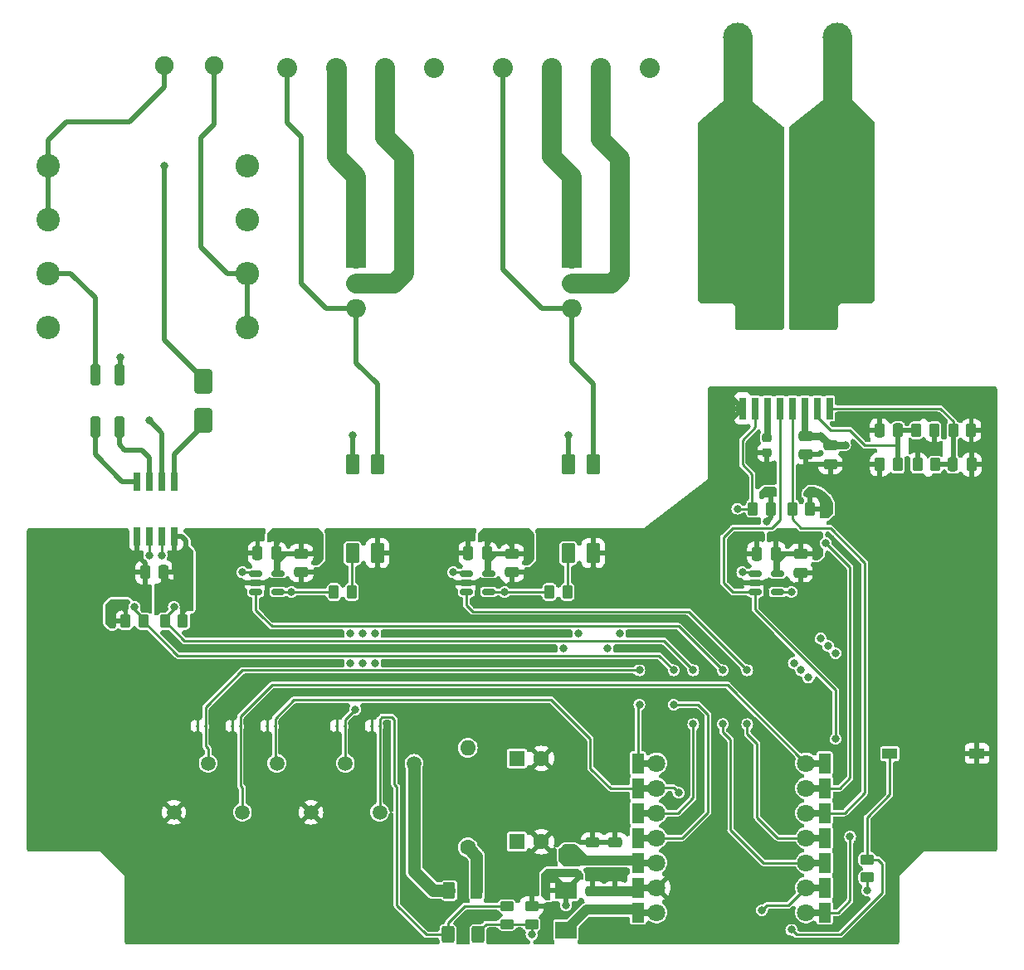
<source format=gtl>
%TF.GenerationSoftware,KiCad,Pcbnew,7.0.2*%
%TF.CreationDate,2023-06-09T00:35:45-07:00*%
%TF.ProjectId,Thyristor_Control_Board,54687972-6973-4746-9f72-5f436f6e7472,A*%
%TF.SameCoordinates,Original*%
%TF.FileFunction,Copper,L1,Top*%
%TF.FilePolarity,Positive*%
%FSLAX46Y46*%
G04 Gerber Fmt 4.6, Leading zero omitted, Abs format (unit mm)*
G04 Created by KiCad (PCBNEW 7.0.2) date 2023-06-09 00:35:45*
%MOMM*%
%LPD*%
G01*
G04 APERTURE LIST*
G04 Aperture macros list*
%AMRoundRect*
0 Rectangle with rounded corners*
0 $1 Rounding radius*
0 $2 $3 $4 $5 $6 $7 $8 $9 X,Y pos of 4 corners*
0 Add a 4 corners polygon primitive as box body*
4,1,4,$2,$3,$4,$5,$6,$7,$8,$9,$2,$3,0*
0 Add four circle primitives for the rounded corners*
1,1,$1+$1,$2,$3*
1,1,$1+$1,$4,$5*
1,1,$1+$1,$6,$7*
1,1,$1+$1,$8,$9*
0 Add four rect primitives between the rounded corners*
20,1,$1+$1,$2,$3,$4,$5,0*
20,1,$1+$1,$4,$5,$6,$7,0*
20,1,$1+$1,$6,$7,$8,$9,0*
20,1,$1+$1,$8,$9,$2,$3,0*%
G04 Aperture macros list end*
%TA.AperFunction,ComponentPad*%
%ADD10C,2.032000*%
%TD*%
%TA.AperFunction,ComponentPad*%
%ADD11C,1.600000*%
%TD*%
%TA.AperFunction,ComponentPad*%
%ADD12O,1.600000X1.600000*%
%TD*%
%TA.AperFunction,SMDPad,CuDef*%
%ADD13RoundRect,0.062500X-0.117500X-0.062500X0.117500X-0.062500X0.117500X0.062500X-0.117500X0.062500X0*%
%TD*%
%TA.AperFunction,SMDPad,CuDef*%
%ADD14RoundRect,0.150000X-0.512500X-0.150000X0.512500X-0.150000X0.512500X0.150000X-0.512500X0.150000X0*%
%TD*%
%TA.AperFunction,SMDPad,CuDef*%
%ADD15RoundRect,0.250000X-0.262500X-0.450000X0.262500X-0.450000X0.262500X0.450000X-0.262500X0.450000X0*%
%TD*%
%TA.AperFunction,ComponentPad*%
%ADD16R,2.000000X1.905000*%
%TD*%
%TA.AperFunction,ComponentPad*%
%ADD17O,2.000000X1.905000*%
%TD*%
%TA.AperFunction,SMDPad,CuDef*%
%ADD18RoundRect,0.250000X-0.250000X-0.475000X0.250000X-0.475000X0.250000X0.475000X-0.250000X0.475000X0*%
%TD*%
%TA.AperFunction,SMDPad,CuDef*%
%ADD19RoundRect,0.250000X0.475000X-0.250000X0.475000X0.250000X-0.475000X0.250000X-0.475000X-0.250000X0*%
%TD*%
%TA.AperFunction,SMDPad,CuDef*%
%ADD20RoundRect,0.250000X0.262500X0.450000X-0.262500X0.450000X-0.262500X-0.450000X0.262500X-0.450000X0*%
%TD*%
%TA.AperFunction,SMDPad,CuDef*%
%ADD21R,1.500000X1.100000*%
%TD*%
%TA.AperFunction,SMDPad,CuDef*%
%ADD22RoundRect,0.236300X0.458700X-0.808700X0.458700X0.808700X-0.458700X0.808700X-0.458700X-0.808700X0*%
%TD*%
%TA.AperFunction,ComponentPad*%
%ADD23C,2.400000*%
%TD*%
%TA.AperFunction,ComponentPad*%
%ADD24O,2.400000X2.400000*%
%TD*%
%TA.AperFunction,SMDPad,CuDef*%
%ADD25RoundRect,0.250000X-0.475000X0.250000X-0.475000X-0.250000X0.475000X-0.250000X0.475000X0.250000X0*%
%TD*%
%TA.AperFunction,SMDPad,CuDef*%
%ADD26RoundRect,0.250000X0.650000X-1.000000X0.650000X1.000000X-0.650000X1.000000X-0.650000X-1.000000X0*%
%TD*%
%TA.AperFunction,SMDPad,CuDef*%
%ADD27RoundRect,0.250000X-0.400000X-0.625000X0.400000X-0.625000X0.400000X0.625000X-0.400000X0.625000X0*%
%TD*%
%TA.AperFunction,SMDPad,CuDef*%
%ADD28RoundRect,0.250000X0.450000X-0.262500X0.450000X0.262500X-0.450000X0.262500X-0.450000X-0.262500X0*%
%TD*%
%TA.AperFunction,ComponentPad*%
%ADD29R,1.600000X1.600000*%
%TD*%
%TA.AperFunction,SMDPad,CuDef*%
%ADD30R,0.650000X2.250000*%
%TD*%
%TA.AperFunction,ComponentPad*%
%ADD31C,1.908048*%
%TD*%
%TA.AperFunction,SMDPad,CuDef*%
%ADD32R,0.640000X1.900000*%
%TD*%
%TA.AperFunction,SMDPad,CuDef*%
%ADD33R,1.250000X2.000000*%
%TD*%
%TA.AperFunction,SMDPad,CuDef*%
%ADD34R,2.000000X0.800000*%
%TD*%
%TA.AperFunction,ComponentPad*%
%ADD35C,1.800000*%
%TD*%
%TA.AperFunction,ComponentPad*%
%ADD36C,1.498600*%
%TD*%
%TA.AperFunction,SMDPad,CuDef*%
%ADD37RoundRect,0.250000X0.250000X0.475000X-0.250000X0.475000X-0.250000X-0.475000X0.250000X-0.475000X0*%
%TD*%
%TA.AperFunction,SMDPad,CuDef*%
%ADD38R,2.160000X1.780000*%
%TD*%
%TA.AperFunction,ComponentPad*%
%ADD39C,3.000000*%
%TD*%
%TA.AperFunction,SMDPad,CuDef*%
%ADD40RoundRect,0.225000X0.250000X-0.225000X0.250000X0.225000X-0.250000X0.225000X-0.250000X-0.225000X0*%
%TD*%
%TA.AperFunction,SMDPad,CuDef*%
%ADD41RoundRect,0.150000X-0.350000X0.925000X-0.350000X-0.925000X0.350000X-0.925000X0.350000X0.925000X0*%
%TD*%
%TA.AperFunction,SMDPad,CuDef*%
%ADD42RoundRect,0.250000X-0.375000X-0.625000X0.375000X-0.625000X0.375000X0.625000X-0.375000X0.625000X0*%
%TD*%
%TA.AperFunction,ViaPad*%
%ADD43C,0.800000*%
%TD*%
%TA.AperFunction,Conductor*%
%ADD44C,0.250000*%
%TD*%
%TA.AperFunction,Conductor*%
%ADD45C,1.000000*%
%TD*%
%TA.AperFunction,Conductor*%
%ADD46C,0.500000*%
%TD*%
%TA.AperFunction,Conductor*%
%ADD47C,0.750000*%
%TD*%
%TA.AperFunction,Conductor*%
%ADD48C,0.650000*%
%TD*%
%TA.AperFunction,Conductor*%
%ADD49C,2.000000*%
%TD*%
%TA.AperFunction,Conductor*%
%ADD50C,1.300000*%
%TD*%
%TA.AperFunction,Conductor*%
%ADD51C,3.000000*%
%TD*%
%TA.AperFunction,Conductor*%
%ADD52C,1.250000*%
%TD*%
G04 APERTURE END LIST*
D10*
X134080000Y-63000000D03*
X129080000Y-63000000D03*
X124080000Y-63000000D03*
X119080000Y-63000000D03*
D11*
X115500000Y-142580000D03*
D12*
X115500000Y-132420000D03*
D10*
X112080000Y-62999999D03*
X107080000Y-62999999D03*
X102080000Y-62999999D03*
X97080000Y-62999999D03*
D13*
X88720000Y-130180000D03*
X87880000Y-130180000D03*
D14*
X93862500Y-114600000D03*
X93862500Y-115550000D03*
X93862500Y-116500000D03*
X96137500Y-116500000D03*
X96137500Y-114600000D03*
D15*
X123837500Y-116500000D03*
X125662500Y-116500000D03*
D16*
X104110000Y-82460000D03*
D17*
X104110000Y-85000000D03*
X104110000Y-87540000D03*
D13*
X92276000Y-130180000D03*
X91436000Y-130180000D03*
D16*
X126055000Y-82460000D03*
D17*
X126055000Y-85000000D03*
X126055000Y-87540000D03*
D18*
X157500000Y-100000000D03*
X159400000Y-100000000D03*
D19*
X152500000Y-103450000D03*
X152500000Y-101550000D03*
D20*
X150412500Y-108000000D03*
X148587500Y-108000000D03*
D21*
X158550000Y-133000000D03*
X167450000Y-133000000D03*
D22*
X125730000Y-112540000D03*
X128270000Y-112540000D03*
X128270000Y-103460000D03*
X125730000Y-103460000D03*
D20*
X146412500Y-108000000D03*
X144587500Y-108000000D03*
X163087500Y-100000000D03*
X161262500Y-100000000D03*
D23*
X72680000Y-78500000D03*
D24*
X93000000Y-78500000D03*
D15*
X80587500Y-119500000D03*
X82412500Y-119500000D03*
D18*
X82550000Y-114500000D03*
X84450000Y-114500000D03*
D19*
X149450000Y-114518750D03*
X149450000Y-112618750D03*
D25*
X128250000Y-142050000D03*
X128250000Y-143950000D03*
D14*
X144812500Y-114618750D03*
X144812500Y-115568750D03*
X144812500Y-116518750D03*
X147087500Y-116518750D03*
X147087500Y-114618750D03*
D18*
X115550000Y-112550000D03*
X117450000Y-112550000D03*
D26*
X88500000Y-99000000D03*
X88500000Y-95000000D03*
D27*
X113450000Y-151500000D03*
X116550000Y-151500000D03*
D28*
X119500000Y-150412500D03*
X119500000Y-148587500D03*
D29*
X120500000Y-142000000D03*
D11*
X123000000Y-142000000D03*
D20*
X159362500Y-103500000D03*
X157537500Y-103500000D03*
D15*
X161362500Y-103500000D03*
X163187500Y-103500000D03*
D13*
X106500000Y-130180000D03*
X105660000Y-130180000D03*
D30*
X152425000Y-88250000D03*
X151155000Y-88250000D03*
X149885000Y-88250000D03*
X148615000Y-88250000D03*
X147345000Y-88250000D03*
X146075000Y-88250000D03*
X144805000Y-88250000D03*
X143535000Y-88250000D03*
X143535000Y-97750000D03*
X144805000Y-97750000D03*
X146075000Y-97750000D03*
X147345000Y-97750000D03*
X148615000Y-97750000D03*
X149885000Y-97750000D03*
X151155000Y-97750000D03*
X152425000Y-97750000D03*
D15*
X165037500Y-100000000D03*
X166862500Y-100000000D03*
D31*
X89620000Y-62700000D03*
X84540000Y-62700000D03*
D25*
X130500000Y-147050000D03*
X130500000Y-148950000D03*
D29*
X120500000Y-133500000D03*
D11*
X123000000Y-133500000D03*
D32*
X85565000Y-105205000D03*
X84295000Y-105205000D03*
X83025000Y-105205000D03*
X81755000Y-105205000D03*
X81755000Y-110795000D03*
X83025000Y-110795000D03*
X84295000Y-110795000D03*
X85565000Y-110795000D03*
D19*
X150000000Y-102450000D03*
X150000000Y-100550000D03*
X120000000Y-114500000D03*
X120000000Y-112600000D03*
D18*
X94050000Y-112550000D03*
X95950000Y-112550000D03*
D33*
X151905000Y-149240000D03*
D34*
X150900000Y-149240000D03*
D35*
X150000000Y-149240000D03*
D33*
X151905000Y-146700000D03*
D34*
X150900000Y-146700000D03*
D35*
X150000000Y-146700000D03*
D33*
X151905000Y-144160000D03*
D34*
X150900000Y-144160000D03*
D35*
X150000000Y-144160000D03*
D33*
X151905000Y-141620000D03*
D34*
X150900000Y-141620000D03*
D35*
X150000000Y-141620000D03*
D33*
X151905000Y-139080000D03*
D34*
X150900000Y-139080000D03*
D35*
X150000000Y-139080000D03*
D33*
X151905000Y-136540000D03*
D34*
X150900000Y-136540000D03*
D35*
X150000000Y-136540000D03*
D33*
X151905000Y-134000000D03*
D34*
X150900000Y-134000000D03*
D35*
X150000000Y-134000000D03*
X134760000Y-134000000D03*
D34*
X133860000Y-134000000D03*
D33*
X132855000Y-134000000D03*
D35*
X134760000Y-136540000D03*
D34*
X133860000Y-136540000D03*
D33*
X132855000Y-136540000D03*
D35*
X134760000Y-139080000D03*
D34*
X133860000Y-139080000D03*
D33*
X132855000Y-139080000D03*
D35*
X134760000Y-141620000D03*
D34*
X133860000Y-141620000D03*
D33*
X132855000Y-141620000D03*
D35*
X134760000Y-144160000D03*
D34*
X133860000Y-144160000D03*
D33*
X132855000Y-144160000D03*
D35*
X134760000Y-146700000D03*
D34*
X133860000Y-146700000D03*
D33*
X132855000Y-146700000D03*
D35*
X134760000Y-149240000D03*
D34*
X133860000Y-149240000D03*
D33*
X132855000Y-149240000D03*
D36*
X85499994Y-139000000D03*
X88999995Y-134000000D03*
X92499995Y-139000000D03*
X95999996Y-134000000D03*
X99499996Y-139000000D03*
X102999997Y-134000000D03*
X106500000Y-139000000D03*
X110000001Y-134000000D03*
D20*
X86412500Y-119500000D03*
X84587500Y-119500000D03*
D19*
X98500000Y-114500000D03*
X98500000Y-112600000D03*
D15*
X101837500Y-116500000D03*
X103662500Y-116500000D03*
D23*
X72680000Y-84000000D03*
D24*
X93000000Y-84000000D03*
D14*
X115362500Y-114600000D03*
X115362500Y-115550000D03*
X115362500Y-116500000D03*
X117637500Y-116500000D03*
X117637500Y-114600000D03*
D37*
X166900000Y-103500000D03*
X165000000Y-103500000D03*
D28*
X156250000Y-145662500D03*
X156250000Y-143837500D03*
D18*
X145000000Y-112568750D03*
X146900000Y-112568750D03*
D25*
X130500000Y-142050000D03*
X130500000Y-143950000D03*
D22*
X103730000Y-112540000D03*
X106270000Y-112540000D03*
X106270000Y-103460000D03*
X103730000Y-103460000D03*
D38*
X125500000Y-151050000D03*
X125500000Y-147000000D03*
D39*
X153160000Y-70056701D03*
X153160000Y-59896701D03*
X143000000Y-70056701D03*
X143000000Y-59896701D03*
D40*
X146000000Y-102275000D03*
X146000000Y-100725000D03*
D13*
X102944000Y-130180000D03*
X102104000Y-130180000D03*
D23*
X93000000Y-89500000D03*
D24*
X72680000Y-89500000D03*
D41*
X77462500Y-99675000D03*
X77462500Y-94325000D03*
X79962500Y-99675000D03*
X79962500Y-94325000D03*
D13*
X95832000Y-130180000D03*
X94992000Y-130180000D03*
D42*
X113600000Y-147000000D03*
X116400000Y-147000000D03*
D28*
X122000000Y-150412500D03*
X122000000Y-148587500D03*
D25*
X128250000Y-147050000D03*
X128250000Y-148950000D03*
D23*
X72680000Y-73000000D03*
D24*
X93000000Y-73000000D03*
D43*
X153000000Y-131500000D03*
X154500000Y-141500000D03*
X141500000Y-130000000D03*
X141500000Y-124500000D03*
X144000000Y-124500000D03*
X144000000Y-130000000D03*
X152000000Y-111500000D03*
X143000000Y-108000000D03*
X133000000Y-128000000D03*
X133000000Y-124500000D03*
X138500000Y-130000000D03*
X85500000Y-118000000D03*
X138500000Y-124500000D03*
X84250000Y-112750000D03*
X83000000Y-112750000D03*
X136500000Y-124500000D03*
X136500000Y-128000000D03*
X81500000Y-118000000D03*
X87000000Y-118000000D03*
X126500000Y-144000000D03*
X79250000Y-119500000D03*
X150500000Y-106500000D03*
X84000000Y-116000000D03*
X152000000Y-108000000D03*
X145987701Y-109275500D03*
X146620500Y-106250000D03*
X126500000Y-143000000D03*
X156250000Y-147000000D03*
X125500000Y-143500000D03*
X80000000Y-118000000D03*
X86500000Y-115500000D03*
X116500000Y-115550000D03*
X81000000Y-152000000D03*
X145700000Y-104000000D03*
X82750000Y-116500000D03*
X128000000Y-140500000D03*
X140500000Y-143000000D03*
X169000000Y-138000000D03*
X115500000Y-129500000D03*
X98000000Y-140500000D03*
X169000000Y-102000000D03*
X97500000Y-139000000D03*
X71000000Y-118000000D03*
X91436000Y-131100000D03*
X159000000Y-146000000D03*
X74000000Y-142000000D03*
X120750000Y-145750000D03*
X157000000Y-123000000D03*
X147000000Y-138000000D03*
X118500000Y-138000000D03*
X80000000Y-143000000D03*
X105000000Y-111000000D03*
X166000000Y-142000000D03*
X91000000Y-118000000D03*
X156000000Y-100000000D03*
X117000000Y-149500000D03*
X169000000Y-126000000D03*
X87880000Y-129270000D03*
X123000000Y-122250000D03*
X141000000Y-98000000D03*
X141000000Y-101000000D03*
X134000000Y-111000000D03*
X141000000Y-104000000D03*
X134750000Y-128000000D03*
X169000000Y-105000000D03*
X92450000Y-115550000D03*
X169000000Y-117000000D03*
X71000000Y-127000000D03*
X154500000Y-108000000D03*
X71000000Y-139000000D03*
X140000000Y-107000000D03*
X89000000Y-111000000D03*
X88000000Y-125000000D03*
X169000000Y-123000000D03*
X156000000Y-152000000D03*
X143700000Y-112568750D03*
X114250000Y-112500000D03*
X169000000Y-129000000D03*
X158000000Y-96000000D03*
X87880000Y-131100000D03*
X84000000Y-140500000D03*
X149450000Y-115818750D03*
X92000000Y-111000000D03*
X123000000Y-111000000D03*
X109000000Y-152000000D03*
X116500000Y-120750000D03*
X87000000Y-140500000D03*
X169000000Y-114000000D03*
X80775500Y-114500000D03*
X120000000Y-152000000D03*
X94992000Y-129258000D03*
X145000000Y-152000000D03*
X105660000Y-129224500D03*
X129000000Y-128000000D03*
X169000000Y-135000000D03*
X154000000Y-103500000D03*
X161000000Y-96000000D03*
X113000000Y-138000000D03*
X160000000Y-143000000D03*
X71000000Y-136000000D03*
X169000000Y-108000000D03*
X84000000Y-152000000D03*
X159000000Y-149000000D03*
X77000000Y-142000000D03*
X144725000Y-102275000D03*
X169000000Y-132000000D03*
X129000000Y-137500000D03*
X131000000Y-111000000D03*
X128000000Y-145500000D03*
X76000000Y-111000000D03*
X116500000Y-117500000D03*
X87000000Y-137500000D03*
X94992000Y-131100000D03*
X163000000Y-142000000D03*
X95000000Y-117500000D03*
X71000000Y-112000000D03*
X136500000Y-117000000D03*
X98500000Y-115750000D03*
X169000000Y-111000000D03*
X169000000Y-98000000D03*
X155400000Y-148200000D03*
X81000000Y-146000000D03*
X112000000Y-111000000D03*
X71000000Y-133000000D03*
X71000000Y-142000000D03*
X102100000Y-131100000D03*
X150000000Y-104000000D03*
X71000000Y-130000000D03*
X83500000Y-139000000D03*
X137000000Y-109000000D03*
X169000000Y-120000000D03*
X142500000Y-149000000D03*
X153500000Y-137500000D03*
X143300000Y-115568750D03*
X88000000Y-122250000D03*
X71000000Y-121000000D03*
X146000000Y-117500000D03*
X102000000Y-111000000D03*
X156000000Y-103500000D03*
X84000000Y-137500000D03*
X123750000Y-148750000D03*
X87500000Y-139000000D03*
X145950000Y-115568750D03*
X155250000Y-115750000D03*
X155000000Y-96000000D03*
X95000000Y-115550000D03*
X101000000Y-137500000D03*
X81000000Y-149000000D03*
X142500000Y-97750000D03*
X120000000Y-115750000D03*
X168500000Y-103500000D03*
X130200000Y-140500000D03*
X92750000Y-112500000D03*
X167000000Y-96000000D03*
X128270000Y-114250000D03*
X91436000Y-129314000D03*
X101000000Y-140500000D03*
X169000000Y-141000000D03*
X71000000Y-124000000D03*
X101500000Y-139000000D03*
X134750000Y-124500000D03*
X109000000Y-111000000D03*
X137000000Y-149000000D03*
X113950000Y-115550000D03*
X79000000Y-111000000D03*
X71000000Y-115000000D03*
X106250000Y-114250000D03*
X102104000Y-129200000D03*
X105660000Y-131100000D03*
X159000000Y-152000000D03*
X98000000Y-137500000D03*
X73000000Y-111000000D03*
X121250000Y-126750000D03*
X168500000Y-100000000D03*
X130200000Y-145500000D03*
X107400000Y-136900000D03*
X164000000Y-96000000D03*
X124000000Y-145250000D03*
X163450000Y-102000000D03*
X151500000Y-100550000D03*
X151250000Y-112500000D03*
X121750000Y-112500000D03*
X131000000Y-120750000D03*
X149250000Y-111000000D03*
X129750000Y-122250000D03*
X154000000Y-101500000D03*
X149500000Y-124500000D03*
X118000000Y-111000000D03*
X106000000Y-123750000D03*
X119250000Y-111000000D03*
X123500000Y-146000000D03*
X125250000Y-122250000D03*
X152250000Y-122000000D03*
X103500000Y-120750000D03*
X100250000Y-112000000D03*
X126750000Y-120750000D03*
X151500000Y-121250000D03*
X125500000Y-148500000D03*
X148750000Y-123750000D03*
X104750000Y-123750000D03*
X96500000Y-111000000D03*
X150250000Y-125250000D03*
X97750000Y-111000000D03*
X153000000Y-122750000D03*
X123500000Y-147000000D03*
X104750000Y-120750000D03*
X160950000Y-101500000D03*
X147250000Y-110750000D03*
X103500000Y-123750000D03*
X106000000Y-120750000D03*
X126750000Y-145250000D03*
X148500000Y-116500000D03*
X104000000Y-128500000D03*
X143500000Y-114500000D03*
X150000000Y-86500000D03*
X153000000Y-85500000D03*
X149000000Y-78000000D03*
X156000000Y-84500000D03*
X151000000Y-85500000D03*
X149000000Y-76500000D03*
X149000000Y-82500000D03*
X156000000Y-82500000D03*
X153000000Y-86500000D03*
X156000000Y-81000000D03*
X150500000Y-68000000D03*
X156000000Y-86500000D03*
X149000000Y-73500000D03*
X149000000Y-81000000D03*
X151000000Y-86500000D03*
X156000000Y-76500000D03*
X149000000Y-75000000D03*
X150000000Y-71250000D03*
X156000000Y-79500000D03*
X156000000Y-78000000D03*
X149000000Y-72000000D03*
X156000000Y-72000000D03*
X150500000Y-70000000D03*
X151000000Y-84000000D03*
X156000000Y-75000000D03*
X155000000Y-71250000D03*
X156000000Y-70500000D03*
X156000000Y-73500000D03*
X152000000Y-86500000D03*
X149500000Y-69000000D03*
X149000000Y-84000000D03*
X154000000Y-86500000D03*
X149000000Y-86500000D03*
X149000000Y-79500000D03*
X149000000Y-85500000D03*
X153000000Y-84000000D03*
X156000000Y-69000000D03*
X149000000Y-70500000D03*
X140000000Y-84500000D03*
X140000000Y-72000000D03*
X145000000Y-86500000D03*
X147000000Y-79500000D03*
X143000000Y-86500000D03*
X147000000Y-78000000D03*
X140000000Y-82500000D03*
X145000000Y-85500000D03*
X140000000Y-86500000D03*
X145500000Y-70000000D03*
X142000000Y-86500000D03*
X140000000Y-79500000D03*
X143000000Y-85500000D03*
X144000000Y-86500000D03*
X141000000Y-71250000D03*
X146500000Y-69000000D03*
X147000000Y-76500000D03*
X145000000Y-84000000D03*
X143000000Y-84000000D03*
X147000000Y-70500000D03*
X140000000Y-69000000D03*
X140000000Y-75000000D03*
X147000000Y-82500000D03*
X147000000Y-84000000D03*
X147000000Y-73500000D03*
X146000000Y-86500000D03*
X147000000Y-85500000D03*
X140000000Y-70500000D03*
X145500000Y-68000000D03*
X146000000Y-71250000D03*
X140000000Y-73500000D03*
X147000000Y-75000000D03*
X140000000Y-81000000D03*
X147000000Y-81000000D03*
X140000000Y-78000000D03*
X147000000Y-86500000D03*
X147000000Y-72000000D03*
X140000000Y-76500000D03*
X103750000Y-100500000D03*
X125750000Y-100500000D03*
X145500000Y-149000000D03*
X122000000Y-151500000D03*
X114000000Y-114500000D03*
X119250000Y-116500000D03*
X84500000Y-73000000D03*
X80000000Y-92500000D03*
X148500000Y-151000000D03*
X137000000Y-137000000D03*
X92500000Y-114500000D03*
X97500000Y-116500000D03*
X83000000Y-99000000D03*
D44*
X147000000Y-120500000D02*
X153000000Y-126500000D01*
X154500000Y-141500000D02*
X154500000Y-148000000D01*
X153000000Y-126500000D02*
X153000000Y-131000000D01*
X153260000Y-149240000D02*
X151905000Y-149240000D01*
X142518750Y-116518750D02*
X144812500Y-116518750D01*
X153000000Y-131000000D02*
X153000000Y-131500000D01*
X146500000Y-110000000D02*
X142500000Y-110000000D01*
X142500000Y-110000000D02*
X141600000Y-110900000D01*
X144812500Y-118312500D02*
X147000000Y-120500000D01*
X154500000Y-148000000D02*
X153260000Y-149240000D01*
X147345000Y-109155000D02*
X146500000Y-110000000D01*
X141600000Y-110900000D02*
X141600000Y-115600000D01*
X141600000Y-115600000D02*
X142518750Y-116518750D01*
X144812500Y-116518750D02*
X144812500Y-118312500D01*
X147345000Y-97750000D02*
X147345000Y-109155000D01*
X141500000Y-130800000D02*
X142300000Y-131600000D01*
X93862500Y-116500000D02*
X93862500Y-118362500D01*
X141500000Y-130000000D02*
X141500000Y-130800000D01*
X142300000Y-140800000D02*
X145660000Y-144160000D01*
X93862500Y-118362500D02*
X94500000Y-119000000D01*
X142300000Y-131600000D02*
X142300000Y-140800000D01*
X145660000Y-144160000D02*
X150000000Y-144160000D01*
X94500000Y-119000000D02*
X95500000Y-120000000D01*
X98000000Y-120000000D02*
X137000000Y-120000000D01*
X95500000Y-120000000D02*
X98000000Y-120000000D01*
X137000000Y-120000000D02*
X141500000Y-124500000D01*
X138000000Y-118500000D02*
X144000000Y-124500000D01*
X145000000Y-139500000D02*
X147120000Y-141620000D01*
X115362500Y-117862500D02*
X116000000Y-118500000D01*
X115362500Y-116500000D02*
X115362500Y-117862500D01*
X144000000Y-130000000D02*
X144000000Y-131000000D01*
X144000000Y-131000000D02*
X145000000Y-132000000D01*
X145000000Y-132000000D02*
X145000000Y-139500000D01*
X147120000Y-141620000D02*
X150000000Y-141620000D01*
X116000000Y-118500000D02*
X138000000Y-118500000D01*
X153920000Y-139080000D02*
X151905000Y-139080000D01*
X148587500Y-108000000D02*
X148587500Y-109087500D01*
X156000000Y-137000000D02*
X153920000Y-139080000D01*
X148615000Y-107972500D02*
X148587500Y-108000000D01*
X148615000Y-97750000D02*
X148615000Y-107972500D01*
X156000000Y-113500000D02*
X156000000Y-137000000D01*
X152500000Y-110000000D02*
X156000000Y-113500000D01*
X149500000Y-110000000D02*
X152500000Y-110000000D01*
X148587500Y-109087500D02*
X149500000Y-110000000D01*
X144805000Y-97750000D02*
X144805000Y-99695000D01*
X154500000Y-135500000D02*
X153460000Y-136540000D01*
X143500000Y-101000000D02*
X143500000Y-103500000D01*
X144587500Y-108000000D02*
X143000000Y-108000000D01*
X144500000Y-104500000D02*
X144500000Y-107912500D01*
X153460000Y-136540000D02*
X151905000Y-136540000D01*
X154500000Y-114000000D02*
X154500000Y-135500000D01*
X143500000Y-103500000D02*
X144500000Y-104500000D01*
X144500000Y-107912500D02*
X144587500Y-108000000D01*
X144805000Y-99695000D02*
X143500000Y-101000000D01*
X152000000Y-111500000D02*
X154500000Y-114000000D01*
X92276000Y-130180000D02*
X92276000Y-129224000D01*
X92276000Y-129224000D02*
X95500000Y-126000000D01*
X92500000Y-136500000D02*
X92499995Y-136500005D01*
X92499995Y-136500005D02*
X92499995Y-139000000D01*
X95500000Y-126000000D02*
X142000000Y-126000000D01*
X142000000Y-126000000D02*
X150000000Y-134000000D01*
X92276000Y-130180000D02*
X92276000Y-136276000D01*
X92276000Y-136276000D02*
X92500000Y-136500000D01*
X88720000Y-132220000D02*
X89000000Y-132500000D01*
X132855000Y-128145000D02*
X132855000Y-134000000D01*
X88720000Y-128280000D02*
X88720000Y-130180000D01*
X133000000Y-124500000D02*
X92500000Y-124500000D01*
X88999995Y-132500005D02*
X88999995Y-134000000D01*
X92500000Y-124500000D02*
X88720000Y-128280000D01*
X89000000Y-132500000D02*
X88999995Y-132500005D01*
X88720000Y-130180000D02*
X88720000Y-132220000D01*
X133000000Y-128000000D02*
X132855000Y-128145000D01*
X84587500Y-119500000D02*
X86587500Y-121500000D01*
X85500000Y-118000000D02*
X85500000Y-118200000D01*
X85500000Y-118200000D02*
X84587500Y-119112500D01*
X84295000Y-112705000D02*
X84250000Y-112750000D01*
X88000000Y-121500000D02*
X135500000Y-121500000D01*
X86587500Y-121500000D02*
X88000000Y-121500000D01*
X135500000Y-121500000D02*
X138500000Y-124500000D01*
X84295000Y-110795000D02*
X84295000Y-112705000D01*
X138500000Y-137500000D02*
X136920000Y-139080000D01*
X136920000Y-139080000D02*
X134760000Y-139080000D01*
X138500000Y-130000000D02*
X138500000Y-137500000D01*
X84587500Y-119112500D02*
X84587500Y-119500000D01*
X81500000Y-118300000D02*
X82412500Y-119212500D01*
X85912500Y-123000000D02*
X101500000Y-123000000D01*
X136500000Y-128000000D02*
X139000000Y-128000000D01*
X139000000Y-128000000D02*
X140000000Y-129000000D01*
X137380000Y-141620000D02*
X134760000Y-141620000D01*
X82412500Y-119500000D02*
X85912500Y-123000000D01*
X140000000Y-129000000D02*
X140000000Y-139000000D01*
X83025000Y-110795000D02*
X83025000Y-112725000D01*
X135000000Y-123000000D02*
X136500000Y-124500000D01*
X101500000Y-123000000D02*
X135000000Y-123000000D01*
X140000000Y-139000000D02*
X137380000Y-141620000D01*
X82412500Y-119212500D02*
X82412500Y-119500000D01*
X83025000Y-112725000D02*
X83000000Y-112750000D01*
X81500000Y-118000000D02*
X81500000Y-118300000D01*
D45*
X126550000Y-143950000D02*
X126500000Y-144000000D01*
D46*
X84450000Y-114500000D02*
X84450000Y-115550000D01*
X86500000Y-115500000D02*
X86500000Y-113500000D01*
D44*
X80587500Y-118587500D02*
X80000000Y-118000000D01*
X80587500Y-119500000D02*
X79250000Y-119500000D01*
D46*
X146412500Y-108850701D02*
X145987701Y-109275500D01*
D44*
X86412500Y-118587500D02*
X87000000Y-118000000D01*
D46*
X150412500Y-106587500D02*
X150500000Y-106500000D01*
X86295000Y-110795000D02*
X85565000Y-110795000D01*
D45*
X128250000Y-143950000D02*
X132645000Y-143950000D01*
D46*
X86500000Y-113500000D02*
X86750000Y-113250000D01*
X86750000Y-113250000D02*
X86750000Y-111250000D01*
X146412500Y-108000000D02*
X146412500Y-108850701D01*
D45*
X127450000Y-143950000D02*
X126500000Y-143000000D01*
D44*
X156250000Y-147000000D02*
X156250000Y-145662500D01*
D46*
X86100000Y-115500000D02*
X85000000Y-115500000D01*
X86750000Y-111250000D02*
X86295000Y-110795000D01*
X150412500Y-108000000D02*
X152000000Y-108000000D01*
X146620500Y-106250000D02*
X146412500Y-106458000D01*
D45*
X132645000Y-143950000D02*
X132855000Y-144160000D01*
D44*
X80587500Y-119500000D02*
X80587500Y-118587500D01*
D46*
X86500000Y-115500000D02*
X86100000Y-115500000D01*
X150412500Y-108000000D02*
X150412500Y-106587500D01*
X85565000Y-114500000D02*
X84450000Y-114500000D01*
X84450000Y-114950000D02*
X84450000Y-114500000D01*
X84450000Y-115550000D02*
X84000000Y-116000000D01*
X84000000Y-116000000D02*
X84500000Y-115500000D01*
D45*
X128250000Y-143950000D02*
X127450000Y-143950000D01*
D44*
X86412500Y-119500000D02*
X86412500Y-118587500D01*
D46*
X85565000Y-110795000D02*
X85565000Y-114500000D01*
X85000000Y-115500000D02*
X84450000Y-114950000D01*
X84500000Y-115500000D02*
X86100000Y-115500000D01*
D45*
X128250000Y-143950000D02*
X126550000Y-143950000D01*
D46*
X146412500Y-106458000D02*
X146412500Y-108000000D01*
X81755000Y-112755000D02*
X82550000Y-113550000D01*
D44*
X102104000Y-129200000D02*
X102104000Y-130180000D01*
X106270000Y-114230000D02*
X106250000Y-114250000D01*
D46*
X128000000Y-145500000D02*
X128250000Y-145750000D01*
X114300000Y-112550000D02*
X114250000Y-112500000D01*
D44*
X105660000Y-129224500D02*
X105660000Y-130180000D01*
D46*
X120000000Y-114500000D02*
X120000000Y-115750000D01*
X166900000Y-103500000D02*
X168500000Y-103500000D01*
X92450000Y-115550000D02*
X93862500Y-115550000D01*
X130500000Y-142050000D02*
X130500000Y-140800000D01*
X146000000Y-103700000D02*
X145700000Y-104000000D01*
D44*
X94992000Y-131100000D02*
X94992000Y-130180000D01*
D46*
X150000000Y-103400000D02*
X150000000Y-102450000D01*
D44*
X102100000Y-130184000D02*
X102104000Y-130180000D01*
D46*
X143300000Y-115568750D02*
X144812500Y-115568750D01*
X93862500Y-115550000D02*
X95000000Y-115550000D01*
X98500000Y-114500000D02*
X98500000Y-115750000D01*
X128250000Y-145750000D02*
X128250000Y-147050000D01*
X82550000Y-113550000D02*
X82550000Y-114500000D01*
X128250000Y-142050000D02*
X128250000Y-140750000D01*
X152500000Y-103450000D02*
X153950000Y-103450000D01*
X145950000Y-117450000D02*
X145950000Y-115568750D01*
X130500000Y-147050000D02*
X130500000Y-145800000D01*
X146000000Y-117500000D02*
X145950000Y-117450000D01*
D44*
X91436000Y-129314000D02*
X91436000Y-130180000D01*
X91436000Y-131100000D02*
X91436000Y-130180000D01*
D46*
X130500000Y-140800000D02*
X130200000Y-140500000D01*
D44*
X105660000Y-131100000D02*
X105660000Y-130180000D01*
D45*
X128250000Y-147050000D02*
X132505000Y-147050000D01*
D46*
X150000000Y-104000000D02*
X150000000Y-102450000D01*
X116500000Y-115550000D02*
X116500000Y-117500000D01*
X82550000Y-116300000D02*
X82750000Y-116500000D01*
X82550000Y-114500000D02*
X80775500Y-114500000D01*
X144725000Y-102275000D02*
X146000000Y-102275000D01*
X145000000Y-112568750D02*
X143700000Y-112568750D01*
D44*
X123587500Y-148587500D02*
X122000000Y-148587500D01*
D46*
X130500000Y-142050000D02*
X128250000Y-142050000D01*
D44*
X94992000Y-129258000D02*
X94992000Y-130180000D01*
D46*
X150050000Y-103450000D02*
X150000000Y-103400000D01*
X95000000Y-115550000D02*
X95000000Y-117000000D01*
X94050000Y-112550000D02*
X92800000Y-112550000D01*
D44*
X87880000Y-131100000D02*
X87880000Y-130180000D01*
X123750000Y-148750000D02*
X123587500Y-148587500D01*
X102100000Y-131100000D02*
X102100000Y-130184000D01*
D46*
X113950000Y-115550000D02*
X115362500Y-115550000D01*
X92800000Y-112550000D02*
X92750000Y-112500000D01*
X82550000Y-114500000D02*
X82550000Y-116300000D01*
D45*
X132505000Y-147050000D02*
X132855000Y-146700000D01*
D46*
X152500000Y-103450000D02*
X150050000Y-103450000D01*
X157500000Y-100000000D02*
X156000000Y-100000000D01*
D44*
X128270000Y-114250000D02*
X128270000Y-112540000D01*
D46*
X143535000Y-97750000D02*
X142500000Y-97750000D01*
X144812500Y-115568750D02*
X145950000Y-115568750D01*
X95000000Y-117000000D02*
X95000000Y-117500000D01*
D44*
X87880000Y-129270000D02*
X87880000Y-130180000D01*
D46*
X128250000Y-140750000D02*
X128000000Y-140500000D01*
X149450000Y-114518750D02*
X149450000Y-115818750D01*
X146000000Y-102275000D02*
X146000000Y-103700000D01*
X115550000Y-112550000D02*
X114300000Y-112550000D01*
X115362500Y-115550000D02*
X116500000Y-115550000D01*
X130500000Y-145800000D02*
X130200000Y-145500000D01*
X157537500Y-103500000D02*
X156000000Y-103500000D01*
X81755000Y-110795000D02*
X81755000Y-112755000D01*
X153950000Y-103450000D02*
X154000000Y-103500000D01*
X166862500Y-100000000D02*
X168500000Y-100000000D01*
D44*
X106270000Y-112540000D02*
X106270000Y-114230000D01*
D45*
X130500000Y-148950000D02*
X132565000Y-148950000D01*
X130500000Y-148950000D02*
X128500000Y-148950000D01*
D47*
X128500000Y-148950000D02*
X128250000Y-148950000D01*
X132565000Y-148950000D02*
X132855000Y-149240000D01*
D45*
X127600000Y-148950000D02*
X128500000Y-148950000D01*
X125500000Y-151050000D02*
X127600000Y-148950000D01*
D46*
X95950000Y-111550000D02*
X96500000Y-111000000D01*
D47*
X150000000Y-100550000D02*
X151500000Y-100550000D01*
D46*
X163450000Y-102000000D02*
X163087500Y-101862500D01*
X96000000Y-112600000D02*
X95950000Y-112550000D01*
X125500000Y-147000000D02*
X123500000Y-147000000D01*
X125500000Y-146750000D02*
X124000000Y-145250000D01*
X147250000Y-110750000D02*
X146900000Y-111100000D01*
X121650000Y-112600000D02*
X120000000Y-112600000D01*
X151250000Y-112500000D02*
X151131250Y-112618750D01*
X146950000Y-112618750D02*
X146900000Y-112568750D01*
D47*
X151500000Y-100550000D02*
X152500000Y-101550000D01*
D46*
X146900000Y-111100000D02*
X146900000Y-112568750D01*
X124500000Y-146000000D02*
X123500000Y-146000000D01*
X117500000Y-112600000D02*
X117450000Y-112550000D01*
X146900000Y-114431250D02*
X147087500Y-114618750D01*
X126750000Y-145750000D02*
X125500000Y-147000000D01*
X125500000Y-147000000D02*
X125500000Y-148500000D01*
X162950000Y-102000000D02*
X161450000Y-102000000D01*
D47*
X153950000Y-101550000D02*
X154000000Y-101500000D01*
D46*
X125500000Y-147000000D02*
X124500000Y-146000000D01*
X125500000Y-147000000D02*
X125500000Y-146750000D01*
X120000000Y-112600000D02*
X118350000Y-112600000D01*
X147087500Y-114618750D02*
X147087500Y-112756250D01*
X151131250Y-112618750D02*
X149450000Y-112618750D01*
X147087500Y-112756250D02*
X146900000Y-112568750D01*
X98500000Y-112600000D02*
X96850000Y-112600000D01*
X96850000Y-112600000D02*
X95950000Y-113500000D01*
X98500000Y-112600000D02*
X96000000Y-112600000D01*
X100250000Y-112000000D02*
X99650000Y-112600000D01*
X99650000Y-112600000D02*
X98500000Y-112600000D01*
X149450000Y-112618750D02*
X146950000Y-112618750D01*
X95950000Y-113500000D02*
X95950000Y-114412500D01*
X161450000Y-102000000D02*
X161362500Y-102087500D01*
X121750000Y-112500000D02*
X121650000Y-112600000D01*
D48*
X149885000Y-97750000D02*
X149885000Y-100435000D01*
D46*
X149450000Y-112618750D02*
X147850000Y-112618750D01*
X117450000Y-114412500D02*
X117637500Y-114600000D01*
X117450000Y-111550000D02*
X117450000Y-112550000D01*
X117450000Y-112550000D02*
X117450000Y-113500000D01*
X95950000Y-114412500D02*
X96137500Y-114600000D01*
X149885000Y-100435000D02*
X150000000Y-100550000D01*
X120000000Y-111750000D02*
X119250000Y-111000000D01*
X96137500Y-114600000D02*
X96137500Y-112737500D01*
D47*
X152500000Y-101550000D02*
X153950000Y-101550000D01*
D46*
X126750000Y-145250000D02*
X126750000Y-145750000D01*
X118350000Y-112600000D02*
X117450000Y-113500000D01*
X147850000Y-112618750D02*
X146900000Y-113568750D01*
X146900000Y-112568750D02*
X146900000Y-113568750D01*
X163087500Y-100000000D02*
X163087500Y-101637500D01*
X117450000Y-113500000D02*
X117450000Y-114412500D01*
X95950000Y-112550000D02*
X95950000Y-113500000D01*
X161362500Y-102087500D02*
X161362500Y-103500000D01*
X118000000Y-111000000D02*
X117450000Y-111550000D01*
X163087500Y-101862500D02*
X162950000Y-102000000D01*
X96200000Y-112550000D02*
X95950000Y-112550000D01*
X146900000Y-113568750D02*
X146900000Y-114431250D01*
X120000000Y-112600000D02*
X120000000Y-111750000D01*
X96137500Y-112737500D02*
X95950000Y-112550000D01*
X117637500Y-114600000D02*
X117637500Y-112737500D01*
X95950000Y-112550000D02*
X95950000Y-111550000D01*
X120000000Y-112600000D02*
X117500000Y-112600000D01*
X163087500Y-101637500D02*
X163450000Y-102000000D01*
X117637500Y-112737500D02*
X117450000Y-112550000D01*
D44*
X113450000Y-151500000D02*
X113500000Y-151450000D01*
X106750000Y-129250000D02*
X107750000Y-129250000D01*
X108250000Y-148500000D02*
X111250000Y-151500000D01*
X113500000Y-150250000D02*
X115162500Y-148587500D01*
X108000000Y-129500000D02*
X108000000Y-136175000D01*
X106500000Y-130180000D02*
X106500000Y-129500000D01*
X106500000Y-129500000D02*
X106750000Y-129250000D01*
X113500000Y-151450000D02*
X113500000Y-150250000D01*
X106500000Y-139000000D02*
X106500000Y-130180000D01*
X115162500Y-148587500D02*
X119500000Y-148587500D01*
X107750000Y-129250000D02*
X108000000Y-129500000D01*
X111250000Y-151500000D02*
X113450000Y-151500000D01*
X108000000Y-136175000D02*
X108250000Y-136425000D01*
X108250000Y-136425000D02*
X108250000Y-148500000D01*
X144693750Y-114500000D02*
X144812500Y-114618750D01*
X147106250Y-116500000D02*
X148500000Y-116500000D01*
X102944000Y-130180000D02*
X102944000Y-133944003D01*
X143500000Y-114500000D02*
X144693750Y-114500000D01*
X102944000Y-129556000D02*
X102944000Y-130180000D01*
X147087500Y-116518750D02*
X147106250Y-116500000D01*
X102944000Y-133944003D02*
X102999997Y-134000000D01*
X104000000Y-128500000D02*
X102944000Y-129556000D01*
D49*
X124080000Y-72080000D02*
X124080000Y-63000000D01*
X126055000Y-74055000D02*
X124080000Y-72080000D01*
X126055000Y-82460000D02*
X126055000Y-74055000D01*
X131000000Y-84200000D02*
X130200000Y-85000000D01*
X130200000Y-85000000D02*
X126055000Y-85000000D01*
X131000000Y-84200000D02*
X131000000Y-72200000D01*
X131000000Y-72200000D02*
X129080000Y-70280000D01*
X129080000Y-70280000D02*
X129080000Y-63000000D01*
D46*
X126055000Y-93055000D02*
X128270000Y-95270000D01*
X126055000Y-87540000D02*
X126055000Y-93055000D01*
X128270000Y-95270000D02*
X128270000Y-103460000D01*
X123040000Y-87540000D02*
X119080000Y-83580000D01*
X119080000Y-83580000D02*
X119080000Y-63000000D01*
X126055000Y-87540000D02*
X123040000Y-87540000D01*
D50*
X110000001Y-145000001D02*
X112000000Y-147000000D01*
X110000001Y-134000000D02*
X110000001Y-145000001D01*
X112000000Y-147000000D02*
X113600000Y-147000000D01*
D46*
X89620000Y-68755000D02*
X89620000Y-62700000D01*
X93000000Y-84000000D02*
X91000000Y-84000000D01*
X93000000Y-89500000D02*
X93000000Y-84000000D01*
X88250000Y-81250000D02*
X88250000Y-70125000D01*
X88250000Y-70125000D02*
X89620000Y-68755000D01*
X91000000Y-84000000D02*
X88250000Y-81250000D01*
X84540000Y-64960000D02*
X81000000Y-68500000D01*
X74500000Y-68500000D02*
X72680000Y-70320000D01*
X72680000Y-70320000D02*
X72680000Y-73000000D01*
X72680000Y-73000000D02*
X72680000Y-78500000D01*
X84540000Y-62700000D02*
X84540000Y-64960000D01*
X81000000Y-68500000D02*
X74500000Y-68500000D01*
X152425000Y-70791701D02*
X153160000Y-70056701D01*
D51*
X153160000Y-70056701D02*
X153160000Y-59896701D01*
D46*
X152500000Y-86500000D02*
X152425000Y-86425000D01*
X152500000Y-85500000D02*
X152425000Y-85425000D01*
X152425000Y-88250000D02*
X152425000Y-86575000D01*
X152425000Y-86575000D02*
X152500000Y-86500000D01*
X148615000Y-88250000D02*
X152425000Y-88250000D01*
X152425000Y-85425000D02*
X152425000Y-70791701D01*
X152425000Y-85575000D02*
X152500000Y-85500000D01*
X152425000Y-86425000D02*
X152425000Y-85575000D01*
X143500000Y-70556701D02*
X143000000Y-70056701D01*
X147345000Y-88250000D02*
X143535000Y-88250000D01*
X143000000Y-86500000D02*
X143535000Y-85965000D01*
X143535000Y-88250000D02*
X143535000Y-87035000D01*
D51*
X143000000Y-70056701D02*
X143000000Y-59896701D01*
D46*
X143535000Y-85965000D02*
X143000000Y-85500000D01*
X143500000Y-85000000D02*
X143500000Y-70556701D01*
X143535000Y-87035000D02*
X143000000Y-86500000D01*
X143000000Y-85500000D02*
X143500000Y-85000000D01*
X103730000Y-103460000D02*
X103730000Y-100520000D01*
X103730000Y-100520000D02*
X103750000Y-100500000D01*
X125730000Y-100520000D02*
X125750000Y-100500000D01*
X125730000Y-103460000D02*
X125730000Y-100520000D01*
D44*
X145500000Y-149000000D02*
X146000000Y-148500000D01*
X119500000Y-150412500D02*
X117337500Y-150412500D01*
X146000000Y-148500000D02*
X148200000Y-148500000D01*
X116550000Y-151200000D02*
X116550000Y-151500000D01*
X122000000Y-150412500D02*
X122000000Y-151500000D01*
X117337500Y-150412500D02*
X116550000Y-151200000D01*
X148200000Y-148500000D02*
X150000000Y-146700000D01*
X122000000Y-150412500D02*
X119500000Y-150412500D01*
X117637500Y-116500000D02*
X119250000Y-116500000D01*
X119250000Y-116500000D02*
X123587500Y-116500000D01*
X114000000Y-114500000D02*
X115262500Y-114500000D01*
X115262500Y-114500000D02*
X115362500Y-114600000D01*
X103662500Y-112607500D02*
X103730000Y-112540000D01*
X103662500Y-116500000D02*
X103662500Y-112607500D01*
X125662500Y-116500000D02*
X125662500Y-112607500D01*
X125662500Y-112607500D02*
X125730000Y-112540000D01*
D46*
X85565000Y-102435000D02*
X85565000Y-105205000D01*
X88500000Y-99000000D02*
X88500000Y-99500000D01*
X88500000Y-99500000D02*
X85565000Y-102435000D01*
X84500000Y-73000000D02*
X84500000Y-90750000D01*
X84500000Y-90750000D02*
X88500000Y-94750000D01*
X88500000Y-94750000D02*
X88500000Y-95000000D01*
X80000000Y-93500000D02*
X79962500Y-93537500D01*
X80000000Y-92500000D02*
X80000000Y-93500000D01*
X79962500Y-93537500D02*
X79962500Y-94325000D01*
X80500000Y-102000000D02*
X79962500Y-101462500D01*
X79962500Y-101462500D02*
X79962500Y-99675000D01*
X83025000Y-105205000D02*
X83025000Y-102775000D01*
X82250000Y-102000000D02*
X80500000Y-102000000D01*
X83025000Y-102775000D02*
X82250000Y-102000000D01*
X77462500Y-94325000D02*
X77462500Y-86462500D01*
X77462500Y-86462500D02*
X75000000Y-84000000D01*
X75000000Y-84000000D02*
X72680000Y-84000000D01*
X77462500Y-99675000D02*
X77462500Y-102462500D01*
X77462500Y-102462500D02*
X80205000Y-105205000D01*
X80205000Y-105205000D02*
X81755000Y-105205000D01*
D49*
X104110000Y-82460000D02*
X104110000Y-74055000D01*
X104110000Y-74055000D02*
X102135000Y-72080000D01*
X102135000Y-72080000D02*
X102135000Y-63000000D01*
X107080000Y-70080000D02*
X107080000Y-62999999D01*
X108000000Y-85000000D02*
X109000000Y-84000000D01*
X104110000Y-85000000D02*
X108000000Y-85000000D01*
X109000000Y-72000000D02*
X107080000Y-70080000D01*
X109000000Y-84000000D02*
X109000000Y-72000000D01*
D46*
X106270000Y-95270000D02*
X106270000Y-103460000D01*
X104110000Y-87540000D02*
X104110000Y-93110000D01*
X101040000Y-87540000D02*
X98500000Y-85000000D01*
X98500000Y-70000000D02*
X97080000Y-68580000D01*
X97080000Y-68580000D02*
X97080000Y-62999999D01*
X98500000Y-85000000D02*
X98500000Y-70000000D01*
X104110000Y-93110000D02*
X106270000Y-95270000D01*
X104110000Y-87540000D02*
X101040000Y-87540000D01*
D52*
X116400000Y-143480000D02*
X115500000Y-142580000D01*
X116400000Y-147000000D02*
X116400000Y-143480000D01*
D44*
X137000000Y-137000000D02*
X136500000Y-136500000D01*
X148500000Y-151000000D02*
X149000000Y-151500000D01*
X130040000Y-136540000D02*
X132855000Y-136540000D01*
X156250000Y-143837500D02*
X156250000Y-139500000D01*
X95832000Y-133832004D02*
X95999996Y-134000000D01*
X97756000Y-127500000D02*
X124000000Y-127500000D01*
X156250000Y-139500000D02*
X158550000Y-137200000D01*
X153500000Y-151500000D02*
X157750000Y-147250000D01*
X136500000Y-136500000D02*
X134800000Y-136500000D01*
X95832000Y-129424000D02*
X97756000Y-127500000D01*
X157750000Y-147250000D02*
X157750000Y-144250000D01*
X95832000Y-130180000D02*
X95832000Y-133832004D01*
X128000000Y-134500000D02*
X130040000Y-136540000D01*
X158550000Y-137200000D02*
X158550000Y-133000000D01*
X95832000Y-130180000D02*
X95832000Y-129424000D01*
X128000000Y-131500000D02*
X128000000Y-134500000D01*
X157750000Y-144250000D02*
X157337500Y-143837500D01*
X157337500Y-143837500D02*
X156250000Y-143837500D01*
X134800000Y-136500000D02*
X134760000Y-136540000D01*
X124000000Y-127500000D02*
X128000000Y-131500000D01*
X149000000Y-151500000D02*
X153500000Y-151500000D01*
D46*
X159362500Y-103500000D02*
X159362500Y-100037500D01*
D44*
X152500000Y-100000000D02*
X151155000Y-98655000D01*
X154500000Y-100000000D02*
X152500000Y-100000000D01*
X159362500Y-103500000D02*
X159362500Y-101500000D01*
D46*
X159400000Y-100000000D02*
X161262500Y-100000000D01*
D44*
X159362500Y-101500000D02*
X155950000Y-101500000D01*
X155950000Y-101500000D02*
X154450000Y-100000000D01*
D46*
X159362500Y-100037500D02*
X159400000Y-100000000D01*
D44*
X151155000Y-98655000D02*
X151155000Y-97750000D01*
D46*
X146075000Y-100650000D02*
X146000000Y-100725000D01*
D48*
X146075000Y-97750000D02*
X146075000Y-100650000D01*
D46*
X165000000Y-103500000D02*
X163187500Y-103500000D01*
D44*
X165037500Y-99087500D02*
X165037500Y-100000000D01*
X152375000Y-97750000D02*
X163700000Y-97750000D01*
X163700000Y-97750000D02*
X165037500Y-99087500D01*
D46*
X165037500Y-103462500D02*
X165000000Y-103500000D01*
X165037500Y-100000000D02*
X165037500Y-103462500D01*
D44*
X93762500Y-114500000D02*
X93862500Y-114600000D01*
X97500000Y-116500000D02*
X101837500Y-116500000D01*
X92500000Y-114500000D02*
X93762500Y-114500000D01*
X96137500Y-116500000D02*
X97500000Y-116500000D01*
D46*
X84000000Y-100000000D02*
X83000000Y-99000000D01*
X84295000Y-100295000D02*
X84000000Y-100000000D01*
X84295000Y-105205000D02*
X84295000Y-100295000D01*
%TA.AperFunction,Conductor*%
G36*
X100242148Y-110018954D02*
G01*
X100322930Y-110072930D01*
X100677070Y-110427070D01*
X100731046Y-110507852D01*
X100750000Y-110603140D01*
X100750000Y-113146860D01*
X100731046Y-113242148D01*
X100677070Y-113322930D01*
X100322930Y-113677070D01*
X100242148Y-113731046D01*
X100146860Y-113750000D01*
X99736800Y-113750000D01*
X99641512Y-113731046D01*
X99560730Y-113677070D01*
X99506754Y-113596288D01*
X99487800Y-113501000D01*
X99506754Y-113405712D01*
X99560730Y-113324930D01*
X99567318Y-113318341D01*
X99659358Y-113169121D01*
X99714505Y-113002698D01*
X99724355Y-112906284D01*
X99725000Y-112893634D01*
X99725000Y-112850001D01*
X99724999Y-112850000D01*
X98499000Y-112850000D01*
X98403712Y-112831046D01*
X98322930Y-112777070D01*
X98268954Y-112696288D01*
X98250000Y-112601000D01*
X98250000Y-112349998D01*
X98750000Y-112349998D01*
X98750001Y-112350000D01*
X99724998Y-112350000D01*
X99724999Y-112349998D01*
X99724999Y-112306367D01*
X99724354Y-112293713D01*
X99714505Y-112197301D01*
X99659358Y-112030878D01*
X99567318Y-111881658D01*
X99443341Y-111757681D01*
X99294121Y-111665641D01*
X99127698Y-111610494D01*
X99031284Y-111600644D01*
X99018635Y-111600000D01*
X98750001Y-111600000D01*
X98750000Y-111600001D01*
X98750000Y-112349998D01*
X98250000Y-112349998D01*
X98250000Y-111600001D01*
X98249999Y-111600000D01*
X97981368Y-111600000D01*
X97968712Y-111600645D01*
X97872301Y-111610494D01*
X97705878Y-111665641D01*
X97556658Y-111757681D01*
X97432679Y-111881660D01*
X97383424Y-111961515D01*
X97317268Y-112032666D01*
X97228919Y-112073084D01*
X97131828Y-112076615D01*
X97040777Y-112042722D01*
X96969626Y-111976566D01*
X96935136Y-111909116D01*
X96884359Y-111755879D01*
X96792318Y-111606658D01*
X96668341Y-111482681D01*
X96519121Y-111390641D01*
X96352698Y-111335494D01*
X96256284Y-111325644D01*
X96243635Y-111325000D01*
X96200001Y-111325000D01*
X96200000Y-111325001D01*
X96200000Y-113566000D01*
X96181046Y-113661288D01*
X96127070Y-113742070D01*
X96084863Y-113770271D01*
X96136500Y-113760000D01*
X96138500Y-113760000D01*
X96233788Y-113778954D01*
X96314570Y-113832930D01*
X96368546Y-113913712D01*
X96387500Y-114009000D01*
X96387500Y-114601000D01*
X96368546Y-114696288D01*
X96314570Y-114777070D01*
X96233788Y-114831046D01*
X96138500Y-114850000D01*
X96136500Y-114850000D01*
X96041212Y-114831046D01*
X95960430Y-114777070D01*
X95906454Y-114696288D01*
X95887500Y-114601000D01*
X95887500Y-114009000D01*
X95906454Y-113913712D01*
X95960430Y-113832930D01*
X96002636Y-113804728D01*
X95951000Y-113815000D01*
X95949000Y-113815000D01*
X95853712Y-113796046D01*
X95772930Y-113742070D01*
X95718954Y-113661288D01*
X95700000Y-113566000D01*
X95700000Y-111325000D01*
X95656349Y-111325000D01*
X95643730Y-111325643D01*
X95547301Y-111335494D01*
X95380875Y-111390642D01*
X95379714Y-111391359D01*
X95288661Y-111425249D01*
X95191571Y-111421715D01*
X95103223Y-111381295D01*
X95037069Y-111310142D01*
X95003179Y-111219089D01*
X95000000Y-111179428D01*
X95000000Y-110603139D01*
X95018954Y-110507851D01*
X95072927Y-110427072D01*
X95072931Y-110427069D01*
X95427071Y-110072930D01*
X95507852Y-110018954D01*
X95603140Y-110000000D01*
X100146860Y-110000000D01*
X100242148Y-110018954D01*
G37*
%TD.AperFunction*%
%TA.AperFunction,Conductor*%
G36*
X163280539Y-99769685D02*
G01*
X163326294Y-99822489D01*
X163337500Y-99874000D01*
X163337500Y-101199999D01*
X163396829Y-101199999D01*
X163403111Y-101199678D01*
X163502695Y-101189506D01*
X163669120Y-101134358D01*
X163760903Y-101077746D01*
X163828296Y-101059306D01*
X163894959Y-101080228D01*
X163939729Y-101133870D01*
X163950000Y-101183285D01*
X163950000Y-102613478D01*
X163930315Y-102680517D01*
X163877511Y-102726272D01*
X163808353Y-102736216D01*
X163752367Y-102713248D01*
X163662885Y-102647207D01*
X163534696Y-102602353D01*
X163507151Y-102599770D01*
X163507139Y-102599769D01*
X163504266Y-102599500D01*
X162870734Y-102599500D01*
X162867861Y-102599769D01*
X162867848Y-102599770D01*
X162840303Y-102602353D01*
X162712115Y-102647207D01*
X162602850Y-102727848D01*
X162541776Y-102810601D01*
X162486128Y-102852852D01*
X162416472Y-102858310D01*
X162354923Y-102825242D01*
X162324300Y-102775971D01*
X162309357Y-102730877D01*
X162217316Y-102581654D01*
X162093345Y-102457683D01*
X161944122Y-102365642D01*
X161777696Y-102310493D01*
X161678109Y-102300319D01*
X161671832Y-102300000D01*
X161612500Y-102300000D01*
X161612500Y-103626000D01*
X161592815Y-103693039D01*
X161540011Y-103738794D01*
X161488500Y-103750000D01*
X161236500Y-103750000D01*
X161169461Y-103730315D01*
X161123706Y-103677511D01*
X161112500Y-103626000D01*
X161112500Y-102300000D01*
X161112499Y-102299999D01*
X161053171Y-102300000D01*
X161046888Y-102300321D01*
X160947304Y-102310493D01*
X160780877Y-102365642D01*
X160639095Y-102453094D01*
X160571703Y-102471534D01*
X160505039Y-102450611D01*
X160460270Y-102396969D01*
X160450000Y-102347559D01*
X160450000Y-100840252D01*
X160469684Y-100773217D01*
X160522488Y-100727462D01*
X160591646Y-100717518D01*
X160655202Y-100746543D01*
X160673768Y-100766620D01*
X160677850Y-100772151D01*
X160787115Y-100852792D01*
X160787118Y-100852793D01*
X160915301Y-100897646D01*
X160945734Y-100900500D01*
X160948627Y-100900500D01*
X161576373Y-100900500D01*
X161579266Y-100900500D01*
X161609699Y-100897646D01*
X161737882Y-100852793D01*
X161737882Y-100852792D01*
X161737884Y-100852792D01*
X161847148Y-100772152D01*
X161847148Y-100772150D01*
X161847150Y-100772150D01*
X161908223Y-100689397D01*
X161963869Y-100647148D01*
X162033526Y-100641689D01*
X162095075Y-100674756D01*
X162125699Y-100724027D01*
X162140642Y-100769123D01*
X162232683Y-100918345D01*
X162356654Y-101042316D01*
X162505877Y-101134357D01*
X162672303Y-101189506D01*
X162771891Y-101199680D01*
X162778167Y-101199999D01*
X162837499Y-101199998D01*
X162837500Y-101199998D01*
X162837500Y-99874000D01*
X162857185Y-99806961D01*
X162909989Y-99761206D01*
X162961500Y-99750000D01*
X163213500Y-99750000D01*
X163280539Y-99769685D01*
G37*
%TD.AperFunction*%
%TA.AperFunction,Conductor*%
G36*
X86992148Y-111768954D02*
G01*
X87072930Y-111822930D01*
X87427070Y-112177070D01*
X87481046Y-112257852D01*
X87500000Y-112353140D01*
X87500000Y-118231529D01*
X87481046Y-118326817D01*
X87427070Y-118407599D01*
X87346288Y-118461575D01*
X87251000Y-118480529D01*
X87155712Y-118461575D01*
X87120282Y-118443458D01*
X86994120Y-118365641D01*
X86827698Y-118310494D01*
X86731284Y-118300644D01*
X86718635Y-118300000D01*
X86662501Y-118300000D01*
X86662500Y-118300001D01*
X86662500Y-119501000D01*
X86643546Y-119596288D01*
X86589570Y-119677070D01*
X86508788Y-119731046D01*
X86413500Y-119750000D01*
X86411500Y-119750000D01*
X86316212Y-119731046D01*
X86235430Y-119677070D01*
X86181454Y-119596288D01*
X86162500Y-119501000D01*
X86162500Y-118299145D01*
X86110243Y-118220939D01*
X86091288Y-118125651D01*
X86093416Y-118093163D01*
X86105682Y-118000000D01*
X86085044Y-117843238D01*
X86024536Y-117697159D01*
X86024534Y-117697156D01*
X85928282Y-117571717D01*
X85802843Y-117475465D01*
X85802841Y-117475464D01*
X85656762Y-117414956D01*
X85638524Y-117412554D01*
X85500000Y-117394317D01*
X85343238Y-117414956D01*
X85197156Y-117475465D01*
X85071717Y-117571717D01*
X84975465Y-117697156D01*
X84914956Y-117843238D01*
X84894317Y-118000000D01*
X84918467Y-118183436D01*
X84912112Y-118280383D01*
X84869142Y-118367518D01*
X84847668Y-118392004D01*
X84713106Y-118526568D01*
X84632325Y-118580545D01*
X84537037Y-118599500D01*
X84270734Y-118599500D01*
X84264935Y-118600043D01*
X84264931Y-118600044D01*
X84240299Y-118602354D01*
X84112118Y-118647206D01*
X84002851Y-118727849D01*
X83949344Y-118800348D01*
X83877509Y-118865761D01*
X83786110Y-118898704D01*
X83689061Y-118894163D01*
X83601137Y-118852829D01*
X83535724Y-118780994D01*
X83502781Y-118689595D01*
X83500000Y-118652485D01*
X83500000Y-115870571D01*
X83518954Y-115775283D01*
X83572930Y-115694501D01*
X83653712Y-115640525D01*
X83749000Y-115621571D01*
X83844288Y-115640525D01*
X83879720Y-115658643D01*
X83880881Y-115659359D01*
X84047301Y-115714505D01*
X84143716Y-115724355D01*
X84156364Y-115724999D01*
X84200000Y-115724999D01*
X84200000Y-115724998D01*
X84700000Y-115724998D01*
X84700001Y-115724999D01*
X84743632Y-115724999D01*
X84756286Y-115724354D01*
X84852698Y-115714505D01*
X85019121Y-115659358D01*
X85168341Y-115567318D01*
X85292318Y-115443341D01*
X85384358Y-115294121D01*
X85439505Y-115127698D01*
X85449355Y-115031284D01*
X85450000Y-115018634D01*
X85450000Y-114750001D01*
X85449999Y-114750000D01*
X84700001Y-114750000D01*
X84700000Y-114750001D01*
X84700000Y-115724998D01*
X84200000Y-115724998D01*
X84200000Y-114499000D01*
X84218954Y-114403712D01*
X84272930Y-114322930D01*
X84353712Y-114268954D01*
X84449000Y-114250000D01*
X85449998Y-114250000D01*
X85449999Y-114249999D01*
X85449999Y-113981367D01*
X85449354Y-113968713D01*
X85439505Y-113872301D01*
X85384358Y-113705878D01*
X85292318Y-113556658D01*
X85168341Y-113432681D01*
X85019122Y-113340641D01*
X84953437Y-113318876D01*
X84868948Y-113270911D01*
X84809245Y-113194265D01*
X84783418Y-113100606D01*
X84795399Y-113004192D01*
X84801708Y-112987241D01*
X84835044Y-112906762D01*
X84855682Y-112750000D01*
X84835044Y-112593238D01*
X84824927Y-112568815D01*
X84805973Y-112473527D01*
X84824926Y-112378239D01*
X84878902Y-112297457D01*
X84959683Y-112243481D01*
X85054972Y-112224526D01*
X85126101Y-112237359D01*
X85190534Y-112244286D01*
X85203843Y-112245000D01*
X85926157Y-112245000D01*
X85939465Y-112244286D01*
X85992373Y-112238598D01*
X86127090Y-112188352D01*
X86242189Y-112102189D01*
X86328351Y-111987090D01*
X86356365Y-111911984D01*
X86407424Y-111829327D01*
X86486227Y-111772502D01*
X86580778Y-111750159D01*
X86589666Y-111750000D01*
X86896860Y-111750000D01*
X86992148Y-111768954D01*
G37*
%TD.AperFunction*%
%TA.AperFunction,Conductor*%
G36*
X121742148Y-110018954D02*
G01*
X121822930Y-110072930D01*
X122177070Y-110427070D01*
X122231046Y-110507852D01*
X122250000Y-110603140D01*
X122250000Y-113146860D01*
X122231046Y-113242148D01*
X122177070Y-113322930D01*
X121822930Y-113677070D01*
X121742148Y-113731046D01*
X121646860Y-113750000D01*
X121236800Y-113750000D01*
X121141512Y-113731046D01*
X121060730Y-113677070D01*
X121006754Y-113596288D01*
X120987800Y-113501000D01*
X121006754Y-113405712D01*
X121060730Y-113324930D01*
X121067318Y-113318341D01*
X121159358Y-113169121D01*
X121214505Y-113002698D01*
X121224355Y-112906284D01*
X121225000Y-112893634D01*
X121225000Y-112850001D01*
X121224999Y-112850000D01*
X119999000Y-112850000D01*
X119903712Y-112831046D01*
X119822930Y-112777070D01*
X119768954Y-112696288D01*
X119750000Y-112601000D01*
X119750000Y-112349999D01*
X120250000Y-112349999D01*
X120250001Y-112350000D01*
X121224998Y-112350000D01*
X121224999Y-112349999D01*
X121224999Y-112306367D01*
X121224354Y-112293713D01*
X121214505Y-112197301D01*
X121159358Y-112030878D01*
X121067318Y-111881658D01*
X120943341Y-111757681D01*
X120794121Y-111665641D01*
X120627698Y-111610494D01*
X120531284Y-111600644D01*
X120518635Y-111600000D01*
X120250001Y-111600000D01*
X120250000Y-111600001D01*
X120250000Y-112349999D01*
X119750000Y-112349999D01*
X119750000Y-111600001D01*
X119749999Y-111600000D01*
X119481368Y-111600000D01*
X119468712Y-111600645D01*
X119372301Y-111610494D01*
X119205878Y-111665641D01*
X119056658Y-111757681D01*
X118932679Y-111881660D01*
X118883424Y-111961515D01*
X118817268Y-112032666D01*
X118728919Y-112073084D01*
X118631828Y-112076615D01*
X118540777Y-112042722D01*
X118469626Y-111976566D01*
X118435136Y-111909116D01*
X118384359Y-111755879D01*
X118292318Y-111606658D01*
X118168341Y-111482681D01*
X118019121Y-111390641D01*
X117852698Y-111335494D01*
X117756284Y-111325644D01*
X117743635Y-111325000D01*
X117700001Y-111325000D01*
X117700000Y-111325001D01*
X117700000Y-113566000D01*
X117681046Y-113661288D01*
X117627070Y-113742070D01*
X117584863Y-113770271D01*
X117636500Y-113760000D01*
X117638500Y-113760000D01*
X117733788Y-113778954D01*
X117814570Y-113832930D01*
X117868546Y-113913712D01*
X117887500Y-114009000D01*
X117887500Y-114601000D01*
X117868546Y-114696288D01*
X117814570Y-114777070D01*
X117733788Y-114831046D01*
X117638500Y-114850000D01*
X117636500Y-114850000D01*
X117541212Y-114831046D01*
X117460430Y-114777070D01*
X117406454Y-114696288D01*
X117387500Y-114601000D01*
X117387500Y-114009000D01*
X117406454Y-113913712D01*
X117460430Y-113832930D01*
X117502636Y-113804728D01*
X117451000Y-113815000D01*
X117449000Y-113815000D01*
X117353712Y-113796046D01*
X117272930Y-113742070D01*
X117218954Y-113661288D01*
X117200000Y-113566000D01*
X117200000Y-111325000D01*
X117156349Y-111325000D01*
X117143730Y-111325643D01*
X117047301Y-111335494D01*
X116880872Y-111390643D01*
X116879709Y-111391361D01*
X116788656Y-111425250D01*
X116691566Y-111421714D01*
X116603219Y-111381292D01*
X116537066Y-111310138D01*
X116503177Y-111219085D01*
X116500000Y-111179440D01*
X116500000Y-110603138D01*
X116518954Y-110507850D01*
X116572931Y-110427069D01*
X116927071Y-110072930D01*
X117007852Y-110018954D01*
X117103140Y-110000000D01*
X121646860Y-110000000D01*
X121742148Y-110018954D01*
G37*
%TD.AperFunction*%
%TA.AperFunction,Conductor*%
G36*
X146865788Y-105768954D02*
G01*
X146946570Y-105822930D01*
X147000546Y-105903712D01*
X147019500Y-105999000D01*
X147019500Y-106554354D01*
X147000546Y-106649642D01*
X146946570Y-106730424D01*
X146865788Y-106784400D01*
X146770500Y-106803354D01*
X146745195Y-106802065D01*
X146731291Y-106800644D01*
X146718635Y-106800000D01*
X146662501Y-106800000D01*
X146662500Y-106800001D01*
X146662500Y-108001000D01*
X146643546Y-108096288D01*
X146589570Y-108177070D01*
X146508788Y-108231046D01*
X146413500Y-108250000D01*
X146411500Y-108250000D01*
X146316212Y-108231046D01*
X146235430Y-108177070D01*
X146181454Y-108096288D01*
X146162500Y-108001000D01*
X146162500Y-106800000D01*
X146162499Y-106799999D01*
X146106349Y-106800000D01*
X146093731Y-106800643D01*
X145997301Y-106810494D01*
X145830878Y-106865641D01*
X145681658Y-106957681D01*
X145675070Y-106964270D01*
X145594288Y-107018246D01*
X145499000Y-107037200D01*
X145403712Y-107018246D01*
X145322930Y-106964270D01*
X145268954Y-106883488D01*
X145250000Y-106788200D01*
X145250000Y-106353139D01*
X145268954Y-106257851D01*
X145322927Y-106177072D01*
X145322931Y-106177069D01*
X145677071Y-105822930D01*
X145757852Y-105768954D01*
X145853140Y-105750000D01*
X146770500Y-105750000D01*
X146865788Y-105768954D01*
G37*
%TD.AperFunction*%
%TA.AperFunction,Conductor*%
G36*
X149031822Y-110018954D02*
G01*
X149112604Y-110072930D01*
X149252103Y-110212429D01*
X149266769Y-110228434D01*
X149287545Y-110253194D01*
X149315530Y-110269351D01*
X149333834Y-110281011D01*
X149360316Y-110299554D01*
X149360318Y-110299554D01*
X149369335Y-110305868D01*
X149376111Y-110308675D01*
X149386952Y-110310586D01*
X149386955Y-110310588D01*
X149418779Y-110316199D01*
X149439961Y-110320895D01*
X149471193Y-110329264D01*
X149498579Y-110326868D01*
X149503395Y-110326447D01*
X149525094Y-110325500D01*
X151472360Y-110325500D01*
X151567648Y-110344454D01*
X151648430Y-110398430D01*
X151677070Y-110427070D01*
X151731046Y-110507852D01*
X151750000Y-110603140D01*
X151750000Y-110812124D01*
X151731046Y-110907412D01*
X151677070Y-110988194D01*
X151652582Y-111009669D01*
X151571716Y-111071719D01*
X151475465Y-111197156D01*
X151414956Y-111343238D01*
X151394317Y-111500000D01*
X151410828Y-111625408D01*
X151414956Y-111656762D01*
X151463778Y-111774629D01*
X151475465Y-111802843D01*
X151550331Y-111900410D01*
X151571718Y-111928282D01*
X151652581Y-111990330D01*
X151716640Y-112063374D01*
X151747870Y-112155373D01*
X151750000Y-112187875D01*
X151750000Y-112646860D01*
X151731046Y-112742148D01*
X151677070Y-112822930D01*
X151322930Y-113177070D01*
X151242148Y-113231046D01*
X151146860Y-113250000D01*
X150916891Y-113250000D01*
X150821603Y-113231046D01*
X150740821Y-113177070D01*
X150686845Y-113096288D01*
X150667891Y-113001000D01*
X150669181Y-112975691D01*
X150674354Y-112925051D01*
X150675000Y-112912384D01*
X150675000Y-112868750D01*
X149449000Y-112868750D01*
X149353712Y-112849796D01*
X149272930Y-112795820D01*
X149218954Y-112715038D01*
X149200000Y-112619750D01*
X149200000Y-112368748D01*
X149700000Y-112368748D01*
X149700001Y-112368750D01*
X150674998Y-112368750D01*
X150674999Y-112368748D01*
X150674999Y-112325117D01*
X150674354Y-112312463D01*
X150664505Y-112216051D01*
X150609358Y-112049628D01*
X150517318Y-111900408D01*
X150393341Y-111776431D01*
X150244121Y-111684391D01*
X150077698Y-111629244D01*
X149981284Y-111619394D01*
X149968635Y-111618750D01*
X149700001Y-111618750D01*
X149700000Y-111618751D01*
X149700000Y-112368748D01*
X149200000Y-112368748D01*
X149200000Y-111618751D01*
X149199999Y-111618750D01*
X148931368Y-111618750D01*
X148918712Y-111619395D01*
X148822301Y-111629244D01*
X148655878Y-111684391D01*
X148506658Y-111776431D01*
X148382679Y-111900410D01*
X148333424Y-111980265D01*
X148267268Y-112051416D01*
X148178919Y-112091834D01*
X148081828Y-112095365D01*
X147990777Y-112061472D01*
X147919626Y-111995316D01*
X147885136Y-111927866D01*
X147834359Y-111774629D01*
X147742318Y-111625408D01*
X147618341Y-111501431D01*
X147469121Y-111409391D01*
X147302698Y-111354244D01*
X147206284Y-111344394D01*
X147193635Y-111343750D01*
X147150000Y-111343750D01*
X147150000Y-113584750D01*
X147131046Y-113680038D01*
X147077070Y-113760820D01*
X147034863Y-113789021D01*
X147086500Y-113778750D01*
X147088500Y-113778750D01*
X147183788Y-113797704D01*
X147264570Y-113851680D01*
X147318546Y-113932462D01*
X147337500Y-114027750D01*
X147337500Y-114619750D01*
X147318546Y-114715038D01*
X147264570Y-114795820D01*
X147183788Y-114849796D01*
X147088500Y-114868750D01*
X147086500Y-114868750D01*
X146991212Y-114849796D01*
X146910430Y-114795820D01*
X146856454Y-114715038D01*
X146837500Y-114619750D01*
X146837500Y-114027750D01*
X146856454Y-113932462D01*
X146910430Y-113851680D01*
X146952636Y-113823478D01*
X146901000Y-113833750D01*
X146899000Y-113833750D01*
X146803712Y-113814796D01*
X146722930Y-113760820D01*
X146668954Y-113680038D01*
X146650000Y-113584750D01*
X146650000Y-111343750D01*
X146606349Y-111343750D01*
X146593730Y-111344393D01*
X146497301Y-111354244D01*
X146327322Y-111410570D01*
X146230908Y-111422551D01*
X146137249Y-111396724D01*
X146060603Y-111337020D01*
X146012639Y-111252531D01*
X146000000Y-111174209D01*
X146000000Y-110603140D01*
X146018954Y-110507852D01*
X146072930Y-110427070D01*
X146101570Y-110398430D01*
X146182352Y-110344454D01*
X146277640Y-110325500D01*
X146474918Y-110325500D01*
X146496621Y-110326448D01*
X146528807Y-110329264D01*
X146560031Y-110320896D01*
X146581234Y-110316197D01*
X146592663Y-110314181D01*
X146613045Y-110310588D01*
X146613045Y-110310587D01*
X146623892Y-110308675D01*
X146630658Y-110305872D01*
X146639679Y-110299555D01*
X146639684Y-110299554D01*
X146666167Y-110281009D01*
X146684452Y-110269361D01*
X146712455Y-110253194D01*
X146733229Y-110228435D01*
X146747906Y-110212419D01*
X146887396Y-110072930D01*
X146968178Y-110018954D01*
X147063465Y-110000000D01*
X148936534Y-110000000D01*
X149031822Y-110018954D01*
G37*
%TD.AperFunction*%
%TA.AperFunction,Conductor*%
G36*
X126765677Y-144769685D02*
G01*
X126786319Y-144786319D01*
X127213681Y-145213681D01*
X127247166Y-145275004D01*
X127250000Y-145301362D01*
X127250000Y-145798116D01*
X127230315Y-145865155D01*
X127177511Y-145910910D01*
X127108353Y-145920854D01*
X127044797Y-145891829D01*
X127026733Y-145872427D01*
X127007207Y-145846343D01*
X125587680Y-147265871D01*
X125526357Y-147299356D01*
X125456665Y-147294372D01*
X125412318Y-147265871D01*
X123992791Y-145846343D01*
X123992791Y-145846344D01*
X123976646Y-145867911D01*
X123926400Y-146002626D01*
X123920354Y-146058867D01*
X123920000Y-146065481D01*
X123920000Y-147876000D01*
X123900315Y-147943039D01*
X123847511Y-147988794D01*
X123796000Y-148000000D01*
X123551362Y-148000000D01*
X123484323Y-147980315D01*
X123463681Y-147963681D01*
X123036319Y-147536319D01*
X123002834Y-147474996D01*
X123000000Y-147448638D01*
X123000000Y-145610000D01*
X124463554Y-145610000D01*
X125499998Y-146646446D01*
X125499999Y-146646446D01*
X126536446Y-145610000D01*
X124463554Y-145610000D01*
X123000000Y-145610000D01*
X123000000Y-145301362D01*
X123019685Y-145234323D01*
X123036319Y-145213681D01*
X123463681Y-144786319D01*
X123525004Y-144752834D01*
X123551362Y-144750000D01*
X126698638Y-144750000D01*
X126765677Y-144769685D01*
G37*
%TD.AperFunction*%
%TA.AperFunction,Conductor*%
G36*
X150791077Y-105764872D02*
G01*
X151593035Y-106055220D01*
X151667669Y-106098057D01*
X151850000Y-106250000D01*
X151973768Y-106353140D01*
X152323310Y-106644426D01*
X152384378Y-106719989D01*
X152389396Y-106730098D01*
X152726492Y-107449809D01*
X152749744Y-107544140D01*
X152750000Y-107555424D01*
X152750000Y-108396859D01*
X152731046Y-108492147D01*
X152677070Y-108572928D01*
X152322930Y-108927069D01*
X152242148Y-108981046D01*
X152146860Y-109000000D01*
X151627678Y-109000000D01*
X151532390Y-108981046D01*
X151451608Y-108927070D01*
X151397632Y-108846288D01*
X151378678Y-108751000D01*
X151391316Y-108672679D01*
X151414505Y-108602696D01*
X151424355Y-108506284D01*
X151425000Y-108493634D01*
X151425000Y-108250001D01*
X151424999Y-108250000D01*
X150411500Y-108250000D01*
X150316212Y-108231046D01*
X150235430Y-108177070D01*
X150181454Y-108096288D01*
X150162500Y-108001000D01*
X150162500Y-106800000D01*
X150662500Y-106800000D01*
X150662500Y-107749999D01*
X150662501Y-107750000D01*
X151424998Y-107750000D01*
X151424999Y-107749999D01*
X151424999Y-107506367D01*
X151424354Y-107493713D01*
X151414505Y-107397301D01*
X151359358Y-107230878D01*
X151267318Y-107081658D01*
X151143341Y-106957681D01*
X150994121Y-106865641D01*
X150827698Y-106810494D01*
X150731284Y-106800644D01*
X150718635Y-106800000D01*
X150662500Y-106800000D01*
X150162500Y-106800000D01*
X150162499Y-106799999D01*
X150106349Y-106800000D01*
X150093729Y-106800643D01*
X150024305Y-106807736D01*
X149927584Y-106798564D01*
X149841736Y-106753077D01*
X149779829Y-106678199D01*
X149751289Y-106585330D01*
X149750000Y-106560025D01*
X149750000Y-106353140D01*
X149768954Y-106257852D01*
X149822930Y-106177070D01*
X150177070Y-105822930D01*
X150257852Y-105768954D01*
X150353140Y-105750000D01*
X150706311Y-105750000D01*
X150791077Y-105764872D01*
G37*
%TD.AperFunction*%
%TA.AperFunction,Conductor*%
G36*
X80908947Y-117268954D02*
G01*
X80989729Y-117322930D01*
X81043705Y-117403712D01*
X81062659Y-117499000D01*
X81043705Y-117594288D01*
X81011206Y-117650578D01*
X80990879Y-117677070D01*
X80975464Y-117697159D01*
X80914956Y-117843238D01*
X80894317Y-118000000D01*
X80906581Y-118093148D01*
X80900227Y-118190095D01*
X80857256Y-118277231D01*
X80837500Y-118299758D01*
X80837500Y-119501000D01*
X80818546Y-119596288D01*
X80764570Y-119677070D01*
X80683788Y-119731046D01*
X80588500Y-119750000D01*
X79575002Y-119750000D01*
X79575001Y-119750001D01*
X79575001Y-119999978D01*
X79574708Y-119988498D01*
X79560644Y-120084475D01*
X79510842Y-120167895D01*
X79432908Y-120225907D01*
X79338706Y-120249678D01*
X79326053Y-120250000D01*
X79103140Y-120250000D01*
X79007852Y-120231046D01*
X78927070Y-120177070D01*
X78572930Y-119822930D01*
X78518954Y-119742148D01*
X78500000Y-119646860D01*
X78500000Y-119249998D01*
X79575000Y-119249998D01*
X79575001Y-119250000D01*
X80337499Y-119250000D01*
X80337500Y-119249998D01*
X80337500Y-118300000D01*
X80337499Y-118299999D01*
X80281349Y-118300000D01*
X80268731Y-118300643D01*
X80172301Y-118310494D01*
X80005878Y-118365641D01*
X79856658Y-118457681D01*
X79732681Y-118581658D01*
X79640641Y-118730878D01*
X79585494Y-118897301D01*
X79575644Y-118993715D01*
X79575000Y-119006365D01*
X79575000Y-119249998D01*
X78500000Y-119249998D01*
X78500000Y-117853140D01*
X78518954Y-117757852D01*
X78572930Y-117677070D01*
X78927070Y-117322930D01*
X79007852Y-117268954D01*
X79103140Y-117250000D01*
X80813659Y-117250000D01*
X80908947Y-117268954D01*
G37*
%TD.AperFunction*%
%TA.AperFunction,Conductor*%
G36*
X152357322Y-110344454D02*
G01*
X152438104Y-110398430D01*
X152677899Y-110638225D01*
X152731875Y-110719007D01*
X152739753Y-110758614D01*
X152810205Y-110782530D01*
X152861774Y-110822100D01*
X155601572Y-113561898D01*
X155655546Y-113642677D01*
X155674500Y-113737965D01*
X155674500Y-136762033D01*
X155655546Y-136857321D01*
X155601570Y-136938103D01*
X153858104Y-138681570D01*
X153777322Y-138735546D01*
X153682034Y-138754500D01*
X152979500Y-138754500D01*
X152884212Y-138735546D01*
X152803430Y-138681570D01*
X152749454Y-138600788D01*
X152730500Y-138505500D01*
X152730500Y-138060253D01*
X152726906Y-138042186D01*
X152718867Y-138001769D01*
X152718865Y-138001766D01*
X152683166Y-137948339D01*
X152645985Y-137858580D01*
X152645984Y-137761425D01*
X152683160Y-137671668D01*
X152686852Y-137666145D01*
X152710555Y-137630671D01*
X152718867Y-137618231D01*
X152730500Y-137559748D01*
X152730500Y-137114500D01*
X152749454Y-137019212D01*
X152803430Y-136938430D01*
X152884212Y-136884454D01*
X152979500Y-136865500D01*
X153434918Y-136865500D01*
X153456621Y-136866448D01*
X153488807Y-136869264D01*
X153520031Y-136860896D01*
X153541234Y-136856197D01*
X153552663Y-136854181D01*
X153573045Y-136850588D01*
X153573045Y-136850587D01*
X153583892Y-136848675D01*
X153590658Y-136845872D01*
X153599679Y-136839555D01*
X153599684Y-136839554D01*
X153626167Y-136821009D01*
X153644452Y-136809361D01*
X153672455Y-136793194D01*
X153693225Y-136768440D01*
X153707888Y-136752436D01*
X154712441Y-135747883D01*
X154728435Y-135733228D01*
X154753194Y-135712455D01*
X154769353Y-135684467D01*
X154781019Y-135666152D01*
X154799554Y-135639684D01*
X154799554Y-135639682D01*
X154805873Y-135630659D01*
X154808675Y-135623893D01*
X154816197Y-135581230D01*
X154820901Y-135560011D01*
X154829263Y-135528807D01*
X154826447Y-135496617D01*
X154825500Y-135474918D01*
X154825500Y-114025081D01*
X154826448Y-114003378D01*
X154828165Y-113983751D01*
X154829264Y-113971193D01*
X154820896Y-113939966D01*
X154816199Y-113918779D01*
X154810588Y-113886955D01*
X154810586Y-113886952D01*
X154808675Y-113876111D01*
X154805867Y-113869332D01*
X154781022Y-113833849D01*
X154769356Y-113815539D01*
X154753194Y-113787545D01*
X154747459Y-113782733D01*
X154728445Y-113766778D01*
X154712429Y-113752103D01*
X152675599Y-111715273D01*
X152621623Y-111634491D01*
X152602669Y-111539203D01*
X152604800Y-111506696D01*
X152605682Y-111500000D01*
X152585044Y-111343238D01*
X152524536Y-111197159D01*
X152524534Y-111197156D01*
X152488159Y-111149751D01*
X152445188Y-111062615D01*
X152444484Y-111051888D01*
X152406541Y-111044341D01*
X152350250Y-111011842D01*
X152302841Y-110975464D01*
X152156762Y-110914956D01*
X152156760Y-110914955D01*
X152126475Y-110902411D01*
X152126802Y-110901619D01*
X152079998Y-110885731D01*
X152006954Y-110821672D01*
X151963984Y-110734536D01*
X151955500Y-110670092D01*
X151955500Y-110609248D01*
X151955500Y-110609246D01*
X151955500Y-110603140D01*
X151954901Y-110597061D01*
X151954601Y-110590947D01*
X151955144Y-110598315D01*
X151964601Y-110502235D01*
X152010394Y-110416549D01*
X152085492Y-110354909D01*
X152178461Y-110326701D01*
X152202884Y-110325500D01*
X152262034Y-110325500D01*
X152357322Y-110344454D01*
G37*
%TD.AperFunction*%
%TA.AperFunction,Conductor*%
G36*
X145275816Y-99901890D02*
G01*
X145356598Y-99955866D01*
X145410574Y-100036648D01*
X145429528Y-100131936D01*
X145410574Y-100227224D01*
X145402389Y-100244979D01*
X145340280Y-100366875D01*
X145324500Y-100466509D01*
X145324500Y-100983490D01*
X145340280Y-101083125D01*
X145378667Y-101158463D01*
X145405039Y-101251970D01*
X145393620Y-101348452D01*
X145346148Y-101433219D01*
X145313563Y-101461132D01*
X145177424Y-101597271D01*
X145088454Y-101741512D01*
X145035144Y-101902393D01*
X145025644Y-101995379D01*
X145025000Y-102008029D01*
X145025000Y-102024998D01*
X145025001Y-102025000D01*
X146001000Y-102025000D01*
X146096288Y-102043954D01*
X146177070Y-102097930D01*
X146231046Y-102178712D01*
X146250000Y-102274000D01*
X146250000Y-103224997D01*
X146250001Y-103224999D01*
X146291967Y-103224999D01*
X146304622Y-103224354D01*
X146397605Y-103214855D01*
X146558487Y-103161545D01*
X146639780Y-103111403D01*
X146730831Y-103077510D01*
X146827922Y-103081041D01*
X146916271Y-103121459D01*
X146982427Y-103192610D01*
X147016320Y-103283661D01*
X147019500Y-103323330D01*
X147019500Y-105295500D01*
X147000546Y-105390788D01*
X146946570Y-105471570D01*
X146865788Y-105525546D01*
X146770500Y-105544500D01*
X145853140Y-105544500D01*
X145847074Y-105545097D01*
X145847063Y-105545098D01*
X145819122Y-105547850D01*
X145819105Y-105547852D01*
X145813049Y-105548449D01*
X145807075Y-105549637D01*
X145807050Y-105549641D01*
X145717764Y-105567402D01*
X145717762Y-105567402D01*
X145717761Y-105567403D01*
X145643683Y-105598087D01*
X145562902Y-105652063D01*
X145558194Y-105655926D01*
X145558184Y-105655934D01*
X145536488Y-105673739D01*
X145536479Y-105673747D01*
X145531761Y-105677619D01*
X145527448Y-105681932D01*
X145527435Y-105681944D01*
X145250569Y-105958810D01*
X145169788Y-106012786D01*
X145074500Y-106031740D01*
X144979211Y-106012786D01*
X144898430Y-105958809D01*
X144844454Y-105878028D01*
X144825500Y-105782740D01*
X144825500Y-104525081D01*
X144826448Y-104503378D01*
X144828373Y-104481373D01*
X144829264Y-104471193D01*
X144820896Y-104439966D01*
X144816199Y-104418779D01*
X144810588Y-104386955D01*
X144810586Y-104386952D01*
X144808675Y-104376111D01*
X144805867Y-104369332D01*
X144781022Y-104333849D01*
X144769356Y-104315539D01*
X144753194Y-104287545D01*
X144747832Y-104283046D01*
X144728445Y-104266778D01*
X144712429Y-104252103D01*
X143898430Y-103438104D01*
X143844454Y-103357322D01*
X143825500Y-103262034D01*
X143825500Y-102525000D01*
X145025001Y-102525000D01*
X145025001Y-102541967D01*
X145025645Y-102554622D01*
X145035144Y-102647605D01*
X145088454Y-102808487D01*
X145177424Y-102952728D01*
X145297271Y-103072575D01*
X145441512Y-103161545D01*
X145602393Y-103214855D01*
X145695380Y-103224355D01*
X145708028Y-103224999D01*
X145750000Y-103224999D01*
X145750000Y-102525000D01*
X145025001Y-102525000D01*
X143825500Y-102525000D01*
X143825500Y-101237965D01*
X143844454Y-101142677D01*
X143898428Y-101061897D01*
X145004461Y-99955863D01*
X145085240Y-99901890D01*
X145180528Y-99882936D01*
X145275816Y-99901890D01*
G37*
%TD.AperFunction*%
%TA.AperFunction,Conductor*%
G36*
X163557322Y-98094454D02*
G01*
X163638104Y-98148430D01*
X164413720Y-98924046D01*
X164467696Y-99004828D01*
X164486650Y-99100116D01*
X164467696Y-99195404D01*
X164437995Y-99247977D01*
X164372206Y-99337118D01*
X164327354Y-99465299D01*
X164325848Y-99481365D01*
X164324500Y-99495734D01*
X164324500Y-100504266D01*
X164327354Y-100534699D01*
X164340461Y-100572156D01*
X164352945Y-100607834D01*
X164366526Y-100704035D01*
X164342259Y-100798111D01*
X164283838Y-100875738D01*
X164200157Y-100925100D01*
X164103956Y-100938681D01*
X164009880Y-100914414D01*
X163992366Y-100905102D01*
X163956495Y-100884157D01*
X163948601Y-100881680D01*
X163863361Y-100835062D01*
X163802450Y-100759372D01*
X163775141Y-100666134D01*
X163785592Y-100569543D01*
X163788116Y-100561933D01*
X163797646Y-100534699D01*
X163800500Y-100504266D01*
X163800500Y-99495734D01*
X163797646Y-99465301D01*
X163752793Y-99337118D01*
X163672150Y-99227850D01*
X163562882Y-99147207D01*
X163562881Y-99147206D01*
X163434700Y-99102354D01*
X163410068Y-99100044D01*
X163410065Y-99100043D01*
X163404266Y-99099500D01*
X162770734Y-99099500D01*
X162764935Y-99100043D01*
X162764931Y-99100044D01*
X162740301Y-99102354D01*
X162669031Y-99127292D01*
X162572830Y-99140872D01*
X162478755Y-99116604D01*
X162401127Y-99058182D01*
X162367047Y-99009363D01*
X162328974Y-98937915D01*
X162283219Y-98885111D01*
X162280547Y-98882384D01*
X162280537Y-98882373D01*
X162265628Y-98867157D01*
X162185810Y-98822509D01*
X162118770Y-98802824D01*
X162060877Y-98794500D01*
X162060874Y-98794500D01*
X161915256Y-98794500D01*
X161911828Y-98794689D01*
X161911811Y-98794690D01*
X161896026Y-98795563D01*
X161896017Y-98795563D01*
X161892594Y-98795753D01*
X161889190Y-98796130D01*
X161889174Y-98796132D01*
X161865414Y-98798768D01*
X161788360Y-98823328D01*
X161730580Y-98855391D01*
X161730566Y-98855399D01*
X161727267Y-98857230D01*
X161724071Y-98859268D01*
X161724072Y-98859268D01*
X161706072Y-98870749D01*
X161645947Y-98939666D01*
X161630543Y-98968341D01*
X161568750Y-99043312D01*
X161482971Y-99088930D01*
X161411193Y-99099500D01*
X160945734Y-99099500D01*
X160939935Y-99100043D01*
X160939931Y-99100044D01*
X160915299Y-99102354D01*
X160787118Y-99147206D01*
X160677850Y-99227850D01*
X160597206Y-99337117D01*
X160581243Y-99382739D01*
X160531881Y-99466420D01*
X160454254Y-99524841D01*
X160360178Y-99549108D01*
X160346216Y-99549500D01*
X160312531Y-99549500D01*
X160217243Y-99530546D01*
X160136461Y-99476570D01*
X160082485Y-99395788D01*
X160077504Y-99382739D01*
X160052793Y-99312118D01*
X160045946Y-99302841D01*
X160007426Y-99250648D01*
X159972150Y-99202850D01*
X159862882Y-99122207D01*
X159862881Y-99122206D01*
X159734700Y-99077354D01*
X159710068Y-99075044D01*
X159710065Y-99075043D01*
X159704266Y-99074500D01*
X159095734Y-99074500D01*
X159089935Y-99075043D01*
X159089931Y-99075044D01*
X159065299Y-99077354D01*
X158937118Y-99122206D01*
X158818960Y-99209411D01*
X158759460Y-99263589D01*
X158668060Y-99296529D01*
X158571011Y-99291985D01*
X158483089Y-99250648D01*
X158419029Y-99181027D01*
X158342317Y-99056657D01*
X158218341Y-98932681D01*
X158069121Y-98840641D01*
X157902698Y-98785494D01*
X157806284Y-98775644D01*
X157793635Y-98775000D01*
X157750001Y-98775000D01*
X157750000Y-98775001D01*
X157750000Y-100001000D01*
X157731046Y-100096288D01*
X157677070Y-100177070D01*
X157596288Y-100231046D01*
X157501000Y-100250000D01*
X156500002Y-100250000D01*
X156500001Y-100250001D01*
X156500001Y-100518632D01*
X156500645Y-100531286D01*
X156510494Y-100627698D01*
X156565641Y-100794122D01*
X156566050Y-100794784D01*
X156599941Y-100885836D01*
X156596407Y-100982927D01*
X156555988Y-101071275D01*
X156484836Y-101137430D01*
X156393784Y-101171321D01*
X156354120Y-101174500D01*
X156187967Y-101174500D01*
X156092679Y-101155546D01*
X156011897Y-101101570D01*
X154848834Y-99938508D01*
X154794858Y-99857726D01*
X154790919Y-99847597D01*
X154786240Y-99834741D01*
X154786240Y-99834740D01*
X154715134Y-99749999D01*
X156500000Y-99749999D01*
X156500001Y-99750000D01*
X157249999Y-99750000D01*
X157250000Y-99749999D01*
X157250000Y-98775000D01*
X157206349Y-98775000D01*
X157193730Y-98775643D01*
X157097301Y-98785494D01*
X156930878Y-98840641D01*
X156781658Y-98932681D01*
X156657681Y-99056658D01*
X156565641Y-99205878D01*
X156510494Y-99372301D01*
X156500644Y-99468715D01*
X156500000Y-99481365D01*
X156500000Y-99749999D01*
X154715134Y-99749999D01*
X154712455Y-99746806D01*
X154643590Y-99707047D01*
X154613044Y-99689411D01*
X154528475Y-99674500D01*
X154525636Y-99674500D01*
X154489762Y-99669777D01*
X154446621Y-99673552D01*
X154424918Y-99674500D01*
X152737966Y-99674500D01*
X152642678Y-99655546D01*
X152561898Y-99601571D01*
X152460894Y-99500567D01*
X152406920Y-99419788D01*
X152387966Y-99324500D01*
X152406920Y-99229212D01*
X152460896Y-99148430D01*
X152541678Y-99094454D01*
X152636966Y-99075500D01*
X152769746Y-99075500D01*
X152769748Y-99075500D01*
X152828231Y-99063867D01*
X152894552Y-99019552D01*
X152938867Y-98953231D01*
X152950500Y-98894748D01*
X152950500Y-98324500D01*
X152969454Y-98229212D01*
X153023430Y-98148430D01*
X153104212Y-98094454D01*
X153199500Y-98075500D01*
X163462034Y-98075500D01*
X163557322Y-98094454D01*
G37*
%TD.AperFunction*%
%TA.AperFunction,Conductor*%
G36*
X169346288Y-95518954D02*
G01*
X169427070Y-95572930D01*
X169481046Y-95653712D01*
X169500000Y-95749000D01*
X169500000Y-142751000D01*
X169481046Y-142846288D01*
X169427070Y-142927070D01*
X169346288Y-142981046D01*
X169251000Y-143000000D01*
X162000000Y-143000000D01*
X159500000Y-145500000D01*
X159500000Y-145500001D01*
X159500000Y-152251000D01*
X159481046Y-152346288D01*
X159427070Y-152427070D01*
X159346288Y-152481046D01*
X159251000Y-152500000D01*
X126912805Y-152500000D01*
X126817517Y-152481046D01*
X126736735Y-152427070D01*
X126682759Y-152346288D01*
X126663805Y-152251000D01*
X126682759Y-152155712D01*
X126705770Y-152112662D01*
X126768866Y-152018232D01*
X126768865Y-152018232D01*
X126768867Y-152018231D01*
X126780500Y-151959748D01*
X126780500Y-151000000D01*
X147894317Y-151000000D01*
X147910840Y-151125500D01*
X147914956Y-151156762D01*
X147931689Y-151197159D01*
X147975465Y-151302843D01*
X148071717Y-151428282D01*
X148197156Y-151524534D01*
X148197159Y-151524536D01*
X148343238Y-151585044D01*
X148500000Y-151605682D01*
X148506698Y-151604800D01*
X148603643Y-151611152D01*
X148690780Y-151654120D01*
X148715273Y-151675599D01*
X148752103Y-151712429D01*
X148766769Y-151728434D01*
X148787545Y-151753194D01*
X148815530Y-151769351D01*
X148833834Y-151781011D01*
X148860316Y-151799554D01*
X148860318Y-151799554D01*
X148869335Y-151805868D01*
X148876111Y-151808675D01*
X148886952Y-151810586D01*
X148886955Y-151810588D01*
X148918779Y-151816199D01*
X148939961Y-151820895D01*
X148971193Y-151829264D01*
X148998579Y-151826868D01*
X149003395Y-151826447D01*
X149025094Y-151825500D01*
X153474918Y-151825500D01*
X153496621Y-151826448D01*
X153528807Y-151829264D01*
X153560031Y-151820896D01*
X153581234Y-151816197D01*
X153592663Y-151814181D01*
X153613045Y-151810588D01*
X153613045Y-151810587D01*
X153623892Y-151808675D01*
X153630658Y-151805872D01*
X153639679Y-151799555D01*
X153639684Y-151799554D01*
X153666167Y-151781009D01*
X153684452Y-151769361D01*
X153712455Y-151753194D01*
X153733225Y-151728440D01*
X153747888Y-151712436D01*
X157962441Y-147497883D01*
X157978435Y-147483228D01*
X158003194Y-147462455D01*
X158012970Y-147445521D01*
X158019353Y-147434467D01*
X158031019Y-147416152D01*
X158049554Y-147389684D01*
X158049554Y-147389681D01*
X158055871Y-147380661D01*
X158058675Y-147373892D01*
X158066197Y-147331234D01*
X158070895Y-147310036D01*
X158079264Y-147278807D01*
X158076447Y-147246605D01*
X158075500Y-147224906D01*
X158075500Y-144275081D01*
X158076447Y-144253381D01*
X158079263Y-144221193D01*
X158070897Y-144189974D01*
X158066200Y-144168787D01*
X158060588Y-144136955D01*
X158060586Y-144136952D01*
X158058675Y-144126111D01*
X158055867Y-144119332D01*
X158031022Y-144083849D01*
X158019356Y-144065539D01*
X158003194Y-144037545D01*
X157978444Y-144016777D01*
X157962429Y-144002103D01*
X157585396Y-143625070D01*
X157570720Y-143609053D01*
X157549955Y-143584306D01*
X157539341Y-143578178D01*
X157521967Y-143568146D01*
X157503651Y-143556478D01*
X157468176Y-143531638D01*
X157461376Y-143528821D01*
X157418719Y-143521299D01*
X157397523Y-143516600D01*
X157390752Y-143514785D01*
X157366307Y-143508236D01*
X157366306Y-143508236D01*
X157353035Y-143509397D01*
X157256457Y-143498819D01*
X157171279Y-143452088D01*
X157110468Y-143376318D01*
X157106494Y-143367132D01*
X157058303Y-143301836D01*
X157022150Y-143252850D01*
X156912882Y-143172207D01*
X156912881Y-143172206D01*
X156755992Y-143117309D01*
X156756594Y-143115587D01*
X156708142Y-143101135D01*
X156632755Y-143039849D01*
X156586560Y-142954380D01*
X156575500Y-142880994D01*
X156575500Y-139737966D01*
X156594454Y-139642678D01*
X156648430Y-139561896D01*
X157704826Y-138505500D01*
X158762442Y-137447883D01*
X158778452Y-137433215D01*
X158784331Y-137428282D01*
X158803194Y-137412455D01*
X158819358Y-137384457D01*
X158831009Y-137366167D01*
X158849554Y-137339684D01*
X158849554Y-137339680D01*
X158855872Y-137330659D01*
X158858675Y-137323891D01*
X158860587Y-137313046D01*
X158860588Y-137313045D01*
X158866198Y-137281222D01*
X158870901Y-137260011D01*
X158874148Y-137247894D01*
X158879263Y-137228807D01*
X158876447Y-137196617D01*
X158875500Y-137174918D01*
X158875500Y-133999500D01*
X158894454Y-133904212D01*
X158948430Y-133823430D01*
X159029212Y-133769454D01*
X159124500Y-133750500D01*
X159319746Y-133750500D01*
X159319748Y-133750500D01*
X159378231Y-133738867D01*
X159444552Y-133694552D01*
X159488867Y-133628231D01*
X159500500Y-133569748D01*
X159500500Y-133250000D01*
X166200000Y-133250000D01*
X166200000Y-133591156D01*
X166200713Y-133604465D01*
X166206401Y-133657373D01*
X166256647Y-133792090D01*
X166342810Y-133907189D01*
X166457909Y-133993352D01*
X166592626Y-134043598D01*
X166645534Y-134049286D01*
X166658843Y-134050000D01*
X167199999Y-134050000D01*
X167200000Y-134049999D01*
X167200000Y-133250000D01*
X167700000Y-133250000D01*
X167700000Y-134049999D01*
X167700001Y-134050000D01*
X168241157Y-134050000D01*
X168254465Y-134049286D01*
X168307373Y-134043598D01*
X168442090Y-133993352D01*
X168557189Y-133907189D01*
X168643352Y-133792090D01*
X168693598Y-133657373D01*
X168699286Y-133604465D01*
X168700000Y-133591156D01*
X168700000Y-133250000D01*
X167700000Y-133250000D01*
X167200000Y-133250000D01*
X166200000Y-133250000D01*
X159500500Y-133250000D01*
X159500500Y-132749999D01*
X166200000Y-132749999D01*
X166200001Y-132750000D01*
X167199999Y-132750000D01*
X167200000Y-132749999D01*
X167200000Y-131950000D01*
X167700000Y-131950000D01*
X167700000Y-132749999D01*
X167700001Y-132750000D01*
X168699999Y-132750000D01*
X168700000Y-132749999D01*
X168700000Y-132408843D01*
X168699286Y-132395534D01*
X168693598Y-132342626D01*
X168643352Y-132207909D01*
X168557189Y-132092810D01*
X168442090Y-132006647D01*
X168307373Y-131956401D01*
X168254465Y-131950713D01*
X168241157Y-131950000D01*
X167700000Y-131950000D01*
X167200000Y-131950000D01*
X166658843Y-131950000D01*
X166645534Y-131950713D01*
X166592626Y-131956401D01*
X166457909Y-132006647D01*
X166342810Y-132092810D01*
X166256647Y-132207909D01*
X166206401Y-132342626D01*
X166200713Y-132395534D01*
X166200000Y-132408843D01*
X166200000Y-132749999D01*
X159500500Y-132749999D01*
X159500500Y-132430252D01*
X159488867Y-132371769D01*
X159487231Y-132369320D01*
X159444552Y-132305447D01*
X159378232Y-132261133D01*
X159358736Y-132257255D01*
X159319748Y-132249500D01*
X157780252Y-132249500D01*
X157751010Y-132255316D01*
X157721767Y-132261133D01*
X157655447Y-132305447D01*
X157611133Y-132371767D01*
X157599500Y-132430253D01*
X157599500Y-133569746D01*
X157611133Y-133628232D01*
X157655447Y-133694552D01*
X157721767Y-133738866D01*
X157721769Y-133738867D01*
X157780252Y-133750500D01*
X157975500Y-133750500D01*
X158070788Y-133769454D01*
X158151570Y-133823430D01*
X158205546Y-133904212D01*
X158224500Y-133999500D01*
X158224500Y-136962033D01*
X158205546Y-137057321D01*
X158151570Y-137138103D01*
X156037570Y-139252102D01*
X156021559Y-139266773D01*
X155996805Y-139287544D01*
X155980644Y-139315535D01*
X155968980Y-139333843D01*
X155944141Y-139369317D01*
X155941322Y-139376124D01*
X155939412Y-139386954D01*
X155939412Y-139386955D01*
X155933799Y-139418783D01*
X155929101Y-139439972D01*
X155920735Y-139471192D01*
X155923552Y-139503377D01*
X155924500Y-139525081D01*
X155924500Y-142880994D01*
X155905546Y-142976282D01*
X155851570Y-143057064D01*
X155770788Y-143111040D01*
X155740344Y-143118590D01*
X155587118Y-143172206D01*
X155477850Y-143252850D01*
X155397206Y-143362118D01*
X155352354Y-143490299D01*
X155352353Y-143490301D01*
X155352354Y-143490301D01*
X155349500Y-143520734D01*
X155349500Y-144154266D01*
X155350043Y-144160065D01*
X155350044Y-144160068D01*
X155352354Y-144184700D01*
X155397206Y-144312881D01*
X155397207Y-144312882D01*
X155477850Y-144422150D01*
X155520282Y-144453466D01*
X155587117Y-144502793D01*
X155621925Y-144514973D01*
X155705606Y-144564335D01*
X155764027Y-144641962D01*
X155788294Y-144736038D01*
X155774713Y-144832239D01*
X155725351Y-144915920D01*
X155647724Y-144974341D01*
X155621925Y-144985027D01*
X155587117Y-144997206D01*
X155477850Y-145077850D01*
X155397206Y-145187118D01*
X155352354Y-145315299D01*
X155351030Y-145329424D01*
X155349500Y-145345734D01*
X155349500Y-145979266D01*
X155350043Y-145985065D01*
X155350044Y-145985068D01*
X155352354Y-146009700D01*
X155397206Y-146137881D01*
X155397207Y-146137882D01*
X155477850Y-146247150D01*
X155550476Y-146300750D01*
X155587118Y-146327793D01*
X155594849Y-146330499D01*
X155678530Y-146379860D01*
X155736952Y-146457488D01*
X155761219Y-146551563D01*
X155747638Y-146647764D01*
X155737437Y-146666637D01*
X155738009Y-146666874D01*
X155725464Y-146697157D01*
X155725464Y-146697159D01*
X155684818Y-146795288D01*
X155664956Y-146843238D01*
X155644317Y-147000000D01*
X155656553Y-147092938D01*
X155664956Y-147156762D01*
X155716436Y-147281046D01*
X155725465Y-147302843D01*
X155821717Y-147428282D01*
X155947156Y-147524534D01*
X155947159Y-147524536D01*
X156093238Y-147585044D01*
X156250000Y-147605682D01*
X156310438Y-147597725D01*
X156407383Y-147604079D01*
X156494519Y-147647049D01*
X156558578Y-147720094D01*
X156589808Y-147812093D01*
X156583454Y-147909040D01*
X156540484Y-147996176D01*
X156519008Y-148020665D01*
X153438104Y-151101570D01*
X153357322Y-151155546D01*
X153262034Y-151174500D01*
X149347023Y-151174500D01*
X149251735Y-151155546D01*
X149170953Y-151101570D01*
X149116977Y-151020788D01*
X149100153Y-150958002D01*
X149095874Y-150925500D01*
X149085044Y-150843238D01*
X149024536Y-150697159D01*
X149024534Y-150697156D01*
X148928282Y-150571717D01*
X148802843Y-150475465D01*
X148802841Y-150475464D01*
X148656762Y-150414956D01*
X148638524Y-150412554D01*
X148500000Y-150394317D01*
X148343238Y-150414956D01*
X148197156Y-150475465D01*
X148071717Y-150571717D01*
X147975465Y-150697156D01*
X147914956Y-150843238D01*
X147894317Y-151000000D01*
X126780500Y-151000000D01*
X126780500Y-150863295D01*
X126799454Y-150768007D01*
X126853427Y-150687228D01*
X126853431Y-150687225D01*
X127817227Y-149723430D01*
X127898008Y-149669454D01*
X127993296Y-149650500D01*
X128457628Y-149650500D01*
X129970734Y-149650500D01*
X130457628Y-149650500D01*
X131780500Y-149650500D01*
X131875788Y-149669454D01*
X131956570Y-149723430D01*
X132010546Y-149804212D01*
X132029500Y-149899500D01*
X132029500Y-150259746D01*
X132041133Y-150318232D01*
X132085447Y-150384552D01*
X132151767Y-150428866D01*
X132151769Y-150428867D01*
X132210252Y-150440500D01*
X132210254Y-150440500D01*
X133499746Y-150440500D01*
X133499748Y-150440500D01*
X133558231Y-150428867D01*
X133624552Y-150384552D01*
X133668867Y-150318231D01*
X133680500Y-150259748D01*
X133680499Y-150259745D01*
X133681121Y-150256624D01*
X133718300Y-150166864D01*
X133786999Y-150098165D01*
X133876758Y-150060985D01*
X133973913Y-150060984D01*
X134063673Y-150098163D01*
X134093087Y-150121187D01*
X134093958Y-150121981D01*
X134267359Y-150229346D01*
X134267361Y-150229346D01*
X134267363Y-150229348D01*
X134357361Y-150264213D01*
X134457547Y-150303025D01*
X134658022Y-150340500D01*
X134658024Y-150340500D01*
X134861978Y-150340500D01*
X135062452Y-150303025D01*
X135062453Y-150303024D01*
X135062456Y-150303024D01*
X135252637Y-150229348D01*
X135426041Y-150121981D01*
X135477637Y-150074945D01*
X135576763Y-149984580D01*
X135591963Y-149964452D01*
X135699673Y-149821821D01*
X135790582Y-149639250D01*
X135846397Y-149443083D01*
X135865215Y-149240000D01*
X135846397Y-149036917D01*
X135790582Y-148840750D01*
X135699673Y-148658179D01*
X135601976Y-148528807D01*
X135576763Y-148495419D01*
X135426044Y-148358021D01*
X135423707Y-148356574D01*
X135352668Y-148290297D01*
X135312401Y-148201879D01*
X135309034Y-148104783D01*
X135343080Y-148013789D01*
X135409357Y-147942750D01*
X135436276Y-147925878D01*
X135528354Y-147876048D01*
X135558798Y-147852352D01*
X134901364Y-147194918D01*
X134905161Y-147194373D01*
X135038562Y-147133451D01*
X135149395Y-147037413D01*
X135228682Y-146914040D01*
X135251133Y-146837579D01*
X135911186Y-147497633D01*
X135995484Y-147368606D01*
X136088681Y-147156139D01*
X136145637Y-146931223D01*
X136164797Y-146700000D01*
X136145637Y-146468776D01*
X136088681Y-146243863D01*
X135995482Y-146031389D01*
X135911187Y-145902365D01*
X135251132Y-146562419D01*
X135228682Y-146485960D01*
X135149395Y-146362587D01*
X135038562Y-146266549D01*
X134905161Y-146205627D01*
X134901366Y-146205081D01*
X135558799Y-145547647D01*
X135558799Y-145547646D01*
X135528353Y-145523950D01*
X135436275Y-145474120D01*
X135361492Y-145412098D01*
X135316137Y-145326179D01*
X135307114Y-145229444D01*
X135335797Y-145136620D01*
X135397819Y-145061837D01*
X135423705Y-145043427D01*
X135426041Y-145041981D01*
X135576764Y-144904579D01*
X135699673Y-144741821D01*
X135790582Y-144559250D01*
X135846397Y-144363083D01*
X135865215Y-144160000D01*
X135846397Y-143956917D01*
X135790582Y-143760750D01*
X135699673Y-143578179D01*
X135604454Y-143452088D01*
X135576763Y-143415419D01*
X135426041Y-143278018D01*
X135252640Y-143170653D01*
X135127531Y-143122186D01*
X135045525Y-143070090D01*
X134989696Y-142990577D01*
X134968546Y-142895752D01*
X134985294Y-142800051D01*
X135037390Y-142718045D01*
X135116903Y-142662216D01*
X135127531Y-142657814D01*
X135135040Y-142654905D01*
X135252637Y-142609348D01*
X135426041Y-142501981D01*
X135472315Y-142459797D01*
X135576763Y-142364580D01*
X135604658Y-142327641D01*
X135699673Y-142201821D01*
X135758584Y-142083510D01*
X135818025Y-142006661D01*
X135902350Y-141958408D01*
X135981480Y-141945500D01*
X137354918Y-141945500D01*
X137376621Y-141946448D01*
X137408807Y-141949264D01*
X137440031Y-141940896D01*
X137461234Y-141936197D01*
X137482796Y-141932395D01*
X137493045Y-141930588D01*
X137493045Y-141930587D01*
X137503892Y-141928675D01*
X137510658Y-141925872D01*
X137519679Y-141919555D01*
X137519684Y-141919554D01*
X137546167Y-141901009D01*
X137564452Y-141889361D01*
X137592455Y-141873194D01*
X137613225Y-141848440D01*
X137627888Y-141832436D01*
X140212441Y-139247883D01*
X140228435Y-139233228D01*
X140253194Y-139212455D01*
X140269353Y-139184467D01*
X140281019Y-139166152D01*
X140299554Y-139139684D01*
X140299554Y-139139681D01*
X140305871Y-139130661D01*
X140308675Y-139123892D01*
X140313475Y-139096672D01*
X140316197Y-139081229D01*
X140320901Y-139060013D01*
X140329264Y-139028806D01*
X140326447Y-138996604D01*
X140325500Y-138974905D01*
X140325500Y-129025081D01*
X140326448Y-129003378D01*
X140328162Y-128983786D01*
X140329264Y-128971193D01*
X140320896Y-128939966D01*
X140316199Y-128918779D01*
X140310588Y-128886955D01*
X140310586Y-128886952D01*
X140308675Y-128876111D01*
X140305867Y-128869332D01*
X140281022Y-128833849D01*
X140269356Y-128815539D01*
X140253194Y-128787545D01*
X140228444Y-128766777D01*
X140212429Y-128752103D01*
X139247896Y-127787570D01*
X139233220Y-127771553D01*
X139212455Y-127746806D01*
X139184469Y-127730648D01*
X139166151Y-127718978D01*
X139130676Y-127694138D01*
X139123876Y-127691321D01*
X139081219Y-127683799D01*
X139060023Y-127679100D01*
X139028806Y-127670735D01*
X138996621Y-127673552D01*
X138974918Y-127674500D01*
X137129943Y-127674500D01*
X137034655Y-127655546D01*
X136953873Y-127601570D01*
X136932399Y-127577082D01*
X136928283Y-127571718D01*
X136802843Y-127475465D01*
X136802841Y-127475464D01*
X136656762Y-127414956D01*
X136638524Y-127412554D01*
X136500000Y-127394317D01*
X136343238Y-127414956D01*
X136197156Y-127475465D01*
X136071717Y-127571717D01*
X135975465Y-127697156D01*
X135914956Y-127843238D01*
X135894317Y-128000000D01*
X135912554Y-128138524D01*
X135914956Y-128156762D01*
X135954071Y-128251193D01*
X135975465Y-128302843D01*
X136071717Y-128428282D01*
X136197156Y-128524534D01*
X136197159Y-128524536D01*
X136343238Y-128585044D01*
X136500000Y-128605682D01*
X136656762Y-128585044D01*
X136802841Y-128524536D01*
X136928282Y-128428282D01*
X136928283Y-128428281D01*
X136932399Y-128422918D01*
X137005444Y-128358859D01*
X137097443Y-128327630D01*
X137129943Y-128325500D01*
X138762034Y-128325500D01*
X138857322Y-128344454D01*
X138938103Y-128398430D01*
X139601569Y-129061895D01*
X139655546Y-129142677D01*
X139674500Y-129237965D01*
X139674500Y-138762034D01*
X139655546Y-138857322D01*
X139601570Y-138938104D01*
X137318104Y-141221570D01*
X137237322Y-141275546D01*
X137142034Y-141294500D01*
X135981480Y-141294500D01*
X135886192Y-141275546D01*
X135805410Y-141221570D01*
X135758584Y-141156489D01*
X135755080Y-141149452D01*
X135699673Y-141038179D01*
X135618490Y-140930675D01*
X135576763Y-140875419D01*
X135426041Y-140738018D01*
X135252640Y-140630653D01*
X135127531Y-140582186D01*
X135045525Y-140530090D01*
X134989696Y-140450577D01*
X134968546Y-140355752D01*
X134985294Y-140260051D01*
X135037390Y-140178045D01*
X135116903Y-140122216D01*
X135127531Y-140117814D01*
X135129608Y-140117009D01*
X135252637Y-140069348D01*
X135426041Y-139961981D01*
X135472315Y-139919797D01*
X135576763Y-139824580D01*
X135634672Y-139747896D01*
X135699673Y-139661821D01*
X135758584Y-139543510D01*
X135818025Y-139466661D01*
X135902350Y-139418408D01*
X135981480Y-139405500D01*
X136894918Y-139405500D01*
X136916621Y-139406448D01*
X136948807Y-139409264D01*
X136980031Y-139400896D01*
X137001234Y-139396197D01*
X137012663Y-139394181D01*
X137033045Y-139390588D01*
X137033045Y-139390587D01*
X137043892Y-139388675D01*
X137050658Y-139385872D01*
X137059679Y-139379555D01*
X137059684Y-139379554D01*
X137086167Y-139361009D01*
X137104452Y-139349361D01*
X137132455Y-139333194D01*
X137153225Y-139308440D01*
X137167888Y-139292436D01*
X138712442Y-137747883D01*
X138728452Y-137733215D01*
X138733634Y-137728867D01*
X138753194Y-137712455D01*
X138769355Y-137684461D01*
X138781018Y-137666153D01*
X138799553Y-137639684D01*
X138799553Y-137639681D01*
X138805863Y-137630671D01*
X138808677Y-137623879D01*
X138810586Y-137613047D01*
X138810588Y-137613045D01*
X138816201Y-137581210D01*
X138820900Y-137560017D01*
X138822148Y-137555357D01*
X138829263Y-137528807D01*
X138826447Y-137496617D01*
X138825500Y-137474918D01*
X138825500Y-130629942D01*
X138844454Y-130534654D01*
X138898430Y-130453872D01*
X138922922Y-130432395D01*
X138923614Y-130431863D01*
X138928282Y-130428282D01*
X139024536Y-130302841D01*
X139085044Y-130156762D01*
X139105682Y-130000000D01*
X139085044Y-129843238D01*
X139024536Y-129697159D01*
X138997532Y-129661966D01*
X138928282Y-129571717D01*
X138802843Y-129475465D01*
X138802841Y-129475464D01*
X138656762Y-129414956D01*
X138634772Y-129412061D01*
X138500000Y-129394317D01*
X138343238Y-129414956D01*
X138197156Y-129475465D01*
X138071717Y-129571717D01*
X137975465Y-129697156D01*
X137914956Y-129843238D01*
X137894317Y-130000000D01*
X137903869Y-130072550D01*
X137914956Y-130156762D01*
X137975464Y-130302840D01*
X137975465Y-130302843D01*
X138071717Y-130428281D01*
X138077078Y-130432395D01*
X138141138Y-130505438D01*
X138172369Y-130597437D01*
X138174500Y-130629942D01*
X138174500Y-137262033D01*
X138155546Y-137357321D01*
X138101570Y-137438103D01*
X138101569Y-137438103D01*
X137861775Y-137677896D01*
X137780994Y-137731872D01*
X137741383Y-137739750D01*
X137717467Y-137810206D01*
X137677897Y-137861775D01*
X136858104Y-138681569D01*
X136777322Y-138735546D01*
X136682034Y-138754500D01*
X135981480Y-138754500D01*
X135886192Y-138735546D01*
X135805410Y-138681570D01*
X135758584Y-138616489D01*
X135739938Y-138579043D01*
X135699673Y-138498179D01*
X135605112Y-138372960D01*
X135576763Y-138335419D01*
X135426041Y-138198018D01*
X135252640Y-138090653D01*
X135127531Y-138042186D01*
X135045525Y-137990090D01*
X134989696Y-137910577D01*
X134968546Y-137815752D01*
X134985294Y-137720051D01*
X135037390Y-137638045D01*
X135116903Y-137582216D01*
X135127531Y-137577814D01*
X135129608Y-137577009D01*
X135252637Y-137529348D01*
X135426041Y-137421981D01*
X135477514Y-137375057D01*
X135576763Y-137284580D01*
X135618881Y-137228807D01*
X135699673Y-137121821D01*
X135778501Y-136963511D01*
X135837941Y-136886662D01*
X135922266Y-136838408D01*
X136001397Y-136825500D01*
X136152977Y-136825500D01*
X136248265Y-136844454D01*
X136329047Y-136898430D01*
X136383023Y-136979212D01*
X136399847Y-137041998D01*
X136402898Y-137065173D01*
X136414956Y-137156762D01*
X136467900Y-137284579D01*
X136475465Y-137302843D01*
X136571717Y-137428282D01*
X136697156Y-137524534D01*
X136697159Y-137524536D01*
X136843238Y-137585044D01*
X137000000Y-137605682D01*
X137156762Y-137585044D01*
X137302841Y-137524536D01*
X137350247Y-137488159D01*
X137437381Y-137445190D01*
X137448111Y-137444486D01*
X137455660Y-137406537D01*
X137488158Y-137350249D01*
X137524536Y-137302841D01*
X137585044Y-137156762D01*
X137605682Y-137000000D01*
X137585044Y-136843238D01*
X137524536Y-136697159D01*
X137524534Y-136697156D01*
X137428282Y-136571717D01*
X137302843Y-136475465D01*
X137302841Y-136475464D01*
X137156762Y-136414956D01*
X137128445Y-136411228D01*
X136999997Y-136394317D01*
X136993295Y-136395200D01*
X136896348Y-136388845D01*
X136809213Y-136345874D01*
X136784726Y-136324400D01*
X136747896Y-136287570D01*
X136733220Y-136271553D01*
X136712455Y-136246806D01*
X136684469Y-136230648D01*
X136666151Y-136218978D01*
X136630676Y-136194138D01*
X136623876Y-136191321D01*
X136581219Y-136183799D01*
X136560023Y-136179100D01*
X136528806Y-136170735D01*
X136496621Y-136173552D01*
X136474918Y-136174500D01*
X135961562Y-136174500D01*
X135866274Y-136155546D01*
X135785492Y-136101570D01*
X135738666Y-136036488D01*
X135703318Y-135965500D01*
X135699673Y-135958179D01*
X135659822Y-135905409D01*
X135576763Y-135795419D01*
X135426041Y-135658018D01*
X135252640Y-135550653D01*
X135127531Y-135502186D01*
X135045525Y-135450090D01*
X134989696Y-135370577D01*
X134968546Y-135275752D01*
X134985294Y-135180051D01*
X135037390Y-135098045D01*
X135116903Y-135042216D01*
X135127531Y-135037814D01*
X135129608Y-135037009D01*
X135252637Y-134989348D01*
X135426041Y-134881981D01*
X135472315Y-134839797D01*
X135576763Y-134744580D01*
X135576764Y-134744579D01*
X135699673Y-134581821D01*
X135790582Y-134399250D01*
X135846397Y-134203083D01*
X135865215Y-134000000D01*
X135846397Y-133796917D01*
X135790582Y-133600750D01*
X135699673Y-133418179D01*
X135590334Y-133273390D01*
X135576763Y-133255419D01*
X135426041Y-133118018D01*
X135252640Y-133010653D01*
X135062452Y-132936974D01*
X134861978Y-132899500D01*
X134861976Y-132899500D01*
X134658024Y-132899500D01*
X134658022Y-132899500D01*
X134457547Y-132936974D01*
X134267359Y-133010653D01*
X134093957Y-133118019D01*
X134093082Y-133118817D01*
X134076990Y-133128524D01*
X134074341Y-133130165D01*
X134074322Y-133130134D01*
X134009892Y-133169003D01*
X133913830Y-133183533D01*
X133819519Y-133160196D01*
X133741319Y-133102544D01*
X133691133Y-133019354D01*
X133681121Y-132983376D01*
X133680500Y-132980252D01*
X133668867Y-132921769D01*
X133666242Y-132917840D01*
X133624552Y-132855447D01*
X133558232Y-132811133D01*
X133538736Y-132807255D01*
X133499748Y-132799500D01*
X133499746Y-132799500D01*
X133429500Y-132799500D01*
X133334212Y-132780546D01*
X133253430Y-132726570D01*
X133199454Y-132645788D01*
X133180500Y-132550500D01*
X133180500Y-128741204D01*
X133199454Y-128645916D01*
X133253430Y-128565134D01*
X133277919Y-128543658D01*
X133302837Y-128524537D01*
X133302841Y-128524536D01*
X133428282Y-128428282D01*
X133524536Y-128302841D01*
X133585044Y-128156762D01*
X133605682Y-128000000D01*
X133585044Y-127843238D01*
X133524536Y-127697159D01*
X133522218Y-127694138D01*
X133428282Y-127571717D01*
X133302843Y-127475465D01*
X133302841Y-127475464D01*
X133156762Y-127414956D01*
X133138524Y-127412554D01*
X133000000Y-127394317D01*
X132843238Y-127414956D01*
X132697156Y-127475465D01*
X132571717Y-127571717D01*
X132475465Y-127697156D01*
X132414956Y-127843238D01*
X132394317Y-128000000D01*
X132412554Y-128138524D01*
X132414956Y-128156762D01*
X132475464Y-128302841D01*
X132478045Y-128306205D01*
X132521015Y-128393340D01*
X132529499Y-128457784D01*
X132529499Y-130534654D01*
X132529500Y-132550500D01*
X132510546Y-132645788D01*
X132456570Y-132726570D01*
X132375788Y-132780546D01*
X132280500Y-132799500D01*
X132210252Y-132799500D01*
X132183984Y-132804725D01*
X132151767Y-132811133D01*
X132085447Y-132855447D01*
X132041133Y-132921767D01*
X132038108Y-132936976D01*
X132029841Y-132978541D01*
X132029500Y-132980253D01*
X132029500Y-135019746D01*
X132041133Y-135078233D01*
X132076834Y-135131662D01*
X132114014Y-135221421D01*
X132114015Y-135318576D01*
X132076836Y-135408336D01*
X132076834Y-135408338D01*
X132041133Y-135461766D01*
X132029500Y-135520253D01*
X132029500Y-135965500D01*
X132010546Y-136060788D01*
X131956570Y-136141570D01*
X131875788Y-136195546D01*
X131780500Y-136214500D01*
X130277966Y-136214500D01*
X130182678Y-136195546D01*
X130101896Y-136141570D01*
X129278902Y-135318576D01*
X128398426Y-134438100D01*
X128344453Y-134357322D01*
X128325500Y-134262039D01*
X128325500Y-131525058D01*
X128326447Y-131503378D01*
X128329263Y-131471193D01*
X128320897Y-131439974D01*
X128316200Y-131418787D01*
X128310588Y-131386955D01*
X128310586Y-131386952D01*
X128308675Y-131376111D01*
X128305868Y-131369335D01*
X128299554Y-131360318D01*
X128299554Y-131360316D01*
X128281010Y-131333833D01*
X128269358Y-131315542D01*
X128253194Y-131287545D01*
X128228439Y-131266773D01*
X128212435Y-131252108D01*
X124247896Y-127287570D01*
X124233220Y-127271553D01*
X124212455Y-127246806D01*
X124184469Y-127230648D01*
X124166151Y-127218978D01*
X124130676Y-127194138D01*
X124123876Y-127191321D01*
X124081219Y-127183799D01*
X124060023Y-127179100D01*
X124028806Y-127170735D01*
X123996621Y-127173552D01*
X123974918Y-127174500D01*
X97781082Y-127174500D01*
X97759379Y-127173552D01*
X97757238Y-127173364D01*
X97727192Y-127170735D01*
X97695972Y-127179101D01*
X97674783Y-127183799D01*
X97642955Y-127189412D01*
X97642954Y-127189412D01*
X97632124Y-127191322D01*
X97625317Y-127194141D01*
X97589841Y-127218981D01*
X97571536Y-127230642D01*
X97543546Y-127246803D01*
X97522772Y-127271560D01*
X97508101Y-127287571D01*
X95619570Y-129176102D01*
X95603559Y-129190773D01*
X95578805Y-129211544D01*
X95562644Y-129239535D01*
X95550980Y-129257843D01*
X95526141Y-129293317D01*
X95523322Y-129300124D01*
X95521412Y-129310954D01*
X95521412Y-129310955D01*
X95515799Y-129342783D01*
X95511100Y-129363976D01*
X95505749Y-129383946D01*
X95462779Y-129471081D01*
X95389733Y-129535140D01*
X95297734Y-129566369D01*
X95232736Y-129566369D01*
X95154456Y-129556064D01*
X95138219Y-129555000D01*
X94845781Y-129555000D01*
X94829550Y-129556063D01*
X94727658Y-129569478D01*
X94590820Y-129626158D01*
X94473319Y-129716319D01*
X94383158Y-129833820D01*
X94326478Y-129970658D01*
X94313063Y-130072550D01*
X94312000Y-130088781D01*
X94312000Y-130271218D01*
X94313063Y-130287449D01*
X94326478Y-130389341D01*
X94383158Y-130526179D01*
X94473319Y-130643680D01*
X94590820Y-130733841D01*
X94727658Y-130790521D01*
X94829550Y-130803936D01*
X94845781Y-130805000D01*
X95138219Y-130805000D01*
X95154447Y-130803936D01*
X95224997Y-130794648D01*
X95321944Y-130801002D01*
X95409080Y-130843972D01*
X95473139Y-130917017D01*
X95504369Y-131009016D01*
X95506499Y-131041518D01*
X95506499Y-133058530D01*
X95487545Y-133153818D01*
X95433569Y-133234600D01*
X95415463Y-133251010D01*
X95325133Y-133325141D01*
X95206444Y-133469765D01*
X95118249Y-133634766D01*
X95063938Y-133813806D01*
X95045599Y-134000000D01*
X95063938Y-134186193D01*
X95118249Y-134365233D01*
X95206444Y-134530234D01*
X95325135Y-134674860D01*
X95469761Y-134793551D01*
X95590645Y-134858165D01*
X95634764Y-134881747D01*
X95813803Y-134936058D01*
X95981657Y-134952589D01*
X95999995Y-134954396D01*
X95999995Y-134954395D01*
X95999996Y-134954396D01*
X96186189Y-134936058D01*
X96365228Y-134881747D01*
X96530230Y-134793551D01*
X96674856Y-134674860D01*
X96793547Y-134530234D01*
X96881743Y-134365232D01*
X96936054Y-134186193D01*
X96954392Y-134000000D01*
X96936054Y-133813807D01*
X96881743Y-133634768D01*
X96846988Y-133569746D01*
X96793547Y-133469765D01*
X96674856Y-133325139D01*
X96530230Y-133206448D01*
X96365229Y-133118253D01*
X96334218Y-133108846D01*
X96248535Y-133063047D01*
X96186901Y-132987945D01*
X96158699Y-132894973D01*
X96157500Y-132870568D01*
X96157500Y-130480125D01*
X96176454Y-130384837D01*
X96196975Y-130346442D01*
X96197237Y-130345120D01*
X96197240Y-130345117D01*
X96212500Y-130268401D01*
X96212499Y-130091600D01*
X96197240Y-130014883D01*
X96197239Y-130014882D01*
X96196459Y-130010957D01*
X96162284Y-129928449D01*
X96157500Y-129879874D01*
X96157500Y-129661966D01*
X96176454Y-129566678D01*
X96230430Y-129485896D01*
X97817896Y-127898430D01*
X97898678Y-127844454D01*
X97993966Y-127825500D01*
X103256756Y-127825500D01*
X103352044Y-127844454D01*
X103432826Y-127898430D01*
X103486802Y-127979212D01*
X103505756Y-128074500D01*
X103486802Y-128169788D01*
X103486802Y-128169789D01*
X103475465Y-128197156D01*
X103475464Y-128197159D01*
X103435263Y-128294213D01*
X103414956Y-128343238D01*
X103394317Y-128500000D01*
X103395200Y-128506701D01*
X103388845Y-128603648D01*
X103345875Y-128690784D01*
X103324400Y-128715272D01*
X102731570Y-129308102D01*
X102715559Y-129322773D01*
X102690805Y-129343544D01*
X102674644Y-129371535D01*
X102662980Y-129389843D01*
X102623217Y-129446632D01*
X102608936Y-129475589D01*
X102535888Y-129539644D01*
X102443887Y-129570868D01*
X102378900Y-129570867D01*
X102266454Y-129556064D01*
X102250219Y-129555000D01*
X101957781Y-129555000D01*
X101941550Y-129556063D01*
X101839658Y-129569478D01*
X101702820Y-129626158D01*
X101585319Y-129716319D01*
X101495158Y-129833820D01*
X101438478Y-129970658D01*
X101425063Y-130072550D01*
X101424000Y-130088781D01*
X101424000Y-130271218D01*
X101425063Y-130287449D01*
X101438478Y-130389341D01*
X101495158Y-130526179D01*
X101585319Y-130643680D01*
X101702820Y-130733841D01*
X101839658Y-130790521D01*
X101941550Y-130803936D01*
X101957781Y-130805000D01*
X102250219Y-130805000D01*
X102266447Y-130803936D01*
X102336998Y-130794648D01*
X102433945Y-130801002D01*
X102521081Y-130843972D01*
X102585140Y-130917017D01*
X102616370Y-131009016D01*
X102618500Y-131041518D01*
X102618500Y-132977702D01*
X102599546Y-133072990D01*
X102545570Y-133153772D01*
X102486882Y-133197298D01*
X102469762Y-133206448D01*
X102325136Y-133325139D01*
X102206445Y-133469765D01*
X102118250Y-133634766D01*
X102063939Y-133813806D01*
X102045600Y-134000000D01*
X102063939Y-134186193D01*
X102118250Y-134365233D01*
X102206445Y-134530234D01*
X102325136Y-134674860D01*
X102469762Y-134793551D01*
X102590646Y-134858165D01*
X102634765Y-134881747D01*
X102813804Y-134936058D01*
X102981657Y-134952589D01*
X102999996Y-134954396D01*
X102999996Y-134954395D01*
X102999997Y-134954396D01*
X103186190Y-134936058D01*
X103365229Y-134881747D01*
X103530231Y-134793551D01*
X103674857Y-134674860D01*
X103793548Y-134530234D01*
X103881744Y-134365232D01*
X103936055Y-134186193D01*
X103954393Y-134000000D01*
X103936055Y-133813807D01*
X103881744Y-133634768D01*
X103846989Y-133569746D01*
X103793548Y-133469765D01*
X103674857Y-133325139D01*
X103530231Y-133206448D01*
X103401122Y-133137438D01*
X103326020Y-133075804D01*
X103280222Y-132990120D01*
X103269500Y-132917840D01*
X103269500Y-130480125D01*
X103288454Y-130384837D01*
X103308975Y-130346442D01*
X103309237Y-130345120D01*
X103309240Y-130345117D01*
X103324500Y-130268401D01*
X103324499Y-130091600D01*
X103309240Y-130014883D01*
X103309239Y-130014882D01*
X103308459Y-130010957D01*
X103274284Y-129928449D01*
X103269500Y-129879874D01*
X103269500Y-129793964D01*
X103288454Y-129698676D01*
X103342428Y-129617897D01*
X103784727Y-129175597D01*
X103865506Y-129121623D01*
X103960794Y-129102669D01*
X103993299Y-129104800D01*
X103999998Y-129105682D01*
X103999999Y-129105681D01*
X104000000Y-129105682D01*
X104156762Y-129085044D01*
X104302841Y-129024536D01*
X104428282Y-128928282D01*
X104524536Y-128802841D01*
X104585044Y-128656762D01*
X104605682Y-128500000D01*
X104585044Y-128343238D01*
X104524536Y-128197159D01*
X104524533Y-128197156D01*
X104513198Y-128169789D01*
X104494244Y-128074501D01*
X104513198Y-127979213D01*
X104567174Y-127898431D01*
X104647955Y-127844454D01*
X104743243Y-127825500D01*
X123762034Y-127825500D01*
X123857322Y-127844454D01*
X123938103Y-127898430D01*
X127601572Y-131561898D01*
X127655546Y-131642677D01*
X127674500Y-131737965D01*
X127674500Y-134474917D01*
X127673552Y-134496620D01*
X127670735Y-134528805D01*
X127679100Y-134560023D01*
X127683799Y-134581219D01*
X127691321Y-134623876D01*
X127694138Y-134630675D01*
X127718978Y-134666151D01*
X127730647Y-134684468D01*
X127746806Y-134712455D01*
X127763266Y-134726267D01*
X127771553Y-134733220D01*
X127787570Y-134747896D01*
X129792103Y-136752429D01*
X129806769Y-136768434D01*
X129827545Y-136793194D01*
X129855530Y-136809351D01*
X129873834Y-136821011D01*
X129900316Y-136839554D01*
X129900318Y-136839554D01*
X129909335Y-136845868D01*
X129916111Y-136848675D01*
X129926952Y-136850586D01*
X129926955Y-136850588D01*
X129958779Y-136856199D01*
X129979961Y-136860895D01*
X130011193Y-136869264D01*
X130038579Y-136866868D01*
X130043395Y-136866447D01*
X130065094Y-136865500D01*
X131780500Y-136865500D01*
X131875788Y-136884454D01*
X131956570Y-136938430D01*
X132010546Y-137019212D01*
X132029500Y-137114500D01*
X132029500Y-137559748D01*
X132034532Y-137585044D01*
X132041133Y-137618233D01*
X132076834Y-137671662D01*
X132114014Y-137761421D01*
X132114015Y-137858576D01*
X132076836Y-137948336D01*
X132076834Y-137948338D01*
X132041133Y-138001766D01*
X132038108Y-138016976D01*
X132029500Y-138060252D01*
X132029500Y-140099748D01*
X132041133Y-140158231D01*
X132054638Y-140178443D01*
X132076834Y-140211660D01*
X132114014Y-140301419D01*
X132114015Y-140398574D01*
X132076836Y-140488334D01*
X132076835Y-140488336D01*
X132041133Y-140541766D01*
X132029500Y-140600253D01*
X132029500Y-141202971D01*
X132010546Y-141298259D01*
X131956570Y-141379041D01*
X131875788Y-141433017D01*
X131780500Y-141451971D01*
X131685212Y-141433017D01*
X131604430Y-141379041D01*
X131568573Y-141333693D01*
X131567317Y-141331657D01*
X131443341Y-141207681D01*
X131294121Y-141115641D01*
X131127698Y-141060494D01*
X131031284Y-141050644D01*
X131018635Y-141050000D01*
X130750000Y-141050000D01*
X130750000Y-142051000D01*
X130731046Y-142146288D01*
X130677070Y-142227070D01*
X130596288Y-142281046D01*
X130501000Y-142300000D01*
X126943644Y-142300000D01*
X126848356Y-142281046D01*
X126776440Y-142235510D01*
X126774233Y-142233510D01*
X126756568Y-142209695D01*
X126714926Y-142187437D01*
X126697453Y-142175762D01*
X126661921Y-142156770D01*
X126656269Y-142154429D01*
X126656263Y-142154426D01*
X126457082Y-142071923D01*
X126451428Y-142069581D01*
X126443123Y-142067061D01*
X126418717Y-142059658D01*
X126418713Y-142059657D01*
X126412875Y-142057886D01*
X126406896Y-142056696D01*
X126406885Y-142056694D01*
X126371415Y-142049639D01*
X126371399Y-142049636D01*
X126365423Y-142048448D01*
X126359347Y-142047849D01*
X126359343Y-142047849D01*
X126331420Y-142045099D01*
X126331414Y-142045098D01*
X126325335Y-142044500D01*
X125424665Y-142044500D01*
X125418601Y-142045097D01*
X125418586Y-142045098D01*
X125390653Y-142047850D01*
X125390650Y-142047850D01*
X125384573Y-142048449D01*
X125378596Y-142049637D01*
X125378575Y-142049641D01*
X125343116Y-142056695D01*
X125343106Y-142056697D01*
X125337121Y-142057888D01*
X125331294Y-142059655D01*
X125331276Y-142059660D01*
X125304420Y-142067807D01*
X125304412Y-142067809D01*
X125298573Y-142069581D01*
X125292942Y-142071913D01*
X125292929Y-142071918D01*
X125093727Y-142154429D01*
X125093717Y-142154433D01*
X125088079Y-142156769D01*
X125082694Y-142159646D01*
X125082684Y-142159652D01*
X125057933Y-142172882D01*
X125052549Y-142175760D01*
X125047474Y-142179150D01*
X125047469Y-142179154D01*
X125017417Y-142199234D01*
X125017408Y-142199240D01*
X125012325Y-142202637D01*
X125007590Y-142206522D01*
X125007590Y-142206523D01*
X124985901Y-142224322D01*
X124985883Y-142224338D01*
X124981185Y-142228194D01*
X124976885Y-142232493D01*
X124976875Y-142232503D01*
X124732507Y-142476871D01*
X124732497Y-142476881D01*
X124728194Y-142481185D01*
X124724326Y-142485897D01*
X124724318Y-142485907D01*
X124702635Y-142512329D01*
X124707443Y-142506168D01*
X124635861Y-142571038D01*
X124544383Y-142603763D01*
X124447346Y-142598990D01*
X124359521Y-142557445D01*
X124294281Y-142485454D01*
X124261556Y-142393976D01*
X124266329Y-142296939D01*
X124267348Y-142293009D01*
X124285140Y-142226608D01*
X124304965Y-142000000D01*
X124287468Y-141799999D01*
X127025000Y-141799999D01*
X127025001Y-141800000D01*
X127999999Y-141800000D01*
X128000000Y-141799999D01*
X128500000Y-141799999D01*
X128500001Y-141800000D01*
X130249999Y-141800000D01*
X130250000Y-141799999D01*
X130250000Y-141050001D01*
X130249999Y-141050000D01*
X129981368Y-141050000D01*
X129968712Y-141050645D01*
X129872301Y-141060494D01*
X129705878Y-141115641D01*
X129556658Y-141207681D01*
X129551070Y-141213270D01*
X129470288Y-141267246D01*
X129375000Y-141286200D01*
X129279712Y-141267246D01*
X129198930Y-141213270D01*
X129193341Y-141207681D01*
X129044121Y-141115641D01*
X128877698Y-141060494D01*
X128781284Y-141050644D01*
X128768635Y-141050000D01*
X128500001Y-141050000D01*
X128500000Y-141050001D01*
X128500000Y-141799999D01*
X128000000Y-141799999D01*
X128000000Y-141050001D01*
X127999999Y-141050000D01*
X127731368Y-141050000D01*
X127718712Y-141050645D01*
X127622301Y-141060494D01*
X127455878Y-141115641D01*
X127306658Y-141207681D01*
X127182681Y-141331658D01*
X127090641Y-141480878D01*
X127035494Y-141647301D01*
X127025644Y-141743715D01*
X127025000Y-141756365D01*
X127025000Y-141799999D01*
X124287468Y-141799999D01*
X124285140Y-141773390D01*
X124226268Y-141553680D01*
X124130132Y-141347514D01*
X124079026Y-141274527D01*
X123397953Y-141955599D01*
X123385165Y-141874852D01*
X123327641Y-141761955D01*
X123238045Y-141672359D01*
X123125148Y-141614835D01*
X123044399Y-141602045D01*
X123725472Y-140920973D01*
X123652485Y-140869867D01*
X123446319Y-140773731D01*
X123226609Y-140714859D01*
X123000000Y-140695034D01*
X122773390Y-140714859D01*
X122553677Y-140773732D01*
X122347518Y-140869864D01*
X122274527Y-140920972D01*
X122955600Y-141602045D01*
X122874852Y-141614835D01*
X122761955Y-141672359D01*
X122672359Y-141761955D01*
X122614835Y-141874852D01*
X122602045Y-141955600D01*
X121920971Y-141274526D01*
X121909285Y-141275549D01*
X121872376Y-141310882D01*
X121781827Y-141346094D01*
X121684695Y-141343975D01*
X121595768Y-141304845D01*
X121528584Y-141234664D01*
X121494373Y-141149452D01*
X121488867Y-141121769D01*
X121488866Y-141121767D01*
X121444552Y-141055447D01*
X121378232Y-141011133D01*
X121358736Y-141007255D01*
X121319748Y-140999500D01*
X119680252Y-140999500D01*
X119651010Y-141005316D01*
X119621767Y-141011133D01*
X119555447Y-141055447D01*
X119511133Y-141121767D01*
X119504227Y-141156489D01*
X119499500Y-141180252D01*
X119499500Y-142819748D01*
X119503811Y-142841421D01*
X119511133Y-142878232D01*
X119555447Y-142944552D01*
X119621767Y-142988866D01*
X119621769Y-142988867D01*
X119680252Y-143000500D01*
X119680254Y-143000500D01*
X121319746Y-143000500D01*
X121319748Y-143000500D01*
X121378231Y-142988867D01*
X121444552Y-142944552D01*
X121488867Y-142878231D01*
X121494374Y-142850542D01*
X121531553Y-142760784D01*
X121600252Y-142692085D01*
X121690011Y-142654905D01*
X121787166Y-142654904D01*
X121876926Y-142692083D01*
X121910076Y-142724518D01*
X121920973Y-142725472D01*
X122602045Y-142044399D01*
X122614835Y-142125148D01*
X122672359Y-142238045D01*
X122761955Y-142327641D01*
X122874852Y-142385165D01*
X122955599Y-142397953D01*
X122274527Y-143079026D01*
X122347514Y-143130132D01*
X122553680Y-143226268D01*
X122773390Y-143285140D01*
X123000000Y-143304965D01*
X123226609Y-143285140D01*
X123446322Y-143226267D01*
X123652485Y-143130133D01*
X123725471Y-143079027D01*
X123725471Y-143079025D01*
X123044400Y-142397953D01*
X123125148Y-142385165D01*
X123238045Y-142327641D01*
X123327641Y-142238045D01*
X123385165Y-142125148D01*
X123397953Y-142044400D01*
X124079025Y-142725471D01*
X124079026Y-142725471D01*
X124099894Y-142695669D01*
X124170075Y-142628485D01*
X124260624Y-142593272D01*
X124357756Y-142595391D01*
X124446683Y-142634520D01*
X124513867Y-142704701D01*
X124549080Y-142795250D01*
X124550168Y-142875021D01*
X124549636Y-142878601D01*
X124548449Y-142884573D01*
X124547852Y-142890628D01*
X124547851Y-142890639D01*
X124545098Y-142918586D01*
X124545097Y-142918601D01*
X124544500Y-142924665D01*
X124544500Y-143825334D01*
X124545097Y-143831398D01*
X124545098Y-143831412D01*
X124547850Y-143859345D01*
X124548449Y-143865426D01*
X124549638Y-143871405D01*
X124549641Y-143871423D01*
X124556695Y-143906882D01*
X124557888Y-143912878D01*
X124559659Y-143918716D01*
X124559660Y-143918720D01*
X124567810Y-143945588D01*
X124567814Y-143945601D01*
X124569582Y-143951427D01*
X124571919Y-143957069D01*
X124646429Y-144136955D01*
X124656770Y-144161919D01*
X124659653Y-144167313D01*
X124659656Y-144167319D01*
X124665432Y-144178125D01*
X124693633Y-144271096D01*
X124684109Y-144367783D01*
X124638310Y-144453466D01*
X124563207Y-144515100D01*
X124470236Y-144543301D01*
X124445832Y-144544500D01*
X123551362Y-144544500D01*
X123548056Y-144544677D01*
X123548028Y-144544678D01*
X123532734Y-144545498D01*
X123532702Y-144545500D01*
X123529393Y-144545678D01*
X123526083Y-144546033D01*
X123526069Y-144546035D01*
X123503035Y-144548512D01*
X123426518Y-144572471D01*
X123365195Y-144605956D01*
X123365192Y-144605957D01*
X123365194Y-144605957D01*
X123318368Y-144641011D01*
X122893369Y-145066009D01*
X122893332Y-145066047D01*
X122891009Y-145068371D01*
X122888802Y-145070827D01*
X122888782Y-145070849D01*
X122878554Y-145082235D01*
X122878529Y-145082264D01*
X122876307Y-145084738D01*
X122874223Y-145087323D01*
X122874195Y-145087357D01*
X122859674Y-145105376D01*
X122836675Y-145149346D01*
X122822510Y-145176425D01*
X122822509Y-145176427D01*
X122822509Y-145176428D01*
X122802824Y-145243466D01*
X122794500Y-145301359D01*
X122794500Y-147329354D01*
X122775546Y-147424642D01*
X122721570Y-147505424D01*
X122640788Y-147559400D01*
X122545500Y-147578354D01*
X122520195Y-147577065D01*
X122506291Y-147575644D01*
X122493635Y-147575000D01*
X122250001Y-147575000D01*
X122250000Y-147575001D01*
X122250000Y-148337499D01*
X122250001Y-148337500D01*
X123199998Y-148337500D01*
X123271439Y-148266059D01*
X123352220Y-148212082D01*
X123447508Y-148193128D01*
X123482948Y-148195663D01*
X123551361Y-148205500D01*
X123551362Y-148205500D01*
X123789331Y-148205500D01*
X123796000Y-148205500D01*
X123839684Y-148200803D01*
X123891195Y-148189597D01*
X123894292Y-148188862D01*
X123901311Y-148187142D01*
X123901369Y-148187110D01*
X123901373Y-148187110D01*
X123982085Y-148144100D01*
X124034889Y-148098345D01*
X124032118Y-148100821D01*
X124114750Y-148050325D01*
X124210727Y-148035245D01*
X124305170Y-148058042D01*
X124338983Y-148077005D01*
X124341769Y-148078867D01*
X124400252Y-148090500D01*
X124664299Y-148090500D01*
X124759587Y-148109454D01*
X124840369Y-148163430D01*
X124894345Y-148244212D01*
X124913299Y-148339500D01*
X124911169Y-148372001D01*
X124894317Y-148499999D01*
X124910626Y-148623876D01*
X124914956Y-148656762D01*
X124975464Y-148802840D01*
X124975465Y-148802843D01*
X125071717Y-148928282D01*
X125168699Y-149002698D01*
X125197159Y-149024536D01*
X125343238Y-149085044D01*
X125500000Y-149105682D01*
X125656762Y-149085044D01*
X125802841Y-149024536D01*
X125928282Y-148928282D01*
X126024536Y-148802841D01*
X126085044Y-148656762D01*
X126105682Y-148500000D01*
X126101685Y-148469642D01*
X126088831Y-148372001D01*
X126095186Y-148275054D01*
X126138156Y-148187918D01*
X126211201Y-148123860D01*
X126303200Y-148092630D01*
X126335701Y-148090500D01*
X126599746Y-148090500D01*
X126599748Y-148090500D01*
X126658231Y-148078867D01*
X126724552Y-148034552D01*
X126768867Y-147968231D01*
X126779805Y-147913241D01*
X126816983Y-147823484D01*
X126885682Y-147754785D01*
X126975441Y-147717605D01*
X127072596Y-147717604D01*
X127162356Y-147754783D01*
X127200090Y-147785750D01*
X127327236Y-147912896D01*
X127326533Y-147913598D01*
X127368861Y-147952955D01*
X127409279Y-148041304D01*
X127412811Y-148138394D01*
X127378919Y-148229446D01*
X127312763Y-148300597D01*
X127289675Y-148313029D01*
X127273065Y-148324494D01*
X127235524Y-148345667D01*
X127190578Y-148380879D01*
X127178470Y-148389788D01*
X127132071Y-148421815D01*
X127094693Y-148464006D01*
X127084387Y-148474955D01*
X126296909Y-149262433D01*
X126280445Y-149273433D01*
X126262433Y-149296908D01*
X125672773Y-149886569D01*
X125591991Y-149940546D01*
X125496703Y-149959500D01*
X124400252Y-149959500D01*
X124375367Y-149964450D01*
X124341767Y-149971133D01*
X124275447Y-150015447D01*
X124231133Y-150081767D01*
X124223664Y-150119317D01*
X124220059Y-150137445D01*
X124219500Y-150140253D01*
X124219500Y-151959746D01*
X124231133Y-152018232D01*
X124294230Y-152112662D01*
X124331410Y-152202421D01*
X124331411Y-152299576D01*
X124294232Y-152389336D01*
X124225533Y-152458035D01*
X124135774Y-152495215D01*
X124087195Y-152500000D01*
X122406776Y-152500000D01*
X122311488Y-152481046D01*
X122230706Y-152427070D01*
X122176730Y-152346288D01*
X122157776Y-152251000D01*
X122176730Y-152155712D01*
X122230706Y-152074930D01*
X122280699Y-152041525D01*
X122302838Y-152024537D01*
X122302841Y-152024536D01*
X122428282Y-151928282D01*
X122524536Y-151802841D01*
X122585044Y-151656762D01*
X122605682Y-151500000D01*
X122585044Y-151343238D01*
X122585043Y-151343237D01*
X122580765Y-151310737D01*
X122582970Y-151310446D01*
X122574649Y-151268614D01*
X122593603Y-151173325D01*
X122647579Y-151092544D01*
X122675788Y-151068268D01*
X122740121Y-151020788D01*
X122772150Y-150997150D01*
X122852793Y-150887882D01*
X122897646Y-150759699D01*
X122900500Y-150729266D01*
X122900500Y-150095734D01*
X122897646Y-150065301D01*
X122887290Y-150035705D01*
X122852794Y-149937118D01*
X122783046Y-149842614D01*
X122741712Y-149754690D01*
X122737171Y-149657641D01*
X122770115Y-149566242D01*
X122835528Y-149494408D01*
X122852672Y-149482823D01*
X122918342Y-149442317D01*
X123042318Y-149318341D01*
X123134358Y-149169121D01*
X123189505Y-149002698D01*
X123199355Y-148906284D01*
X123200000Y-148893634D01*
X123200000Y-148837501D01*
X123199999Y-148837500D01*
X121999000Y-148837500D01*
X121903712Y-148818546D01*
X121822930Y-148764570D01*
X121768954Y-148683788D01*
X121750000Y-148588500D01*
X121750000Y-147575000D01*
X121506368Y-147575000D01*
X121493712Y-147575645D01*
X121397301Y-147585494D01*
X121230878Y-147640641D01*
X121081658Y-147732681D01*
X120957681Y-147856658D01*
X120865641Y-148005877D01*
X120828061Y-148119289D01*
X120780096Y-148203778D01*
X120703450Y-148263481D01*
X120609791Y-148289308D01*
X120513377Y-148277327D01*
X120428888Y-148229362D01*
X120369185Y-148152716D01*
X120356673Y-148123204D01*
X120352794Y-148112118D01*
X120300530Y-148041304D01*
X120272150Y-148002850D01*
X120162882Y-147922207D01*
X120162881Y-147922206D01*
X120034700Y-147877354D01*
X120010068Y-147875044D01*
X120010065Y-147875043D01*
X120004266Y-147874500D01*
X118995734Y-147874500D01*
X118989935Y-147875043D01*
X118989931Y-147875044D01*
X118965299Y-147877354D01*
X118837118Y-147922206D01*
X118727850Y-148002850D01*
X118627033Y-148139450D01*
X118603755Y-148178916D01*
X118526129Y-148237339D01*
X118432054Y-148261608D01*
X118418086Y-148262000D01*
X117358022Y-148262000D01*
X117262734Y-148243046D01*
X117181952Y-148189070D01*
X117127976Y-148108288D01*
X117109022Y-148013000D01*
X117127976Y-147917712D01*
X117157677Y-147865139D01*
X117177794Y-147837881D01*
X117202576Y-147767055D01*
X117222646Y-147709699D01*
X117225500Y-147679266D01*
X117225500Y-146320734D01*
X117225500Y-143523678D01*
X117226321Y-143503472D01*
X117227393Y-143490301D01*
X117230063Y-143457515D01*
X117219899Y-143382917D01*
X117219095Y-143376353D01*
X117210954Y-143301495D01*
X117210953Y-143301493D01*
X117209909Y-143291888D01*
X117209154Y-143288668D01*
X117205535Y-143278817D01*
X117179865Y-143208944D01*
X117177636Y-143202611D01*
X117167392Y-143172207D01*
X117153622Y-143131338D01*
X117153620Y-143131335D01*
X117150544Y-143122205D01*
X117149095Y-143119181D01*
X117143905Y-143111061D01*
X117143904Y-143111058D01*
X117103382Y-143047662D01*
X117099830Y-143041935D01*
X117068928Y-142990577D01*
X117061050Y-142977483D01*
X117061048Y-142977481D01*
X117056083Y-142969229D01*
X117054009Y-142966575D01*
X116994000Y-142906566D01*
X116989297Y-142901734D01*
X116930947Y-142840134D01*
X116911485Y-142824051D01*
X116536536Y-142449102D01*
X116482560Y-142368320D01*
X116474328Y-142345313D01*
X116468967Y-142327641D01*
X116428814Y-142195273D01*
X116335910Y-142021462D01*
X116335908Y-142021458D01*
X116210883Y-141869116D01*
X116058541Y-141744091D01*
X115884725Y-141651185D01*
X115696132Y-141593976D01*
X115500000Y-141574658D01*
X115303867Y-141593976D01*
X115115274Y-141651185D01*
X114941458Y-141744091D01*
X114789116Y-141869116D01*
X114664091Y-142021458D01*
X114571185Y-142195274D01*
X114513976Y-142383867D01*
X114494658Y-142579999D01*
X114513976Y-142776132D01*
X114571185Y-142964725D01*
X114664091Y-143138541D01*
X114789116Y-143290883D01*
X114941458Y-143415908D01*
X114941462Y-143415910D01*
X115115273Y-143508814D01*
X115198900Y-143534182D01*
X115265315Y-143554329D01*
X115350998Y-143600128D01*
X115369103Y-143616537D01*
X115501569Y-143749002D01*
X115555546Y-143829783D01*
X115574499Y-143925070D01*
X115574500Y-146320733D01*
X115574500Y-146320734D01*
X115574500Y-147679266D01*
X115575043Y-147685065D01*
X115575044Y-147685068D01*
X115577354Y-147709700D01*
X115622205Y-147837881D01*
X115642323Y-147865139D01*
X115683657Y-147953063D01*
X115688197Y-148050111D01*
X115655253Y-148141510D01*
X115589839Y-148213345D01*
X115501915Y-148254679D01*
X115441978Y-148262000D01*
X115187582Y-148262000D01*
X115165879Y-148261052D01*
X115163738Y-148260864D01*
X115133692Y-148258235D01*
X115102472Y-148266601D01*
X115081283Y-148271299D01*
X115049455Y-148276912D01*
X115049454Y-148276912D01*
X115038624Y-148278822D01*
X115031817Y-148281641D01*
X114996341Y-148306481D01*
X114978036Y-148318142D01*
X114950046Y-148334303D01*
X114929272Y-148359060D01*
X114914601Y-148375071D01*
X113287570Y-150002102D01*
X113271559Y-150016773D01*
X113246805Y-150037544D01*
X113230644Y-150065535D01*
X113218980Y-150083843D01*
X113194141Y-150119317D01*
X113191322Y-150126124D01*
X113189412Y-150136954D01*
X113189412Y-150136955D01*
X113183799Y-150168783D01*
X113179101Y-150189972D01*
X113164194Y-150245608D01*
X113121225Y-150332745D01*
X113048180Y-150396804D01*
X112993346Y-150415418D01*
X112994008Y-150417309D01*
X112837118Y-150472206D01*
X112727850Y-150552850D01*
X112647206Y-150662118D01*
X112602354Y-150790299D01*
X112602353Y-150790301D01*
X112602354Y-150790301D01*
X112599500Y-150820734D01*
X112599500Y-150826561D01*
X112599500Y-150925500D01*
X112580546Y-151020788D01*
X112526570Y-151101570D01*
X112445788Y-151155546D01*
X112350500Y-151174500D01*
X111487966Y-151174500D01*
X111392678Y-151155546D01*
X111311896Y-151101570D01*
X108648430Y-148438104D01*
X108594454Y-148357322D01*
X108575500Y-148262034D01*
X108575500Y-136450069D01*
X108576448Y-136428366D01*
X108577044Y-136421557D01*
X108579263Y-136396193D01*
X108570898Y-136364977D01*
X108566201Y-136343790D01*
X108560588Y-136311955D01*
X108560586Y-136311952D01*
X108558677Y-136301124D01*
X108555862Y-136294327D01*
X108545751Y-136279887D01*
X108531024Y-136258854D01*
X108519354Y-136240534D01*
X108503195Y-136212546D01*
X108478442Y-136191776D01*
X108462423Y-136177097D01*
X108398429Y-136113102D01*
X108344453Y-136032320D01*
X108325500Y-135937034D01*
X108325500Y-133999999D01*
X109045604Y-133999999D01*
X109063943Y-134186193D01*
X109118252Y-134365229D01*
X109120098Y-134368681D01*
X109148302Y-134461652D01*
X109149501Y-134486062D01*
X109149501Y-144955310D01*
X109148680Y-144975516D01*
X109144800Y-145023170D01*
X109155277Y-145100078D01*
X109156096Y-145106763D01*
X109165499Y-145193220D01*
X109166545Y-145197681D01*
X109196537Y-145279321D01*
X109198774Y-145285675D01*
X109226543Y-145368087D01*
X109228530Y-145372233D01*
X109233568Y-145380116D01*
X109233569Y-145380117D01*
X109234405Y-145381425D01*
X109275365Y-145445507D01*
X109278918Y-145451236D01*
X109323755Y-145525755D01*
X109326580Y-145529369D01*
X109388093Y-145590883D01*
X109392794Y-145595713D01*
X109452596Y-145658845D01*
X109472519Y-145675308D01*
X111367011Y-147569799D01*
X111380720Y-147584671D01*
X111411662Y-147621099D01*
X111473456Y-147668074D01*
X111478770Y-147672229D01*
X111546551Y-147726714D01*
X111550423Y-147729116D01*
X111629356Y-147765634D01*
X111635437Y-147768547D01*
X111704979Y-147803037D01*
X111704984Y-147803038D01*
X111713392Y-147807208D01*
X111717670Y-147808714D01*
X111726828Y-147810730D01*
X111726833Y-147810732D01*
X111802655Y-147827421D01*
X111809174Y-147828949D01*
X111871912Y-147844552D01*
X111893601Y-147849946D01*
X111898123Y-147850500D01*
X111907503Y-147850500D01*
X111985087Y-147850500D01*
X111991828Y-147850590D01*
X112069432Y-147852693D01*
X112069435Y-147852692D01*
X112078801Y-147852946D01*
X112104535Y-147850500D01*
X112705818Y-147850500D01*
X112801106Y-147869454D01*
X112881888Y-147923430D01*
X112901343Y-147946038D01*
X113012118Y-148027794D01*
X113110705Y-148062290D01*
X113140301Y-148072646D01*
X113170734Y-148075500D01*
X113176562Y-148075500D01*
X114023438Y-148075500D01*
X114029266Y-148075500D01*
X114059699Y-148072646D01*
X114187882Y-148027793D01*
X114297150Y-147947150D01*
X114377793Y-147837882D01*
X114422646Y-147709699D01*
X114425500Y-147679266D01*
X114425500Y-147242020D01*
X114428780Y-147201736D01*
X114437870Y-147146288D01*
X114454260Y-147046317D01*
X114444245Y-146861593D01*
X114434576Y-146826767D01*
X114425500Y-146760153D01*
X114425500Y-146326561D01*
X114425500Y-146326560D01*
X114425500Y-146320734D01*
X114422646Y-146290301D01*
X114377793Y-146162118D01*
X114297150Y-146052850D01*
X114187882Y-145972207D01*
X114187881Y-145972206D01*
X114059700Y-145927354D01*
X114035068Y-145925044D01*
X114035065Y-145925043D01*
X114029266Y-145924500D01*
X113170734Y-145924500D01*
X113164935Y-145925043D01*
X113164931Y-145925044D01*
X113140299Y-145927354D01*
X113012118Y-145972205D01*
X112894321Y-146059143D01*
X112834329Y-146113774D01*
X112742930Y-146146719D01*
X112705818Y-146149500D01*
X112455429Y-146149500D01*
X112360141Y-146130546D01*
X112279359Y-146076570D01*
X110923431Y-144720642D01*
X110869455Y-144639860D01*
X110850501Y-144544572D01*
X110850501Y-134486062D01*
X110869455Y-134390774D01*
X110879904Y-134368681D01*
X110881747Y-134365233D01*
X110881748Y-134365232D01*
X110884148Y-134357322D01*
X110895546Y-134319746D01*
X119499500Y-134319746D01*
X119511133Y-134378232D01*
X119555447Y-134444552D01*
X119621767Y-134488866D01*
X119621769Y-134488867D01*
X119680252Y-134500500D01*
X119680254Y-134500500D01*
X121319746Y-134500500D01*
X121319748Y-134500500D01*
X121378231Y-134488867D01*
X121444552Y-134444552D01*
X121488867Y-134378231D01*
X121494374Y-134350542D01*
X121531553Y-134260784D01*
X121600252Y-134192085D01*
X121690011Y-134154905D01*
X121787166Y-134154904D01*
X121876926Y-134192083D01*
X121910076Y-134224518D01*
X121920973Y-134225472D01*
X122602045Y-133544399D01*
X122614835Y-133625148D01*
X122672359Y-133738045D01*
X122761955Y-133827641D01*
X122874852Y-133885165D01*
X122955599Y-133897953D01*
X122274527Y-134579026D01*
X122347514Y-134630132D01*
X122553680Y-134726268D01*
X122773390Y-134785140D01*
X123000000Y-134804965D01*
X123226609Y-134785140D01*
X123446322Y-134726267D01*
X123652485Y-134630133D01*
X123725471Y-134579027D01*
X123725471Y-134579025D01*
X123044400Y-133897953D01*
X123125148Y-133885165D01*
X123238045Y-133827641D01*
X123327641Y-133738045D01*
X123385165Y-133625148D01*
X123397953Y-133544400D01*
X124079025Y-134225471D01*
X124079027Y-134225471D01*
X124130133Y-134152485D01*
X124226267Y-133946322D01*
X124285140Y-133726609D01*
X124304965Y-133500000D01*
X124285140Y-133273390D01*
X124226268Y-133053680D01*
X124130132Y-132847514D01*
X124079026Y-132774527D01*
X123397953Y-133455599D01*
X123385165Y-133374852D01*
X123327641Y-133261955D01*
X123238045Y-133172359D01*
X123125148Y-133114835D01*
X123044399Y-133102045D01*
X123725472Y-132420973D01*
X123652485Y-132369867D01*
X123446319Y-132273731D01*
X123226609Y-132214859D01*
X122999999Y-132195034D01*
X122773390Y-132214859D01*
X122553677Y-132273732D01*
X122347518Y-132369864D01*
X122274527Y-132420972D01*
X122955600Y-133102045D01*
X122874852Y-133114835D01*
X122761955Y-133172359D01*
X122672359Y-133261955D01*
X122614835Y-133374852D01*
X122602045Y-133455600D01*
X121920971Y-132774526D01*
X121909285Y-132775549D01*
X121872376Y-132810882D01*
X121781827Y-132846094D01*
X121684695Y-132843975D01*
X121595768Y-132804845D01*
X121528584Y-132734664D01*
X121494373Y-132649452D01*
X121488867Y-132621769D01*
X121488866Y-132621767D01*
X121444552Y-132555447D01*
X121378232Y-132511133D01*
X121358736Y-132507255D01*
X121319748Y-132499500D01*
X119680252Y-132499500D01*
X119651010Y-132505316D01*
X119621767Y-132511133D01*
X119555447Y-132555447D01*
X119511133Y-132621767D01*
X119499500Y-132680253D01*
X119499500Y-134319746D01*
X110895546Y-134319746D01*
X110936059Y-134186193D01*
X110954397Y-134000000D01*
X110936059Y-133813807D01*
X110881748Y-133634768D01*
X110846993Y-133569746D01*
X110793552Y-133469765D01*
X110674861Y-133325139D01*
X110530235Y-133206448D01*
X110365234Y-133118253D01*
X110186194Y-133063942D01*
X110000001Y-133045603D01*
X109813807Y-133063942D01*
X109634767Y-133118253D01*
X109469766Y-133206448D01*
X109325140Y-133325139D01*
X109206449Y-133469765D01*
X109118254Y-133634766D01*
X109063943Y-133813806D01*
X109045604Y-133999999D01*
X108325500Y-133999999D01*
X108325500Y-132734664D01*
X108325500Y-132420000D01*
X114494658Y-132420000D01*
X114513976Y-132616132D01*
X114571185Y-132804725D01*
X114664091Y-132978541D01*
X114789116Y-133130883D01*
X114941458Y-133255908D01*
X114941462Y-133255910D01*
X115115273Y-133348814D01*
X115303868Y-133406024D01*
X115480682Y-133423438D01*
X115499999Y-133425341D01*
X115499999Y-133425340D01*
X115500000Y-133425341D01*
X115696132Y-133406024D01*
X115884727Y-133348814D01*
X116058538Y-133255910D01*
X116058539Y-133255908D01*
X116058541Y-133255908D01*
X116210883Y-133130883D01*
X116335908Y-132978541D01*
X116335910Y-132978538D01*
X116428814Y-132804727D01*
X116486024Y-132616132D01*
X116505341Y-132420000D01*
X116486024Y-132223868D01*
X116428814Y-132035273D01*
X116335910Y-131861462D01*
X116335908Y-131861458D01*
X116210883Y-131709116D01*
X116058541Y-131584091D01*
X115884725Y-131491185D01*
X115696132Y-131433976D01*
X115500000Y-131414658D01*
X115303867Y-131433976D01*
X115115274Y-131491185D01*
X114941458Y-131584091D01*
X114789116Y-131709116D01*
X114664091Y-131861458D01*
X114571185Y-132035274D01*
X114513976Y-132223867D01*
X114494658Y-132420000D01*
X108325500Y-132420000D01*
X108325500Y-129525046D01*
X108326445Y-129503394D01*
X108329263Y-129471193D01*
X108320898Y-129439977D01*
X108316201Y-129418790D01*
X108310588Y-129386955D01*
X108310586Y-129386952D01*
X108308677Y-129376124D01*
X108305862Y-129369327D01*
X108298509Y-129358826D01*
X108281017Y-129333843D01*
X108269354Y-129315534D01*
X108253195Y-129287546D01*
X108251227Y-129285895D01*
X108228448Y-129266781D01*
X108212430Y-129252104D01*
X107997896Y-129037570D01*
X107983220Y-129021553D01*
X107962455Y-128996806D01*
X107934469Y-128980648D01*
X107916151Y-128968978D01*
X107880676Y-128944138D01*
X107873876Y-128941321D01*
X107831219Y-128933799D01*
X107810023Y-128929100D01*
X107778806Y-128920735D01*
X107746621Y-128923552D01*
X107724918Y-128924500D01*
X106775070Y-128924500D01*
X106753369Y-128923552D01*
X106748612Y-128923135D01*
X106721191Y-128920736D01*
X106689982Y-128929099D01*
X106668789Y-128933798D01*
X106639736Y-128938921D01*
X106626140Y-128941319D01*
X106619315Y-128944146D01*
X106610315Y-128950447D01*
X106610316Y-128950447D01*
X106583850Y-128968978D01*
X106565539Y-128980643D01*
X106537543Y-128996806D01*
X106516782Y-129021549D01*
X106502108Y-129037564D01*
X106287570Y-129252102D01*
X106271559Y-129266773D01*
X106246805Y-129287544D01*
X106230644Y-129315535D01*
X106218980Y-129333843D01*
X106194141Y-129369317D01*
X106180299Y-129402738D01*
X106174916Y-129412061D01*
X106158117Y-129455256D01*
X106090930Y-129525435D01*
X106002001Y-129564559D01*
X105915619Y-129568329D01*
X105822452Y-129556063D01*
X105806219Y-129555000D01*
X105513781Y-129555000D01*
X105497550Y-129556063D01*
X105395658Y-129569478D01*
X105258820Y-129626158D01*
X105141319Y-129716319D01*
X105051158Y-129833820D01*
X104994478Y-129970658D01*
X104981063Y-130072550D01*
X104980000Y-130088781D01*
X104980000Y-130271218D01*
X104981063Y-130287449D01*
X104994478Y-130389341D01*
X105051158Y-130526179D01*
X105141319Y-130643680D01*
X105258820Y-130733841D01*
X105395658Y-130790521D01*
X105497550Y-130803936D01*
X105513781Y-130805000D01*
X105806219Y-130805000D01*
X105822447Y-130803936D01*
X105892998Y-130794648D01*
X105989945Y-130801002D01*
X106077081Y-130843972D01*
X106141140Y-130917017D01*
X106172370Y-131009016D01*
X106174500Y-131041518D01*
X106174499Y-137947771D01*
X106155545Y-138043059D01*
X106101569Y-138123841D01*
X106042878Y-138167368D01*
X105969767Y-138206446D01*
X105825139Y-138325139D01*
X105706448Y-138469765D01*
X105618253Y-138634766D01*
X105563942Y-138813806D01*
X105545603Y-139000000D01*
X105563942Y-139186193D01*
X105618253Y-139365233D01*
X105706448Y-139530234D01*
X105825139Y-139674860D01*
X105969765Y-139793551D01*
X106134766Y-139881746D01*
X106134768Y-139881747D01*
X106313807Y-139936058D01*
X106500000Y-139954396D01*
X106686193Y-139936058D01*
X106865232Y-139881747D01*
X107030234Y-139793551D01*
X107174860Y-139674860D01*
X107293551Y-139530234D01*
X107381747Y-139365232D01*
X107426479Y-139217771D01*
X107437222Y-139182356D01*
X107483020Y-139096672D01*
X107558122Y-139035038D01*
X107651093Y-139006835D01*
X107747780Y-139016358D01*
X107833464Y-139062156D01*
X107895098Y-139137258D01*
X107923301Y-139230229D01*
X107924500Y-139254636D01*
X107924500Y-148474917D01*
X107923552Y-148496620D01*
X107920735Y-148528805D01*
X107929100Y-148560023D01*
X107933799Y-148581219D01*
X107941321Y-148623876D01*
X107944138Y-148630675D01*
X107968978Y-148666151D01*
X107980647Y-148684468D01*
X107996788Y-148712425D01*
X107996806Y-148712455D01*
X108015863Y-148728446D01*
X108021553Y-148733220D01*
X108037570Y-148747896D01*
X111002103Y-151712429D01*
X111016769Y-151728434D01*
X111037545Y-151753194D01*
X111065530Y-151769351D01*
X111083834Y-151781011D01*
X111110316Y-151799554D01*
X111110318Y-151799554D01*
X111119335Y-151805868D01*
X111126111Y-151808675D01*
X111136952Y-151810586D01*
X111136955Y-151810588D01*
X111168779Y-151816199D01*
X111189961Y-151820895D01*
X111221193Y-151829264D01*
X111248579Y-151826868D01*
X111253395Y-151826447D01*
X111275094Y-151825500D01*
X112350500Y-151825500D01*
X112445788Y-151844454D01*
X112526570Y-151898430D01*
X112580546Y-151979212D01*
X112599500Y-152074500D01*
X112599500Y-152179266D01*
X112600043Y-152185065D01*
X112600044Y-152185068D01*
X112604047Y-152227750D01*
X112594073Y-152324392D01*
X112547875Y-152409860D01*
X112472487Y-152471144D01*
X112379385Y-152498912D01*
X112356135Y-152500000D01*
X80749000Y-152500000D01*
X80653712Y-152481046D01*
X80572930Y-152427070D01*
X80518954Y-152346288D01*
X80500000Y-152251000D01*
X80500000Y-145500001D01*
X80500000Y-145500000D01*
X78000000Y-143000000D01*
X70749000Y-143000000D01*
X70653712Y-142981046D01*
X70572930Y-142927070D01*
X70518954Y-142846288D01*
X70500000Y-142751000D01*
X70500000Y-139000000D01*
X84245922Y-139000000D01*
X84264974Y-139217771D01*
X84321551Y-139428914D01*
X84413936Y-139627036D01*
X84457371Y-139689068D01*
X85020703Y-139125736D01*
X85044821Y-139207871D01*
X85121822Y-139327688D01*
X85229461Y-139420957D01*
X85359017Y-139480124D01*
X85371610Y-139481934D01*
X84810923Y-140042621D01*
X84872956Y-140086056D01*
X85071079Y-140178443D01*
X85282222Y-140235019D01*
X85499994Y-140254071D01*
X85717765Y-140235019D01*
X85928908Y-140178442D01*
X86127034Y-140086055D01*
X86189062Y-140042622D01*
X85628374Y-139481934D01*
X85640971Y-139480124D01*
X85770527Y-139420957D01*
X85878166Y-139327688D01*
X85955167Y-139207871D01*
X85979284Y-139125736D01*
X86542616Y-139689068D01*
X86586049Y-139627040D01*
X86678436Y-139428914D01*
X86735013Y-139217771D01*
X86754065Y-139000000D01*
X86735013Y-138782228D01*
X86678437Y-138571085D01*
X86586050Y-138372962D01*
X86542615Y-138310929D01*
X85979283Y-138874261D01*
X85955167Y-138792129D01*
X85878166Y-138672312D01*
X85770527Y-138579043D01*
X85640971Y-138519876D01*
X85628373Y-138518064D01*
X86189062Y-137957376D01*
X86127030Y-137913942D01*
X85928908Y-137821557D01*
X85717765Y-137764980D01*
X85499994Y-137745928D01*
X85282222Y-137764980D01*
X85071079Y-137821557D01*
X84872954Y-137913943D01*
X84810924Y-137957376D01*
X84810923Y-137957377D01*
X85371611Y-138518065D01*
X85359017Y-138519876D01*
X85229461Y-138579043D01*
X85121822Y-138672312D01*
X85044821Y-138792129D01*
X85020703Y-138874263D01*
X84457370Y-138310930D01*
X84413937Y-138372960D01*
X84321551Y-138571085D01*
X84264974Y-138782228D01*
X84245922Y-139000000D01*
X70500000Y-139000000D01*
X70500000Y-115018632D01*
X81550001Y-115018632D01*
X81550645Y-115031286D01*
X81560494Y-115127698D01*
X81615641Y-115294121D01*
X81707681Y-115443341D01*
X81831658Y-115567318D01*
X81980878Y-115659358D01*
X82147301Y-115714505D01*
X82243716Y-115724355D01*
X82256364Y-115724999D01*
X82300000Y-115724999D01*
X82300000Y-114750001D01*
X82299999Y-114750000D01*
X81550002Y-114750000D01*
X81550001Y-114750001D01*
X81550001Y-115018632D01*
X70500000Y-115018632D01*
X70500000Y-110249000D01*
X70518954Y-110153712D01*
X70572930Y-110072930D01*
X70653712Y-110018954D01*
X70749000Y-110000000D01*
X80686000Y-110000000D01*
X80781288Y-110018954D01*
X80862070Y-110072930D01*
X80916046Y-110153712D01*
X80935000Y-110249000D01*
X80935000Y-111290546D01*
X80981046Y-111359459D01*
X81000000Y-111454747D01*
X81000000Y-111800411D01*
X80981046Y-111895699D01*
X80978296Y-111899814D01*
X80971223Y-111932327D01*
X80984301Y-111967391D01*
X80988023Y-111988022D01*
X80992624Y-111992623D01*
X81015887Y-112019471D01*
X81077809Y-112102188D01*
X81192909Y-112188352D01*
X81327626Y-112238598D01*
X81380534Y-112244286D01*
X81393843Y-112245000D01*
X82116157Y-112245000D01*
X82129450Y-112244287D01*
X82162271Y-112240758D01*
X82259039Y-112249416D01*
X82345128Y-112294446D01*
X82407432Y-112368993D01*
X82436466Y-112461709D01*
X82427808Y-112558477D01*
X82418941Y-112583613D01*
X82414956Y-112593232D01*
X82394317Y-112749999D01*
X82414956Y-112906761D01*
X82426602Y-112934877D01*
X82445556Y-113030166D01*
X82426602Y-113125454D01*
X82372626Y-113206235D01*
X82291845Y-113260212D01*
X82221864Y-113277877D01*
X82147301Y-113285494D01*
X81980878Y-113340641D01*
X81831658Y-113432681D01*
X81707681Y-113556658D01*
X81615641Y-113705878D01*
X81560494Y-113872301D01*
X81550644Y-113968715D01*
X81550000Y-113981365D01*
X81550000Y-114249999D01*
X81550001Y-114250000D01*
X82551000Y-114250000D01*
X82646288Y-114268954D01*
X82727070Y-114322930D01*
X82781046Y-114403712D01*
X82800000Y-114499000D01*
X82800000Y-115724998D01*
X82800001Y-115724999D01*
X82843632Y-115724999D01*
X82856286Y-115724354D01*
X82952696Y-115714505D01*
X82967177Y-115709707D01*
X83063591Y-115697726D01*
X83157250Y-115723553D01*
X83233896Y-115783256D01*
X83281861Y-115867745D01*
X83294500Y-115946068D01*
X83294499Y-118454062D01*
X83275545Y-118549350D01*
X83221569Y-118630132D01*
X83140787Y-118684108D01*
X83045499Y-118703062D01*
X82950211Y-118684108D01*
X82897637Y-118654406D01*
X82887881Y-118647205D01*
X82759700Y-118602354D01*
X82735068Y-118600044D01*
X82735065Y-118600043D01*
X82729266Y-118599500D01*
X82723438Y-118599500D01*
X82362966Y-118599500D01*
X82267678Y-118580546D01*
X82186896Y-118526570D01*
X82124207Y-118463881D01*
X82070231Y-118383099D01*
X82051277Y-118287811D01*
X82070231Y-118192523D01*
X82070232Y-118192522D01*
X82085043Y-118156764D01*
X82085042Y-118156764D01*
X82085044Y-118156762D01*
X82105682Y-118000000D01*
X82104783Y-117993175D01*
X82102462Y-117975545D01*
X82085044Y-117843238D01*
X82024536Y-117697159D01*
X81983499Y-117643678D01*
X81928282Y-117571717D01*
X81802843Y-117475465D01*
X81737850Y-117448544D01*
X81656762Y-117414956D01*
X81628746Y-117411267D01*
X81499997Y-117394317D01*
X81455510Y-117400174D01*
X81358563Y-117393819D01*
X81271427Y-117350847D01*
X81215974Y-117291639D01*
X81160599Y-117208763D01*
X81103895Y-117152059D01*
X81023120Y-117098088D01*
X81023117Y-117098086D01*
X81023116Y-117098086D01*
X80949038Y-117067403D01*
X80949037Y-117067402D01*
X80949033Y-117067401D01*
X80859748Y-117049641D01*
X80859726Y-117049637D01*
X80853750Y-117048449D01*
X80847690Y-117047852D01*
X80847676Y-117047850D01*
X80819735Y-117045098D01*
X80819725Y-117045097D01*
X80813659Y-117044500D01*
X79103140Y-117044500D01*
X79097074Y-117045097D01*
X79097063Y-117045098D01*
X79069122Y-117047850D01*
X79069105Y-117047852D01*
X79063049Y-117048449D01*
X79057075Y-117049637D01*
X79057050Y-117049641D01*
X78967765Y-117067401D01*
X78893678Y-117098088D01*
X78817987Y-117148662D01*
X78817963Y-117148679D01*
X78812901Y-117152062D01*
X78808191Y-117155927D01*
X78808181Y-117155935D01*
X78789335Y-117171403D01*
X78781760Y-117177620D01*
X78777457Y-117181922D01*
X78777447Y-117181932D01*
X78431932Y-117527447D01*
X78431922Y-117527457D01*
X78427620Y-117531760D01*
X78423753Y-117536471D01*
X78423750Y-117536475D01*
X78405935Y-117558181D01*
X78405927Y-117558191D01*
X78402062Y-117562901D01*
X78398679Y-117567963D01*
X78398662Y-117567987D01*
X78348088Y-117643678D01*
X78317401Y-117717765D01*
X78299641Y-117807050D01*
X78299637Y-117807075D01*
X78298449Y-117813049D01*
X78297852Y-117819105D01*
X78297850Y-117819122D01*
X78295098Y-117847063D01*
X78295097Y-117847074D01*
X78294500Y-117853140D01*
X78294500Y-119044500D01*
X78294500Y-119646860D01*
X78295097Y-119652926D01*
X78295098Y-119652936D01*
X78297850Y-119680877D01*
X78297852Y-119680891D01*
X78298449Y-119686951D01*
X78299637Y-119692927D01*
X78299641Y-119692949D01*
X78317401Y-119782234D01*
X78317402Y-119782238D01*
X78317403Y-119782239D01*
X78335364Y-119825603D01*
X78348088Y-119856321D01*
X78398662Y-119932012D01*
X78398672Y-119932025D01*
X78402062Y-119937099D01*
X78427620Y-119968240D01*
X78781760Y-120322380D01*
X78812901Y-120347938D01*
X78817977Y-120351329D01*
X78817987Y-120351337D01*
X78893678Y-120401911D01*
X78893679Y-120401911D01*
X78893683Y-120401914D01*
X78967761Y-120432597D01*
X78967764Y-120432597D01*
X78967765Y-120432598D01*
X79057050Y-120450358D01*
X79057055Y-120450358D01*
X79063049Y-120451551D01*
X79103140Y-120455500D01*
X79109249Y-120455500D01*
X79326053Y-120455500D01*
X79331899Y-120455426D01*
X79336935Y-120455294D01*
X79337022Y-120455286D01*
X79343934Y-120455111D01*
X79388986Y-120448932D01*
X79483188Y-120425161D01*
X79555614Y-120390751D01*
X79633548Y-120332739D01*
X79662914Y-120300223D01*
X79740847Y-120242212D01*
X79835049Y-120218440D01*
X79931177Y-120232526D01*
X79995566Y-120266774D01*
X80002849Y-120272149D01*
X80002850Y-120272150D01*
X80112118Y-120352793D01*
X80240301Y-120397646D01*
X80270734Y-120400500D01*
X80276562Y-120400500D01*
X80898438Y-120400500D01*
X80904266Y-120400500D01*
X80934699Y-120397646D01*
X81062882Y-120352793D01*
X81172150Y-120272150D01*
X81252793Y-120162882D01*
X81264973Y-120128073D01*
X81314334Y-120044394D01*
X81391961Y-119985973D01*
X81486037Y-119961705D01*
X81582238Y-119975285D01*
X81665919Y-120024647D01*
X81724340Y-120102274D01*
X81735025Y-120128068D01*
X81747207Y-120162882D01*
X81827850Y-120272150D01*
X81937118Y-120352793D01*
X82065301Y-120397646D01*
X82095734Y-120400500D01*
X82101562Y-120400500D01*
X82723442Y-120400500D01*
X82729266Y-120400500D01*
X82735079Y-120399954D01*
X82736975Y-120399866D01*
X82833046Y-120414340D01*
X82916264Y-120464477D01*
X82924696Y-120472522D01*
X84295411Y-121843238D01*
X85664609Y-123212436D01*
X85679273Y-123228439D01*
X85700045Y-123253194D01*
X85700047Y-123253195D01*
X85728033Y-123269353D01*
X85746338Y-123281013D01*
X85772816Y-123299553D01*
X85772819Y-123299553D01*
X85781830Y-123305863D01*
X85788624Y-123308677D01*
X85799452Y-123310586D01*
X85799455Y-123310588D01*
X85831290Y-123316201D01*
X85852472Y-123320897D01*
X85883693Y-123329263D01*
X85911393Y-123326839D01*
X85915883Y-123326447D01*
X85937582Y-123325500D01*
X101471525Y-123325500D01*
X102666274Y-123325500D01*
X102761562Y-123344454D01*
X102842344Y-123398430D01*
X102896320Y-123479212D01*
X102915274Y-123574500D01*
X102913144Y-123607001D01*
X102894317Y-123749999D01*
X102913144Y-123892999D01*
X102906790Y-123989946D01*
X102863819Y-124077082D01*
X102790774Y-124141140D01*
X102698775Y-124172370D01*
X102666274Y-124174500D01*
X92525082Y-124174500D01*
X92503382Y-124173553D01*
X92471189Y-124170736D01*
X92439974Y-124179100D01*
X92418780Y-124183799D01*
X92376128Y-124191320D01*
X92369320Y-124194140D01*
X92333841Y-124218982D01*
X92315533Y-124230646D01*
X92287543Y-124246806D01*
X92266776Y-124271555D01*
X92252107Y-124287564D01*
X88507570Y-128032102D01*
X88491559Y-128046773D01*
X88466805Y-128067544D01*
X88450644Y-128095535D01*
X88438980Y-128113843D01*
X88414141Y-128149317D01*
X88411322Y-128156124D01*
X88409412Y-128166954D01*
X88409412Y-128166955D01*
X88403799Y-128198783D01*
X88399101Y-128219972D01*
X88390735Y-128251192D01*
X88393552Y-128283377D01*
X88394500Y-128305081D01*
X88394500Y-129318481D01*
X88375546Y-129413769D01*
X88321570Y-129494551D01*
X88240788Y-129548527D01*
X88145500Y-129567481D01*
X88113001Y-129565351D01*
X88042454Y-129556064D01*
X88026219Y-129555000D01*
X87733781Y-129555000D01*
X87717550Y-129556063D01*
X87615658Y-129569478D01*
X87478820Y-129626158D01*
X87361319Y-129716319D01*
X87271158Y-129833820D01*
X87214478Y-129970658D01*
X87201063Y-130072550D01*
X87200000Y-130088781D01*
X87200000Y-130271218D01*
X87201063Y-130287449D01*
X87214478Y-130389341D01*
X87271158Y-130526179D01*
X87361319Y-130643680D01*
X87478820Y-130733841D01*
X87615658Y-130790521D01*
X87717550Y-130803936D01*
X87733781Y-130805000D01*
X88026219Y-130805000D01*
X88042447Y-130803936D01*
X88112998Y-130794648D01*
X88209945Y-130801002D01*
X88297081Y-130843972D01*
X88361140Y-130917017D01*
X88392370Y-131009016D01*
X88394500Y-131041518D01*
X88394500Y-132194917D01*
X88393552Y-132216620D01*
X88390735Y-132248805D01*
X88399100Y-132280023D01*
X88403799Y-132301219D01*
X88411321Y-132343876D01*
X88414138Y-132350675D01*
X88438978Y-132386151D01*
X88450647Y-132404468D01*
X88466805Y-132432454D01*
X88491553Y-132453220D01*
X88507570Y-132467896D01*
X88601565Y-132561891D01*
X88655541Y-132642673D01*
X88674495Y-132737961D01*
X88674495Y-132947771D01*
X88655541Y-133043059D01*
X88601565Y-133123841D01*
X88542874Y-133167369D01*
X88469759Y-133206450D01*
X88325134Y-133325139D01*
X88206443Y-133469765D01*
X88118248Y-133634766D01*
X88063937Y-133813806D01*
X88045598Y-134000000D01*
X88063937Y-134186193D01*
X88118248Y-134365233D01*
X88206443Y-134530234D01*
X88325134Y-134674860D01*
X88469760Y-134793551D01*
X88590644Y-134858165D01*
X88634763Y-134881747D01*
X88813802Y-134936058D01*
X88981655Y-134952589D01*
X88999994Y-134954396D01*
X88999994Y-134954395D01*
X88999995Y-134954396D01*
X89186188Y-134936058D01*
X89365227Y-134881747D01*
X89530229Y-134793551D01*
X89674855Y-134674860D01*
X89793546Y-134530234D01*
X89881742Y-134365232D01*
X89936053Y-134186193D01*
X89954391Y-134000000D01*
X89936053Y-133813807D01*
X89881742Y-133634768D01*
X89846987Y-133569746D01*
X89793546Y-133469765D01*
X89674855Y-133325139D01*
X89530230Y-133206450D01*
X89530229Y-133206449D01*
X89457116Y-133167369D01*
X89382015Y-133105734D01*
X89336217Y-133020051D01*
X89325495Y-132947771D01*
X89325495Y-132575655D01*
X89330221Y-132539757D01*
X89329263Y-132528810D01*
X89329264Y-132528807D01*
X89328642Y-132521699D01*
X89328642Y-132478300D01*
X89329264Y-132471193D01*
X89327417Y-132464302D01*
X89319880Y-132421557D01*
X89319744Y-132420000D01*
X89319259Y-132414455D01*
X89319258Y-132414453D01*
X89318300Y-132403504D01*
X89312825Y-132386139D01*
X89305859Y-132369320D01*
X89295463Y-132354473D01*
X89273765Y-132316893D01*
X89270747Y-132310420D01*
X89270744Y-132310417D01*
X89266102Y-132300461D01*
X89261631Y-132294634D01*
X89253189Y-132287550D01*
X89228496Y-132266830D01*
X89212493Y-132252165D01*
X89161009Y-132200682D01*
X89161008Y-132200682D01*
X89118427Y-132158100D01*
X89064453Y-132077319D01*
X89045500Y-131982034D01*
X89045500Y-130480125D01*
X89064454Y-130384837D01*
X89084975Y-130346442D01*
X89085237Y-130345120D01*
X89085240Y-130345117D01*
X89099940Y-130271218D01*
X90756000Y-130271218D01*
X90757063Y-130287449D01*
X90770478Y-130389341D01*
X90827158Y-130526179D01*
X90917319Y-130643680D01*
X91034820Y-130733841D01*
X91171658Y-130790521D01*
X91273550Y-130803936D01*
X91289781Y-130805000D01*
X91582219Y-130805000D01*
X91598447Y-130803936D01*
X91668998Y-130794648D01*
X91765945Y-130801002D01*
X91853081Y-130843972D01*
X91917140Y-130917017D01*
X91948370Y-131009016D01*
X91950500Y-131041518D01*
X91950500Y-136250917D01*
X91949552Y-136272620D01*
X91946735Y-136304805D01*
X91955100Y-136336023D01*
X91959799Y-136357219D01*
X91967321Y-136399876D01*
X91970138Y-136406675D01*
X91994978Y-136442151D01*
X92006647Y-136460468D01*
X92022805Y-136488454D01*
X92047560Y-136509226D01*
X92063574Y-136523900D01*
X92101563Y-136561888D01*
X92155540Y-136642668D01*
X92174495Y-136737956D01*
X92174495Y-137947771D01*
X92155541Y-138043059D01*
X92101565Y-138123841D01*
X92042874Y-138167369D01*
X91969759Y-138206450D01*
X91825134Y-138325139D01*
X91706443Y-138469765D01*
X91618248Y-138634766D01*
X91563937Y-138813806D01*
X91545598Y-138999999D01*
X91563937Y-139186193D01*
X91618248Y-139365233D01*
X91706443Y-139530234D01*
X91825134Y-139674860D01*
X91969760Y-139793551D01*
X92134761Y-139881746D01*
X92134763Y-139881747D01*
X92313802Y-139936058D01*
X92481656Y-139952589D01*
X92499994Y-139954396D01*
X92499994Y-139954395D01*
X92499995Y-139954396D01*
X92686188Y-139936058D01*
X92865227Y-139881747D01*
X93030229Y-139793551D01*
X93174855Y-139674860D01*
X93293546Y-139530234D01*
X93381742Y-139365232D01*
X93436053Y-139186193D01*
X93454391Y-139000000D01*
X98245924Y-139000000D01*
X98264976Y-139217771D01*
X98321553Y-139428914D01*
X98413938Y-139627036D01*
X98457373Y-139689068D01*
X99020705Y-139125736D01*
X99044823Y-139207871D01*
X99121824Y-139327688D01*
X99229463Y-139420957D01*
X99359019Y-139480124D01*
X99371612Y-139481934D01*
X98810925Y-140042621D01*
X98872958Y-140086056D01*
X99071081Y-140178443D01*
X99282224Y-140235019D01*
X99499996Y-140254071D01*
X99717767Y-140235019D01*
X99928910Y-140178442D01*
X100127036Y-140086055D01*
X100189064Y-140042622D01*
X99628376Y-139481934D01*
X99640973Y-139480124D01*
X99770529Y-139420957D01*
X99878168Y-139327688D01*
X99955169Y-139207871D01*
X99979286Y-139125736D01*
X100542618Y-139689068D01*
X100586051Y-139627040D01*
X100678438Y-139428914D01*
X100735015Y-139217771D01*
X100754067Y-139000000D01*
X100735015Y-138782228D01*
X100678439Y-138571085D01*
X100586052Y-138372962D01*
X100542617Y-138310929D01*
X99979285Y-138874261D01*
X99955169Y-138792129D01*
X99878168Y-138672312D01*
X99770529Y-138579043D01*
X99640973Y-138519876D01*
X99628375Y-138518064D01*
X100189064Y-137957376D01*
X100127032Y-137913942D01*
X99928910Y-137821557D01*
X99717767Y-137764980D01*
X99499995Y-137745928D01*
X99282224Y-137764980D01*
X99071081Y-137821557D01*
X98872956Y-137913943D01*
X98810926Y-137957376D01*
X98810925Y-137957377D01*
X99371613Y-138518065D01*
X99359019Y-138519876D01*
X99229463Y-138579043D01*
X99121824Y-138672312D01*
X99044823Y-138792129D01*
X99020705Y-138874263D01*
X98457372Y-138310930D01*
X98413939Y-138372960D01*
X98321553Y-138571085D01*
X98264976Y-138782228D01*
X98245924Y-139000000D01*
X93454391Y-139000000D01*
X93436053Y-138813807D01*
X93381742Y-138634768D01*
X93351956Y-138579043D01*
X93293546Y-138469765D01*
X93174855Y-138325139D01*
X93030230Y-138206450D01*
X93030229Y-138206449D01*
X92957116Y-138167369D01*
X92882015Y-138105734D01*
X92836217Y-138020051D01*
X92825495Y-137947771D01*
X92825495Y-136575655D01*
X92830221Y-136539757D01*
X92829263Y-136528810D01*
X92829264Y-136528807D01*
X92828642Y-136521699D01*
X92828642Y-136478300D01*
X92829264Y-136471193D01*
X92827417Y-136464302D01*
X92819880Y-136421557D01*
X92819259Y-136414455D01*
X92819258Y-136414453D01*
X92818300Y-136403504D01*
X92812825Y-136386139D01*
X92805859Y-136369320D01*
X92795463Y-136354473D01*
X92773765Y-136316893D01*
X92770747Y-136310420D01*
X92770744Y-136310417D01*
X92766102Y-136300461D01*
X92761631Y-136294634D01*
X92753189Y-136287550D01*
X92728496Y-136266830D01*
X92712491Y-136252164D01*
X92674430Y-136214103D01*
X92620454Y-136133321D01*
X92601500Y-136038033D01*
X92601500Y-130480125D01*
X92620454Y-130384837D01*
X92640975Y-130346442D01*
X92641237Y-130345120D01*
X92641240Y-130345117D01*
X92656500Y-130268401D01*
X92656499Y-130091600D01*
X92641240Y-130014883D01*
X92641239Y-130014882D01*
X92640459Y-130010957D01*
X92606284Y-129928449D01*
X92601500Y-129879874D01*
X92601500Y-129461965D01*
X92620454Y-129366677D01*
X92674427Y-129285898D01*
X95561896Y-126398429D01*
X95642678Y-126344454D01*
X95737966Y-126325500D01*
X141762034Y-126325500D01*
X141857322Y-126344454D01*
X141938104Y-126398430D01*
X144677898Y-129138224D01*
X144731874Y-129219006D01*
X144739752Y-129258614D01*
X144810206Y-129282531D01*
X144861773Y-129322099D01*
X146882911Y-131343238D01*
X148903826Y-133364153D01*
X148957802Y-133444935D01*
X148976756Y-133540223D01*
X148967251Y-133608365D01*
X148913603Y-133796917D01*
X148894784Y-134000000D01*
X148913603Y-134203085D01*
X148969417Y-134399249D01*
X149060327Y-134581821D01*
X149183236Y-134744580D01*
X149333958Y-134881981D01*
X149507359Y-134989346D01*
X149507361Y-134989346D01*
X149507363Y-134989348D01*
X149573500Y-135014969D01*
X149632468Y-135037814D01*
X149714475Y-135089911D01*
X149770303Y-135169424D01*
X149791453Y-135264249D01*
X149774705Y-135359949D01*
X149722608Y-135441956D01*
X149643095Y-135497784D01*
X149632468Y-135502186D01*
X149507359Y-135550653D01*
X149333958Y-135658018D01*
X149183236Y-135795419D01*
X149060327Y-135958178D01*
X148969417Y-136140750D01*
X148913603Y-136336914D01*
X148894784Y-136540000D01*
X148913603Y-136743085D01*
X148969417Y-136939249D01*
X149060327Y-137121821D01*
X149183236Y-137284580D01*
X149333958Y-137421981D01*
X149507359Y-137529346D01*
X149507361Y-137529346D01*
X149507363Y-137529348D01*
X149573500Y-137554969D01*
X149632468Y-137577814D01*
X149714475Y-137629911D01*
X149770303Y-137709424D01*
X149791453Y-137804249D01*
X149774705Y-137899949D01*
X149722608Y-137981956D01*
X149643095Y-138037784D01*
X149632468Y-138042186D01*
X149507359Y-138090653D01*
X149333958Y-138198018D01*
X149183236Y-138335419D01*
X149060327Y-138498178D01*
X148969417Y-138680750D01*
X148913603Y-138876914D01*
X148894784Y-139080000D01*
X148913603Y-139283085D01*
X148969417Y-139479249D01*
X149060327Y-139661821D01*
X149183236Y-139824580D01*
X149333958Y-139961981D01*
X149507359Y-140069346D01*
X149507361Y-140069346D01*
X149507363Y-140069348D01*
X149550489Y-140086055D01*
X149632468Y-140117814D01*
X149714475Y-140169911D01*
X149770303Y-140249424D01*
X149791453Y-140344249D01*
X149774705Y-140439949D01*
X149722608Y-140521956D01*
X149643095Y-140577784D01*
X149632468Y-140582186D01*
X149507359Y-140630653D01*
X149333958Y-140738018D01*
X149183236Y-140875419D01*
X149060328Y-141038177D01*
X149001416Y-141156489D01*
X148941975Y-141233339D01*
X148857650Y-141281592D01*
X148778520Y-141294500D01*
X147357966Y-141294500D01*
X147262678Y-141275546D01*
X147181896Y-141221570D01*
X145398430Y-139438104D01*
X145344454Y-139357322D01*
X145325500Y-139262034D01*
X145325500Y-132025081D01*
X145326448Y-132003378D01*
X145328315Y-131982034D01*
X145329264Y-131971193D01*
X145320896Y-131939966D01*
X145316199Y-131918779D01*
X145310588Y-131886955D01*
X145310586Y-131886952D01*
X145308675Y-131876111D01*
X145305867Y-131869332D01*
X145281022Y-131833849D01*
X145269356Y-131815539D01*
X145253194Y-131787545D01*
X145228444Y-131766777D01*
X145212429Y-131752103D01*
X144398430Y-130938104D01*
X144344454Y-130857322D01*
X144325500Y-130762034D01*
X144325500Y-130629942D01*
X144344454Y-130534654D01*
X144398430Y-130453872D01*
X144422922Y-130432395D01*
X144423614Y-130431863D01*
X144428282Y-130428282D01*
X144524536Y-130302841D01*
X144585044Y-130156762D01*
X144605682Y-130000000D01*
X144585044Y-129843238D01*
X144524536Y-129697159D01*
X144488158Y-129649750D01*
X144445189Y-129562616D01*
X144444485Y-129551887D01*
X144406540Y-129544340D01*
X144350248Y-129511840D01*
X144302842Y-129475465D01*
X144302841Y-129475464D01*
X144156762Y-129414956D01*
X144134772Y-129412061D01*
X144000000Y-129394317D01*
X143843238Y-129414956D01*
X143697156Y-129475465D01*
X143571717Y-129571717D01*
X143475465Y-129697156D01*
X143414956Y-129843238D01*
X143394317Y-130000000D01*
X143403869Y-130072550D01*
X143414956Y-130156762D01*
X143475464Y-130302840D01*
X143475465Y-130302843D01*
X143571717Y-130428281D01*
X143577078Y-130432395D01*
X143641138Y-130505438D01*
X143672369Y-130597437D01*
X143674500Y-130629942D01*
X143674500Y-130974917D01*
X143673552Y-130996620D01*
X143670735Y-131028805D01*
X143679100Y-131060023D01*
X143683799Y-131081219D01*
X143691321Y-131123876D01*
X143694138Y-131130675D01*
X143718978Y-131166151D01*
X143730647Y-131184468D01*
X143746805Y-131212454D01*
X143771553Y-131233220D01*
X143787569Y-131247896D01*
X144601569Y-132061895D01*
X144655546Y-132142677D01*
X144674500Y-132237965D01*
X144674500Y-139474917D01*
X144673552Y-139496620D01*
X144670735Y-139528805D01*
X144679100Y-139560023D01*
X144683799Y-139581219D01*
X144691321Y-139623876D01*
X144694138Y-139630675D01*
X144718978Y-139666151D01*
X144730647Y-139684468D01*
X144746805Y-139712454D01*
X144771553Y-139733220D01*
X144787570Y-139747896D01*
X146872103Y-141832429D01*
X146886769Y-141848434D01*
X146907545Y-141873194D01*
X146935530Y-141889351D01*
X146953834Y-141901011D01*
X146980316Y-141919554D01*
X146980318Y-141919554D01*
X146989335Y-141925868D01*
X146996111Y-141928675D01*
X147006952Y-141930586D01*
X147006955Y-141930588D01*
X147038779Y-141936199D01*
X147059961Y-141940895D01*
X147091193Y-141949264D01*
X147118579Y-141946868D01*
X147123395Y-141946447D01*
X147145094Y-141945500D01*
X148778520Y-141945500D01*
X148873808Y-141964454D01*
X148954590Y-142018430D01*
X149001415Y-142083510D01*
X149060327Y-142201821D01*
X149060328Y-142201822D01*
X149183236Y-142364580D01*
X149333958Y-142501981D01*
X149507359Y-142609346D01*
X149507361Y-142609346D01*
X149507363Y-142609348D01*
X149556762Y-142628485D01*
X149632468Y-142657814D01*
X149714475Y-142709911D01*
X149770303Y-142789424D01*
X149791453Y-142884249D01*
X149774705Y-142979949D01*
X149722608Y-143061956D01*
X149643095Y-143117784D01*
X149632468Y-143122186D01*
X149507359Y-143170653D01*
X149333958Y-143278018D01*
X149183236Y-143415419D01*
X149060328Y-143578177D01*
X149001416Y-143696489D01*
X148941975Y-143773339D01*
X148857650Y-143821592D01*
X148778520Y-143834500D01*
X145897966Y-143834500D01*
X145802678Y-143815546D01*
X145721896Y-143761570D01*
X142698430Y-140738104D01*
X142644454Y-140657322D01*
X142625500Y-140562034D01*
X142625500Y-131625081D01*
X142626448Y-131603378D01*
X142628135Y-131584091D01*
X142629264Y-131571193D01*
X142620896Y-131539966D01*
X142616199Y-131518779D01*
X142610588Y-131486955D01*
X142610586Y-131486952D01*
X142608675Y-131476111D01*
X142605867Y-131469332D01*
X142581022Y-131433849D01*
X142569356Y-131415539D01*
X142553194Y-131387545D01*
X142528444Y-131366777D01*
X142512429Y-131352103D01*
X141935213Y-130774887D01*
X141881237Y-130694105D01*
X141862283Y-130598817D01*
X141881237Y-130503529D01*
X141913738Y-130447235D01*
X141928279Y-130428283D01*
X141928282Y-130428282D01*
X142024536Y-130302841D01*
X142085044Y-130156762D01*
X142105682Y-130000000D01*
X142085044Y-129843238D01*
X142024536Y-129697159D01*
X141997532Y-129661966D01*
X141928282Y-129571717D01*
X141802843Y-129475465D01*
X141802841Y-129475464D01*
X141656762Y-129414956D01*
X141634772Y-129412061D01*
X141500000Y-129394317D01*
X141343238Y-129414956D01*
X141197156Y-129475465D01*
X141071717Y-129571717D01*
X140975465Y-129697156D01*
X140914956Y-129843238D01*
X140894317Y-130000000D01*
X140903869Y-130072550D01*
X140914956Y-130156762D01*
X140975464Y-130302840D01*
X140975465Y-130302843D01*
X141071717Y-130428281D01*
X141077078Y-130432395D01*
X141141138Y-130505438D01*
X141172369Y-130597437D01*
X141174500Y-130629942D01*
X141174500Y-130774917D01*
X141173552Y-130796620D01*
X141170735Y-130828805D01*
X141179100Y-130860023D01*
X141183799Y-130881219D01*
X141191321Y-130923876D01*
X141194138Y-130930675D01*
X141218978Y-130966151D01*
X141230647Y-130984468D01*
X141246805Y-131012454D01*
X141271553Y-131033220D01*
X141287570Y-131047896D01*
X141901570Y-131661896D01*
X141955546Y-131742678D01*
X141974500Y-131837966D01*
X141974500Y-140774917D01*
X141973552Y-140796620D01*
X141970735Y-140828805D01*
X141979100Y-140860023D01*
X141983799Y-140881219D01*
X141991321Y-140923876D01*
X141994138Y-140930675D01*
X142018978Y-140966151D01*
X142030647Y-140984468D01*
X142046805Y-141012454D01*
X142071553Y-141033220D01*
X142087570Y-141047896D01*
X145412103Y-144372429D01*
X145426769Y-144388434D01*
X145447545Y-144413194D01*
X145475535Y-144429354D01*
X145493834Y-144441011D01*
X145520316Y-144459554D01*
X145520318Y-144459554D01*
X145529335Y-144465868D01*
X145536111Y-144468675D01*
X145546952Y-144470586D01*
X145546955Y-144470588D01*
X145578779Y-144476199D01*
X145599961Y-144480895D01*
X145631193Y-144489264D01*
X145658579Y-144486868D01*
X145663395Y-144486447D01*
X145685094Y-144485500D01*
X148778520Y-144485500D01*
X148873808Y-144504454D01*
X148954590Y-144558430D01*
X149001415Y-144623510D01*
X149060327Y-144741821D01*
X149060328Y-144741822D01*
X149183236Y-144904580D01*
X149333958Y-145041981D01*
X149507359Y-145149346D01*
X149507361Y-145149346D01*
X149507363Y-145149348D01*
X149573500Y-145174969D01*
X149632468Y-145197814D01*
X149714475Y-145249911D01*
X149770303Y-145329424D01*
X149791453Y-145424249D01*
X149774705Y-145519949D01*
X149722608Y-145601956D01*
X149643095Y-145657784D01*
X149632468Y-145662186D01*
X149507359Y-145710653D01*
X149333958Y-145818018D01*
X149183236Y-145955419D01*
X149060327Y-146118178D01*
X148969417Y-146300750D01*
X148913603Y-146496914D01*
X148894784Y-146699999D01*
X148913603Y-146903086D01*
X148967250Y-147091633D01*
X148975097Y-147188471D01*
X148945288Y-147280940D01*
X148903826Y-147335845D01*
X148138105Y-148101569D01*
X148057324Y-148155546D01*
X147962035Y-148174500D01*
X146025082Y-148174500D01*
X146003379Y-148173552D01*
X146001238Y-148173364D01*
X145971192Y-148170735D01*
X145939972Y-148179101D01*
X145918783Y-148183799D01*
X145886955Y-148189412D01*
X145886954Y-148189412D01*
X145876124Y-148191322D01*
X145869317Y-148194141D01*
X145833841Y-148218981D01*
X145815536Y-148230642D01*
X145787546Y-148246803D01*
X145766772Y-148271560D01*
X145752101Y-148287571D01*
X145715272Y-148324400D01*
X145634490Y-148378376D01*
X145539202Y-148397330D01*
X145506701Y-148395200D01*
X145500000Y-148394317D01*
X145343238Y-148414956D01*
X145197156Y-148475465D01*
X145071717Y-148571717D01*
X144975465Y-148697156D01*
X144914956Y-148843238D01*
X144894317Y-149000000D01*
X144905514Y-149085043D01*
X144914956Y-149156762D01*
X144973312Y-149297646D01*
X144975465Y-149302843D01*
X145071717Y-149428282D01*
X145197156Y-149524534D01*
X145197159Y-149524536D01*
X145343238Y-149585044D01*
X145500000Y-149605682D01*
X145656762Y-149585044D01*
X145802841Y-149524536D01*
X145928282Y-149428282D01*
X146024536Y-149302841D01*
X146085044Y-149156762D01*
X146100152Y-149041998D01*
X146131383Y-148950000D01*
X146195442Y-148876955D01*
X146282578Y-148833984D01*
X146347023Y-148825500D01*
X148174918Y-148825500D01*
X148196621Y-148826448D01*
X148228807Y-148829264D01*
X148260031Y-148820896D01*
X148281234Y-148816197D01*
X148292663Y-148814181D01*
X148313045Y-148810588D01*
X148313045Y-148810587D01*
X148323892Y-148808675D01*
X148330658Y-148805872D01*
X148339679Y-148799555D01*
X148339684Y-148799554D01*
X148366167Y-148781009D01*
X148384452Y-148769361D01*
X148412455Y-148753194D01*
X148433225Y-148728440D01*
X148447900Y-148712425D01*
X148549904Y-148610422D01*
X148630686Y-148556446D01*
X148725974Y-148537492D01*
X148821262Y-148556446D01*
X148902043Y-148610423D01*
X148956019Y-148691205D01*
X148974973Y-148786493D01*
X148965467Y-148854635D01*
X148913603Y-149036914D01*
X148894784Y-149239999D01*
X148913603Y-149443085D01*
X148969417Y-149639249D01*
X149060327Y-149821821D01*
X149183236Y-149984580D01*
X149333958Y-150121981D01*
X149507359Y-150229346D01*
X149507361Y-150229346D01*
X149507363Y-150229348D01*
X149597361Y-150264213D01*
X149697547Y-150303025D01*
X149898022Y-150340500D01*
X149898024Y-150340500D01*
X150101978Y-150340500D01*
X150302452Y-150303025D01*
X150302453Y-150303024D01*
X150302456Y-150303024D01*
X150492637Y-150229348D01*
X150666041Y-150121981D01*
X150666594Y-150121476D01*
X150666907Y-150121192D01*
X150682951Y-150111511D01*
X150685659Y-150109835D01*
X150685678Y-150109866D01*
X150750093Y-150071001D01*
X150846155Y-150056465D01*
X150940466Y-150079797D01*
X151018670Y-150137445D01*
X151068861Y-150220631D01*
X151078877Y-150256622D01*
X151091131Y-150318230D01*
X151135447Y-150384552D01*
X151201767Y-150428866D01*
X151201769Y-150428867D01*
X151260252Y-150440500D01*
X151260254Y-150440500D01*
X152549746Y-150440500D01*
X152549748Y-150440500D01*
X152608231Y-150428867D01*
X152674552Y-150384552D01*
X152718867Y-150318231D01*
X152730500Y-150259748D01*
X152730500Y-149814500D01*
X152749454Y-149719212D01*
X152803430Y-149638430D01*
X152884212Y-149584454D01*
X152979500Y-149565500D01*
X153234918Y-149565500D01*
X153256621Y-149566448D01*
X153288807Y-149569264D01*
X153320031Y-149560896D01*
X153341234Y-149556197D01*
X153352663Y-149554181D01*
X153373045Y-149550588D01*
X153373045Y-149550587D01*
X153383892Y-149548675D01*
X153390658Y-149545872D01*
X153399679Y-149539555D01*
X153399684Y-149539554D01*
X153426167Y-149521009D01*
X153444452Y-149509361D01*
X153472455Y-149493194D01*
X153493225Y-149468440D01*
X153507888Y-149452436D01*
X154712441Y-148247883D01*
X154728435Y-148233228D01*
X154753194Y-148212455D01*
X154767360Y-148187918D01*
X154769353Y-148184467D01*
X154781019Y-148166152D01*
X154799554Y-148139684D01*
X154799554Y-148139681D01*
X154805871Y-148130661D01*
X154808675Y-148123892D01*
X154811427Y-148108288D01*
X154816197Y-148081234D01*
X154820895Y-148060036D01*
X154829264Y-148028807D01*
X154826447Y-147996605D01*
X154825500Y-147974906D01*
X154825500Y-142129942D01*
X154844454Y-142034654D01*
X154898430Y-141953872D01*
X154922922Y-141932395D01*
X154923614Y-141931863D01*
X154928282Y-141928282D01*
X155024536Y-141802841D01*
X155085044Y-141656762D01*
X155105682Y-141500000D01*
X155085044Y-141343238D01*
X155024536Y-141197159D01*
X154993329Y-141156489D01*
X154928282Y-141071717D01*
X154802843Y-140975465D01*
X154780357Y-140966151D01*
X154656762Y-140914956D01*
X154638524Y-140912554D01*
X154500000Y-140894317D01*
X154343238Y-140914956D01*
X154197156Y-140975465D01*
X154071717Y-141071717D01*
X153975465Y-141197156D01*
X153914956Y-141343238D01*
X153894317Y-141500000D01*
X153904147Y-141574659D01*
X153914956Y-141656762D01*
X153963265Y-141773390D01*
X153975465Y-141802843D01*
X154071717Y-141928281D01*
X154077078Y-141932395D01*
X154141138Y-142005438D01*
X154172369Y-142097437D01*
X154174500Y-142129942D01*
X154174500Y-147762033D01*
X154155546Y-147857321D01*
X154101570Y-147938102D01*
X153198104Y-148841569D01*
X153117322Y-148895546D01*
X153022034Y-148914500D01*
X152979500Y-148914500D01*
X152884212Y-148895546D01*
X152803430Y-148841570D01*
X152749454Y-148760788D01*
X152730500Y-148665500D01*
X152730500Y-148220253D01*
X152728875Y-148212082D01*
X152718867Y-148161769D01*
X152712818Y-148152716D01*
X152683166Y-148108339D01*
X152645985Y-148018580D01*
X152645984Y-147921425D01*
X152683160Y-147831668D01*
X152684973Y-147828957D01*
X152718866Y-147778232D01*
X152718865Y-147778232D01*
X152718867Y-147778231D01*
X152730500Y-147719748D01*
X152730500Y-145680252D01*
X152718867Y-145621769D01*
X152718866Y-145621767D01*
X152683166Y-145568339D01*
X152645985Y-145478580D01*
X152645984Y-145381425D01*
X152683160Y-145291668D01*
X152687166Y-145285675D01*
X152708975Y-145253035D01*
X152718867Y-145238231D01*
X152730500Y-145179748D01*
X152730500Y-143140252D01*
X152718867Y-143081769D01*
X152717034Y-143079026D01*
X152683166Y-143028339D01*
X152645985Y-142938580D01*
X152645984Y-142841425D01*
X152683160Y-142751668D01*
X152683608Y-142751000D01*
X152705627Y-142718045D01*
X152718867Y-142698231D01*
X152730500Y-142639748D01*
X152730500Y-140600252D01*
X152718867Y-140541769D01*
X152718865Y-140541766D01*
X152683166Y-140488339D01*
X152645985Y-140398580D01*
X152645984Y-140301425D01*
X152683160Y-140211668D01*
X152683167Y-140211660D01*
X152703987Y-140180500D01*
X152718867Y-140158231D01*
X152730500Y-140099748D01*
X152730500Y-139654500D01*
X152749454Y-139559212D01*
X152803430Y-139478430D01*
X152884212Y-139424454D01*
X152979500Y-139405500D01*
X153894918Y-139405500D01*
X153916621Y-139406448D01*
X153948807Y-139409264D01*
X153980031Y-139400896D01*
X154001234Y-139396197D01*
X154012663Y-139394181D01*
X154033045Y-139390588D01*
X154033045Y-139390587D01*
X154043892Y-139388675D01*
X154050658Y-139385872D01*
X154059679Y-139379555D01*
X154059684Y-139379554D01*
X154086167Y-139361009D01*
X154104452Y-139349361D01*
X154132455Y-139333194D01*
X154153225Y-139308440D01*
X154167888Y-139292436D01*
X156212442Y-137247883D01*
X156228452Y-137233215D01*
X156253194Y-137212455D01*
X156269358Y-137184457D01*
X156281009Y-137166167D01*
X156299554Y-137139684D01*
X156299554Y-137139680D01*
X156305872Y-137130659D01*
X156308675Y-137123891D01*
X156310587Y-137113046D01*
X156310588Y-137113045D01*
X156316198Y-137081222D01*
X156320901Y-137060011D01*
X156321622Y-137057321D01*
X156329263Y-137028807D01*
X156326447Y-136996617D01*
X156325500Y-136974918D01*
X156325500Y-113525069D01*
X156326448Y-113503366D01*
X156327325Y-113493341D01*
X156329263Y-113471193D01*
X156320898Y-113439977D01*
X156316201Y-113418790D01*
X156310588Y-113386955D01*
X156310586Y-113386952D01*
X156308677Y-113376124D01*
X156305862Y-113369327D01*
X156296755Y-113356321D01*
X156281024Y-113333854D01*
X156269354Y-113315534D01*
X156253195Y-113287546D01*
X156246870Y-113282239D01*
X156228450Y-113266782D01*
X156212435Y-113252108D01*
X152747896Y-109787570D01*
X152733220Y-109771553D01*
X152712455Y-109746806D01*
X152684469Y-109730648D01*
X152666151Y-109718978D01*
X152630676Y-109694138D01*
X152623876Y-109691321D01*
X152581219Y-109683799D01*
X152560023Y-109679100D01*
X152528806Y-109670735D01*
X152496621Y-109673552D01*
X152474918Y-109674500D01*
X152337415Y-109674500D01*
X152242127Y-109655546D01*
X152161345Y-109601570D01*
X152107369Y-109520788D01*
X152088415Y-109425500D01*
X152107369Y-109330212D01*
X152161345Y-109249430D01*
X152242127Y-109195454D01*
X152276027Y-109185170D01*
X152328472Y-109163447D01*
X152356318Y-109151913D01*
X152437100Y-109097936D01*
X152468241Y-109072379D01*
X152822381Y-108718238D01*
X152847937Y-108687097D01*
X152901913Y-108606316D01*
X152932597Y-108532238D01*
X152951551Y-108436950D01*
X152955500Y-108396859D01*
X152955500Y-107555424D01*
X152955442Y-107550225D01*
X152955352Y-107546386D01*
X152955345Y-107546307D01*
X152955191Y-107539479D01*
X152949272Y-107494958D01*
X152926020Y-107400627D01*
X152912590Y-107362645D01*
X152575494Y-106642934D01*
X152573466Y-106638728D01*
X152573246Y-106638271D01*
X152571512Y-106634783D01*
X152571477Y-106634722D01*
X152568448Y-106628619D01*
X152544207Y-106590819D01*
X152483139Y-106515256D01*
X152454868Y-106486557D01*
X151799227Y-105940188D01*
X151794801Y-105937108D01*
X151794794Y-105937103D01*
X151783037Y-105928923D01*
X151769966Y-105919828D01*
X151765297Y-105917148D01*
X151765292Y-105917145D01*
X151700016Y-105879679D01*
X151700008Y-105879675D01*
X151695332Y-105876991D01*
X151690422Y-105874714D01*
X151667897Y-105864268D01*
X151667885Y-105864263D01*
X151662992Y-105861994D01*
X151231552Y-105705791D01*
X150866122Y-105573488D01*
X150866119Y-105573487D01*
X150861034Y-105571646D01*
X150855811Y-105570253D01*
X150855796Y-105570249D01*
X150831809Y-105563855D01*
X150831798Y-105563852D01*
X150826589Y-105562464D01*
X150821275Y-105561531D01*
X150821272Y-105561531D01*
X150747148Y-105548526D01*
X150747142Y-105548525D01*
X150741823Y-105547592D01*
X150736442Y-105547123D01*
X150736431Y-105547122D01*
X150711705Y-105544969D01*
X150711690Y-105544968D01*
X150706311Y-105544500D01*
X150353140Y-105544500D01*
X150347074Y-105545097D01*
X150347063Y-105545098D01*
X150319122Y-105547850D01*
X150319105Y-105547852D01*
X150313049Y-105548449D01*
X150307075Y-105549637D01*
X150307050Y-105549641D01*
X150217765Y-105567401D01*
X150143678Y-105598088D01*
X150067987Y-105648662D01*
X150067963Y-105648679D01*
X150062901Y-105652062D01*
X150058191Y-105655927D01*
X150058181Y-105655935D01*
X150036475Y-105673750D01*
X150031760Y-105677620D01*
X150027457Y-105681922D01*
X150027447Y-105681932D01*
X149681932Y-106027447D01*
X149681922Y-106027457D01*
X149677620Y-106031760D01*
X149673753Y-106036471D01*
X149673750Y-106036475D01*
X149655935Y-106058181D01*
X149655927Y-106058191D01*
X149652062Y-106062901D01*
X149648679Y-106067963D01*
X149648662Y-106067987D01*
X149598088Y-106143678D01*
X149567401Y-106217765D01*
X149549641Y-106307050D01*
X149549637Y-106307075D01*
X149548449Y-106313049D01*
X149547852Y-106319105D01*
X149547850Y-106319122D01*
X149545098Y-106347063D01*
X149545097Y-106347074D01*
X149544500Y-106353140D01*
X149544500Y-106359247D01*
X149544500Y-106359248D01*
X149544500Y-106560025D01*
X149544561Y-106563175D01*
X149544766Y-106570479D01*
X149544908Y-106573677D01*
X149545650Y-106587987D01*
X149545664Y-106588112D01*
X149546055Y-106595784D01*
X149547388Y-106603348D01*
X149547390Y-106603359D01*
X149553517Y-106638108D01*
X149553520Y-106638121D01*
X149554856Y-106645697D01*
X149557117Y-106653056D01*
X149557119Y-106653062D01*
X149583396Y-106738566D01*
X149621449Y-106809142D01*
X149683355Y-106884020D01*
X149713361Y-106908463D01*
X149738382Y-106928846D01*
X149748035Y-106936709D01*
X149809942Y-107011586D01*
X149838482Y-107104455D01*
X149829310Y-107201176D01*
X149791116Y-107277622D01*
X149747206Y-107337117D01*
X149735027Y-107371925D01*
X149685665Y-107455606D01*
X149608038Y-107514027D01*
X149513962Y-107538294D01*
X149417761Y-107524713D01*
X149334080Y-107475351D01*
X149275659Y-107397724D01*
X149264973Y-107371925D01*
X149252793Y-107337117D01*
X149172150Y-107227850D01*
X149041639Y-107131529D01*
X148976225Y-107059694D01*
X148943281Y-106968295D01*
X148940500Y-106931184D01*
X148940500Y-103743632D01*
X151275001Y-103743632D01*
X151275645Y-103756286D01*
X151285494Y-103852698D01*
X151340641Y-104019121D01*
X151432681Y-104168341D01*
X151556658Y-104292318D01*
X151705878Y-104384358D01*
X151872301Y-104439505D01*
X151968715Y-104449355D01*
X151981365Y-104449999D01*
X152250000Y-104449999D01*
X152250000Y-104449998D01*
X152750000Y-104449998D01*
X152750001Y-104449999D01*
X153018632Y-104449999D01*
X153031286Y-104449354D01*
X153127698Y-104439505D01*
X153294121Y-104384358D01*
X153443341Y-104292318D01*
X153567318Y-104168341D01*
X153659358Y-104019121D01*
X153667804Y-103993632D01*
X156525001Y-103993632D01*
X156525645Y-104006286D01*
X156535494Y-104102698D01*
X156590641Y-104269121D01*
X156682681Y-104418341D01*
X156806658Y-104542318D01*
X156955878Y-104634358D01*
X157122301Y-104689505D01*
X157218716Y-104699355D01*
X157231363Y-104699999D01*
X157287500Y-104699998D01*
X157287500Y-103750001D01*
X157287499Y-103750000D01*
X156525002Y-103750000D01*
X156525001Y-103750001D01*
X156525001Y-103993632D01*
X153667804Y-103993632D01*
X153714505Y-103852698D01*
X153724355Y-103756284D01*
X153725000Y-103743634D01*
X153725000Y-103700001D01*
X153724999Y-103700000D01*
X152750001Y-103700000D01*
X152750000Y-103700001D01*
X152750000Y-104449998D01*
X152250000Y-104449998D01*
X152250000Y-103700001D01*
X152249999Y-103700000D01*
X151275002Y-103700000D01*
X151275001Y-103700001D01*
X151275001Y-103743632D01*
X148940500Y-103743632D01*
X148940500Y-103641245D01*
X148959454Y-103545957D01*
X149013430Y-103465175D01*
X149094212Y-103411199D01*
X149189500Y-103392245D01*
X149267823Y-103404884D01*
X149372302Y-103439505D01*
X149468715Y-103449355D01*
X149481365Y-103449999D01*
X149750000Y-103449999D01*
X149750000Y-102449000D01*
X149768954Y-102353712D01*
X149822930Y-102272930D01*
X149903712Y-102218954D01*
X149999000Y-102200000D01*
X151224998Y-102200000D01*
X151232792Y-102192205D01*
X151243953Y-102136098D01*
X151297929Y-102055316D01*
X151378711Y-102001340D01*
X151473999Y-101982386D01*
X151569287Y-102001340D01*
X151650069Y-102055316D01*
X151674344Y-102083525D01*
X151709412Y-102131041D01*
X151763586Y-102190534D01*
X151796528Y-102281933D01*
X151791987Y-102378982D01*
X151750652Y-102466905D01*
X151681028Y-102530969D01*
X151556655Y-102607683D01*
X151520737Y-102643601D01*
X151439955Y-102697577D01*
X151344667Y-102716530D01*
X151261570Y-102700000D01*
X150250001Y-102700000D01*
X150250000Y-102700001D01*
X150250000Y-103449998D01*
X150250001Y-103449999D01*
X150518632Y-103449999D01*
X150531286Y-103449354D01*
X150627698Y-103439505D01*
X150794121Y-103384358D01*
X150943343Y-103292317D01*
X150979259Y-103256401D01*
X151060040Y-103202424D01*
X151155328Y-103183469D01*
X151238439Y-103200000D01*
X153724998Y-103200000D01*
X153724999Y-103199998D01*
X153724999Y-103156367D01*
X153724354Y-103143713D01*
X153714505Y-103047301D01*
X153659358Y-102880878D01*
X153567318Y-102731658D01*
X153443341Y-102607681D01*
X153408884Y-102586428D01*
X153337733Y-102520272D01*
X153297315Y-102431924D01*
X153293783Y-102334833D01*
X153327675Y-102243781D01*
X153393831Y-102172630D01*
X153482179Y-102132212D01*
X153539603Y-102125500D01*
X153895966Y-102125500D01*
X153928464Y-102127630D01*
X153934559Y-102128432D01*
X153950000Y-102130465D01*
X153987714Y-102125500D01*
X153987720Y-102125500D01*
X154100236Y-102110687D01*
X154240233Y-102052698D01*
X154240234Y-102052697D01*
X154263184Y-102043191D01*
X154276840Y-102035305D01*
X154302841Y-102024536D01*
X154428282Y-101928282D01*
X154524536Y-101802841D01*
X154585044Y-101656762D01*
X154605682Y-101500000D01*
X154585044Y-101343238D01*
X154535268Y-101223068D01*
X154516314Y-101127780D01*
X154535268Y-101032492D01*
X154589244Y-100951710D01*
X154670026Y-100897734D01*
X154765314Y-100878780D01*
X154860602Y-100897734D01*
X154941384Y-100951710D01*
X154941384Y-100951711D01*
X155702109Y-101712437D01*
X155716773Y-101728439D01*
X155737545Y-101753194D01*
X155765536Y-101769354D01*
X155783849Y-101781022D01*
X155819332Y-101805867D01*
X155826111Y-101808675D01*
X155836952Y-101810586D01*
X155836955Y-101810588D01*
X155868787Y-101816200D01*
X155889974Y-101820897D01*
X155921193Y-101829263D01*
X155948893Y-101826839D01*
X155953383Y-101826447D01*
X155975082Y-101825500D01*
X157042875Y-101825500D01*
X157138163Y-101844454D01*
X157218945Y-101898430D01*
X157272921Y-101979212D01*
X157291875Y-102074500D01*
X157272921Y-102169788D01*
X157218945Y-102250570D01*
X157138163Y-102304546D01*
X157121197Y-102310861D01*
X156955878Y-102365641D01*
X156806658Y-102457681D01*
X156682681Y-102581658D01*
X156590641Y-102730878D01*
X156535494Y-102897301D01*
X156525644Y-102993715D01*
X156525000Y-103006365D01*
X156525000Y-103249998D01*
X156525001Y-103250000D01*
X157538500Y-103250000D01*
X157633788Y-103268954D01*
X157714570Y-103322930D01*
X157768546Y-103403712D01*
X157787500Y-103499000D01*
X157787500Y-104699997D01*
X157787501Y-104699999D01*
X157843632Y-104699999D01*
X157856286Y-104699354D01*
X157952698Y-104689505D01*
X158119121Y-104634358D01*
X158268341Y-104542318D01*
X158392317Y-104418342D01*
X158432823Y-104352672D01*
X158498979Y-104281521D01*
X158587327Y-104241102D01*
X158684418Y-104237570D01*
X158775470Y-104271461D01*
X158792614Y-104283046D01*
X158887118Y-104352794D01*
X158974571Y-104383394D01*
X159015301Y-104397646D01*
X159045734Y-104400500D01*
X159051562Y-104400500D01*
X159673438Y-104400500D01*
X159679266Y-104400500D01*
X159709699Y-104397646D01*
X159837882Y-104352793D01*
X159947150Y-104272150D01*
X160027793Y-104162882D01*
X160072646Y-104034699D01*
X160075500Y-104004266D01*
X160075500Y-102995734D01*
X160072646Y-102965301D01*
X160063898Y-102940301D01*
X160060617Y-102930923D01*
X160047036Y-102834722D01*
X160071303Y-102740647D01*
X160129725Y-102663019D01*
X160213406Y-102613658D01*
X160309607Y-102600077D01*
X160403682Y-102624344D01*
X160421185Y-102633650D01*
X160443501Y-102646681D01*
X160486728Y-102660248D01*
X160571965Y-102706866D01*
X160632877Y-102782556D01*
X160660186Y-102875793D01*
X160653792Y-102934888D01*
X160655194Y-102935020D01*
X160652354Y-102965300D01*
X160652354Y-102965301D01*
X160649500Y-102995734D01*
X160649500Y-104004266D01*
X160650043Y-104010065D01*
X160650044Y-104010068D01*
X160652354Y-104034700D01*
X160697206Y-104162881D01*
X160701236Y-104168341D01*
X160777850Y-104272150D01*
X160887118Y-104352793D01*
X161015301Y-104397646D01*
X161045734Y-104400500D01*
X161051562Y-104400500D01*
X161673438Y-104400500D01*
X161679266Y-104400500D01*
X161709699Y-104397646D01*
X161780969Y-104372707D01*
X161877166Y-104359127D01*
X161971242Y-104383394D01*
X162048870Y-104441814D01*
X162082950Y-104490632D01*
X162121026Y-104562085D01*
X162137462Y-104581053D01*
X162164278Y-104612001D01*
X162164286Y-104612010D01*
X162166781Y-104614889D01*
X162169451Y-104617614D01*
X162169462Y-104617626D01*
X162184371Y-104632842D01*
X162184372Y-104632843D01*
X162264189Y-104677490D01*
X162331228Y-104697175D01*
X162345702Y-104699256D01*
X162389123Y-104705500D01*
X162389126Y-104705500D01*
X162531299Y-104705500D01*
X162534744Y-104705500D01*
X162557406Y-104704247D01*
X162584589Y-104701231D01*
X162661639Y-104676672D01*
X162722733Y-104642770D01*
X162743927Y-104629251D01*
X162804051Y-104560335D01*
X162813730Y-104542318D01*
X162819457Y-104531659D01*
X162881250Y-104456688D01*
X162967029Y-104411070D01*
X163038807Y-104400500D01*
X163498438Y-104400500D01*
X163504266Y-104400500D01*
X163534699Y-104397646D01*
X163662882Y-104352793D01*
X163772150Y-104272150D01*
X163852793Y-104162882D01*
X163860598Y-104140575D01*
X163909959Y-104056895D01*
X163987587Y-103998473D01*
X164081662Y-103974205D01*
X164177863Y-103987785D01*
X164261544Y-104037146D01*
X164319966Y-104114774D01*
X164330653Y-104140575D01*
X164347206Y-104187881D01*
X164347207Y-104187882D01*
X164427850Y-104297150D01*
X164537118Y-104377793D01*
X164665301Y-104422646D01*
X164695734Y-104425500D01*
X164701562Y-104425500D01*
X165298438Y-104425500D01*
X165304266Y-104425500D01*
X165334699Y-104422646D01*
X165462882Y-104377793D01*
X165572150Y-104297150D01*
X165572152Y-104297147D01*
X165581038Y-104290589D01*
X165640530Y-104236416D01*
X165731929Y-104203471D01*
X165828977Y-104208011D01*
X165916902Y-104249345D01*
X165980969Y-104318971D01*
X166057681Y-104443341D01*
X166181658Y-104567318D01*
X166330878Y-104659358D01*
X166497301Y-104714505D01*
X166593716Y-104724355D01*
X166606364Y-104724999D01*
X166650000Y-104724999D01*
X166650000Y-104724998D01*
X167150000Y-104724998D01*
X167150001Y-104724999D01*
X167193632Y-104724999D01*
X167206286Y-104724354D01*
X167302698Y-104714505D01*
X167469121Y-104659358D01*
X167618341Y-104567318D01*
X167742318Y-104443341D01*
X167834358Y-104294121D01*
X167889505Y-104127698D01*
X167899355Y-104031284D01*
X167900000Y-104018634D01*
X167900000Y-103750001D01*
X167899999Y-103750000D01*
X167150001Y-103750000D01*
X167150000Y-103750001D01*
X167150000Y-104724998D01*
X166650000Y-104724998D01*
X166650000Y-103249999D01*
X167150000Y-103249999D01*
X167150001Y-103250000D01*
X167899998Y-103250000D01*
X167899999Y-103249999D01*
X167899999Y-102981367D01*
X167899354Y-102968713D01*
X167889505Y-102872301D01*
X167834358Y-102705878D01*
X167742318Y-102556658D01*
X167618341Y-102432681D01*
X167469121Y-102340641D01*
X167302698Y-102285494D01*
X167206284Y-102275644D01*
X167193635Y-102275000D01*
X167150001Y-102275000D01*
X167150000Y-102275001D01*
X167150000Y-103249999D01*
X166650000Y-103249999D01*
X166650000Y-102275000D01*
X166606349Y-102275000D01*
X166593730Y-102275643D01*
X166497301Y-102285494D01*
X166330878Y-102340641D01*
X166181658Y-102432681D01*
X166057681Y-102556658D01*
X165980969Y-102681028D01*
X165914813Y-102752179D01*
X165826464Y-102792597D01*
X165729373Y-102796129D01*
X165638322Y-102762237D01*
X165568695Y-102698168D01*
X165549863Y-102672651D01*
X165550077Y-102672492D01*
X165523723Y-102643550D01*
X165490781Y-102552151D01*
X165488000Y-102515043D01*
X165488000Y-100996857D01*
X165506954Y-100901569D01*
X165560930Y-100820787D01*
X165589131Y-100796518D01*
X165607388Y-100783044D01*
X165695309Y-100741712D01*
X165792358Y-100737171D01*
X165883757Y-100770115D01*
X165955591Y-100835528D01*
X165967175Y-100852670D01*
X166007682Y-100918342D01*
X166131658Y-101042318D01*
X166280878Y-101134358D01*
X166447301Y-101189505D01*
X166543716Y-101199355D01*
X166556363Y-101199999D01*
X166612500Y-101199998D01*
X167112500Y-101199998D01*
X167112501Y-101199999D01*
X167168632Y-101199999D01*
X167181286Y-101199354D01*
X167277698Y-101189505D01*
X167444121Y-101134358D01*
X167593341Y-101042318D01*
X167717318Y-100918341D01*
X167809358Y-100769121D01*
X167864505Y-100602698D01*
X167874355Y-100506284D01*
X167875000Y-100493634D01*
X167875000Y-100250001D01*
X167874999Y-100250000D01*
X167112501Y-100250000D01*
X167112500Y-100250001D01*
X167112500Y-101199998D01*
X166612500Y-101199998D01*
X166612500Y-98800000D01*
X167112500Y-98800000D01*
X167112500Y-99749999D01*
X167112501Y-99750000D01*
X167874998Y-99750000D01*
X167874999Y-99749999D01*
X167874999Y-99506367D01*
X167874354Y-99493713D01*
X167864505Y-99397301D01*
X167809358Y-99230878D01*
X167717318Y-99081658D01*
X167593341Y-98957681D01*
X167444121Y-98865641D01*
X167277698Y-98810494D01*
X167181284Y-98800644D01*
X167168635Y-98800000D01*
X167112500Y-98800000D01*
X166612500Y-98800000D01*
X166612500Y-98799999D01*
X166612499Y-98799999D01*
X166556349Y-98800000D01*
X166543731Y-98800643D01*
X166447301Y-98810494D01*
X166280878Y-98865641D01*
X166131658Y-98957681D01*
X166007681Y-99081658D01*
X165967174Y-99147330D01*
X165901017Y-99218480D01*
X165812669Y-99258898D01*
X165715578Y-99262429D01*
X165624526Y-99228536D01*
X165607385Y-99216953D01*
X165512882Y-99147206D01*
X165507368Y-99145277D01*
X165423687Y-99095914D01*
X165365266Y-99018286D01*
X165352822Y-98979659D01*
X165343367Y-98956832D01*
X165318522Y-98921349D01*
X165306856Y-98903039D01*
X165290694Y-98875045D01*
X165285574Y-98870749D01*
X165265945Y-98854278D01*
X165249929Y-98839603D01*
X163947896Y-97537570D01*
X163933220Y-97521553D01*
X163912455Y-97496806D01*
X163884469Y-97480648D01*
X163866151Y-97468978D01*
X163830676Y-97444138D01*
X163823876Y-97441321D01*
X163781219Y-97433799D01*
X163760023Y-97429100D01*
X163728806Y-97420735D01*
X163696621Y-97423552D01*
X163674918Y-97424500D01*
X153199500Y-97424500D01*
X153104212Y-97405546D01*
X153023430Y-97351570D01*
X152969454Y-97270788D01*
X152950500Y-97175500D01*
X152950500Y-96605253D01*
X152943886Y-96572001D01*
X152938867Y-96546769D01*
X152931499Y-96535742D01*
X152894552Y-96480447D01*
X152828232Y-96436133D01*
X152808736Y-96432255D01*
X152769748Y-96424500D01*
X152080252Y-96424500D01*
X152051010Y-96430316D01*
X152021767Y-96436133D01*
X151928337Y-96498562D01*
X151838578Y-96535741D01*
X151741423Y-96535742D01*
X151651664Y-96498562D01*
X151651663Y-96498562D01*
X151558232Y-96436133D01*
X151538736Y-96432255D01*
X151499748Y-96424500D01*
X150810252Y-96424500D01*
X150781010Y-96430316D01*
X150751767Y-96436133D01*
X150658337Y-96498562D01*
X150568578Y-96535741D01*
X150471423Y-96535742D01*
X150381664Y-96498562D01*
X150381663Y-96498562D01*
X150288232Y-96436133D01*
X150268736Y-96432255D01*
X150229748Y-96424500D01*
X149540252Y-96424500D01*
X149511010Y-96430316D01*
X149481767Y-96436133D01*
X149388337Y-96498562D01*
X149298578Y-96535741D01*
X149201423Y-96535742D01*
X149111664Y-96498562D01*
X149111663Y-96498562D01*
X149018232Y-96436133D01*
X148998736Y-96432255D01*
X148959748Y-96424500D01*
X148270252Y-96424500D01*
X148241010Y-96430316D01*
X148211767Y-96436133D01*
X148118337Y-96498562D01*
X148028578Y-96535741D01*
X147931423Y-96535742D01*
X147841664Y-96498562D01*
X147841663Y-96498562D01*
X147748232Y-96436133D01*
X147728736Y-96432255D01*
X147689748Y-96424500D01*
X147000252Y-96424500D01*
X146971010Y-96430316D01*
X146941767Y-96436133D01*
X146848337Y-96498562D01*
X146758578Y-96535741D01*
X146661423Y-96535742D01*
X146571664Y-96498562D01*
X146571663Y-96498562D01*
X146478232Y-96436133D01*
X146458736Y-96432255D01*
X146419748Y-96424500D01*
X145730252Y-96424500D01*
X145701010Y-96430316D01*
X145671767Y-96436133D01*
X145578337Y-96498562D01*
X145488578Y-96535741D01*
X145391423Y-96535742D01*
X145301664Y-96498562D01*
X145301663Y-96498562D01*
X145208232Y-96436133D01*
X145188736Y-96432255D01*
X145149748Y-96424500D01*
X144460252Y-96424500D01*
X144459126Y-96424500D01*
X144363838Y-96405546D01*
X144283056Y-96351570D01*
X144259792Y-96324721D01*
X144217189Y-96267810D01*
X144102090Y-96181647D01*
X143967373Y-96131401D01*
X143914465Y-96125713D01*
X143901157Y-96125000D01*
X143168843Y-96125000D01*
X143155534Y-96125713D01*
X143102626Y-96131401D01*
X142967909Y-96181647D01*
X142852810Y-96267810D01*
X142766648Y-96382908D01*
X142716401Y-96517627D01*
X142710554Y-96572001D01*
X143535000Y-97396448D01*
X143712482Y-97573929D01*
X143766459Y-97654710D01*
X143785413Y-97749998D01*
X143766459Y-97845287D01*
X143712483Y-97926068D01*
X143712483Y-97926069D01*
X142710554Y-98927997D01*
X142716401Y-98982373D01*
X142766648Y-99117091D01*
X142852810Y-99232189D01*
X142967909Y-99318352D01*
X143102626Y-99368598D01*
X143155534Y-99374286D01*
X143168843Y-99375000D01*
X143901157Y-99375000D01*
X143914465Y-99374286D01*
X143967373Y-99368598D01*
X144017200Y-99350014D01*
X144113104Y-99334473D01*
X144207655Y-99356815D01*
X144286459Y-99413640D01*
X144337518Y-99496296D01*
X144353059Y-99592200D01*
X144330717Y-99686751D01*
X144280288Y-99759384D01*
X143287570Y-100752102D01*
X143271559Y-100766773D01*
X143246805Y-100787544D01*
X143230644Y-100815535D01*
X143218980Y-100833843D01*
X143194141Y-100869317D01*
X143191322Y-100876124D01*
X143189412Y-100886954D01*
X143189412Y-100886955D01*
X143183799Y-100918783D01*
X143179101Y-100939972D01*
X143170735Y-100971192D01*
X143173552Y-101003377D01*
X143174500Y-101025081D01*
X143174500Y-103474917D01*
X143173552Y-103496620D01*
X143170735Y-103528805D01*
X143179100Y-103560023D01*
X143183799Y-103581219D01*
X143191321Y-103623876D01*
X143194138Y-103630675D01*
X143218978Y-103666151D01*
X143230647Y-103684468D01*
X143246805Y-103712454D01*
X143271553Y-103733220D01*
X143287570Y-103747896D01*
X144101570Y-104561896D01*
X144155546Y-104642678D01*
X144174500Y-104737966D01*
X144174500Y-106975465D01*
X144155546Y-107070753D01*
X144101570Y-107151535D01*
X144073363Y-107175809D01*
X144049844Y-107193167D01*
X144011357Y-107221572D01*
X144002849Y-107227851D01*
X143922206Y-107337118D01*
X143867309Y-107494008D01*
X143865587Y-107493405D01*
X143851135Y-107541858D01*
X143789849Y-107617245D01*
X143704380Y-107663440D01*
X143630994Y-107674500D01*
X143629943Y-107674500D01*
X143534655Y-107655546D01*
X143453873Y-107601570D01*
X143432399Y-107577082D01*
X143428283Y-107571718D01*
X143302843Y-107475465D01*
X143278305Y-107465301D01*
X143156762Y-107414956D01*
X143138524Y-107412554D01*
X143000000Y-107394317D01*
X142843238Y-107414956D01*
X142697156Y-107475465D01*
X142571717Y-107571717D01*
X142475465Y-107697156D01*
X142414956Y-107843238D01*
X142394317Y-108000000D01*
X142414956Y-108156761D01*
X142475465Y-108302843D01*
X142571717Y-108428282D01*
X142697156Y-108524534D01*
X142697159Y-108524536D01*
X142843238Y-108585044D01*
X143000000Y-108605682D01*
X143156762Y-108585044D01*
X143302841Y-108524536D01*
X143428282Y-108428282D01*
X143428283Y-108428281D01*
X143432399Y-108422918D01*
X143505444Y-108358859D01*
X143597443Y-108327630D01*
X143629943Y-108325500D01*
X143630994Y-108325500D01*
X143726282Y-108344454D01*
X143807064Y-108398430D01*
X143861040Y-108479212D01*
X143868590Y-108509655D01*
X143922206Y-108662881D01*
X143940078Y-108687097D01*
X144002850Y-108772150D01*
X144112118Y-108852793D01*
X144240301Y-108897646D01*
X144270734Y-108900500D01*
X144276562Y-108900500D01*
X144898438Y-108900500D01*
X144904266Y-108900500D01*
X144934699Y-108897646D01*
X145062882Y-108852793D01*
X145062882Y-108852792D01*
X145073844Y-108848957D01*
X145170045Y-108835376D01*
X145264120Y-108859643D01*
X145341748Y-108918064D01*
X145391110Y-109001745D01*
X145404691Y-109097946D01*
X145402953Y-109116484D01*
X145382018Y-109275499D01*
X145397488Y-109392999D01*
X145391134Y-109489946D01*
X145348163Y-109577081D01*
X145275118Y-109641140D01*
X145183119Y-109672370D01*
X145150618Y-109674500D01*
X142525082Y-109674500D01*
X142503382Y-109673553D01*
X142471189Y-109670736D01*
X142439974Y-109679100D01*
X142418780Y-109683799D01*
X142376128Y-109691320D01*
X142369320Y-109694140D01*
X142333841Y-109718982D01*
X142315533Y-109730646D01*
X142287543Y-109746806D01*
X142266771Y-109771561D01*
X142252102Y-109787569D01*
X141387576Y-110652096D01*
X141371565Y-110666768D01*
X141346805Y-110687544D01*
X141330644Y-110715535D01*
X141318980Y-110733843D01*
X141294141Y-110769317D01*
X141291322Y-110776124D01*
X141289412Y-110786954D01*
X141289412Y-110786955D01*
X141283799Y-110818783D01*
X141279101Y-110839972D01*
X141270735Y-110871192D01*
X141273552Y-110903377D01*
X141274500Y-110925081D01*
X141274500Y-115574917D01*
X141273552Y-115596620D01*
X141270735Y-115628805D01*
X141279100Y-115660023D01*
X141283799Y-115681219D01*
X141291321Y-115723876D01*
X141294138Y-115730675D01*
X141318978Y-115766151D01*
X141330647Y-115784468D01*
X141346806Y-115812455D01*
X141368287Y-115830480D01*
X141371553Y-115833220D01*
X141387570Y-115847896D01*
X142270853Y-116731179D01*
X142285519Y-116747184D01*
X142306295Y-116771944D01*
X142334285Y-116788104D01*
X142352584Y-116799761D01*
X142379066Y-116818304D01*
X142379068Y-116818304D01*
X142388085Y-116824618D01*
X142394861Y-116827425D01*
X142405702Y-116829336D01*
X142405705Y-116829338D01*
X142437529Y-116834949D01*
X142458711Y-116839645D01*
X142489943Y-116848014D01*
X142517329Y-116845618D01*
X142522145Y-116845197D01*
X142543844Y-116844250D01*
X143876679Y-116844250D01*
X143971967Y-116863204D01*
X144052749Y-116917180D01*
X144093518Y-116957949D01*
X144146061Y-116983635D01*
X144198607Y-117009323D01*
X144266740Y-117019250D01*
X144266742Y-117019250D01*
X144273900Y-117020293D01*
X144365460Y-117052787D01*
X144437615Y-117117846D01*
X144479381Y-117205566D01*
X144487000Y-117266691D01*
X144487000Y-118287417D01*
X144486052Y-118309120D01*
X144483235Y-118341305D01*
X144491600Y-118372523D01*
X144496299Y-118393719D01*
X144503821Y-118436376D01*
X144506638Y-118443175D01*
X144531478Y-118478651D01*
X144543147Y-118496968D01*
X144559305Y-118524954D01*
X144584053Y-118545720D01*
X144600069Y-118560395D01*
X146789971Y-120750298D01*
X146789974Y-120750300D01*
X148776468Y-122736794D01*
X148830444Y-122817576D01*
X148849398Y-122912864D01*
X148830444Y-123008152D01*
X148776468Y-123088934D01*
X148695686Y-123142910D01*
X148632901Y-123159733D01*
X148593242Y-123164954D01*
X148447156Y-123225465D01*
X148321717Y-123321717D01*
X148225465Y-123447156D01*
X148164956Y-123593238D01*
X148144317Y-123749999D01*
X148153810Y-123822100D01*
X148164956Y-123906762D01*
X148193414Y-123975465D01*
X148225465Y-124052843D01*
X148321717Y-124178282D01*
X148389960Y-124230646D01*
X148447159Y-124274536D01*
X148593238Y-124335044D01*
X148688098Y-124347532D01*
X148780096Y-124378761D01*
X148853142Y-124442820D01*
X148896112Y-124529955D01*
X148902467Y-124561900D01*
X148914956Y-124656762D01*
X148975464Y-124802841D01*
X148975465Y-124802843D01*
X149071717Y-124928282D01*
X149197156Y-125024534D01*
X149197159Y-125024536D01*
X149343238Y-125085044D01*
X149438098Y-125097532D01*
X149530096Y-125128761D01*
X149603142Y-125192820D01*
X149646112Y-125279955D01*
X149652467Y-125311900D01*
X149664956Y-125406761D01*
X149725465Y-125552843D01*
X149821717Y-125678282D01*
X149947156Y-125774534D01*
X149947159Y-125774536D01*
X150093238Y-125835044D01*
X150250000Y-125855682D01*
X150406762Y-125835044D01*
X150552841Y-125774536D01*
X150678282Y-125678282D01*
X150774536Y-125552841D01*
X150835044Y-125406762D01*
X150840265Y-125367098D01*
X150871494Y-125275102D01*
X150935552Y-125202057D01*
X151022688Y-125159086D01*
X151119635Y-125152731D01*
X151211634Y-125183960D01*
X151263205Y-125223531D01*
X152601570Y-126561896D01*
X152655546Y-126642678D01*
X152674500Y-126737966D01*
X152674500Y-130870058D01*
X152655546Y-130965346D01*
X152601570Y-131046128D01*
X152577082Y-131067602D01*
X152571720Y-131071716D01*
X152475464Y-131197159D01*
X152414956Y-131343238D01*
X152394317Y-131500000D01*
X152407928Y-131603378D01*
X152414956Y-131656762D01*
X152469128Y-131787545D01*
X152475465Y-131802843D01*
X152571717Y-131928282D01*
X152697156Y-132024534D01*
X152697159Y-132024536D01*
X152843238Y-132085044D01*
X153000000Y-132105682D01*
X153156762Y-132085044D01*
X153302841Y-132024536D01*
X153428282Y-131928282D01*
X153524536Y-131802841D01*
X153585044Y-131656762D01*
X153605682Y-131500000D01*
X153585044Y-131343238D01*
X153524536Y-131197159D01*
X153428282Y-131071718D01*
X153422918Y-131067602D01*
X153358859Y-130994557D01*
X153327630Y-130902558D01*
X153325500Y-130870058D01*
X153325500Y-126525069D01*
X153326448Y-126503366D01*
X153329263Y-126471193D01*
X153320898Y-126439978D01*
X153316200Y-126418787D01*
X153310588Y-126386955D01*
X153310586Y-126386952D01*
X153308675Y-126376111D01*
X153305868Y-126369335D01*
X153299554Y-126360318D01*
X153299554Y-126360316D01*
X153281010Y-126333833D01*
X153269358Y-126315542D01*
X153253194Y-126287545D01*
X153228439Y-126266773D01*
X153212435Y-126252108D01*
X148210325Y-121249999D01*
X150894317Y-121249999D01*
X150910279Y-121371237D01*
X150914956Y-121406762D01*
X150943414Y-121475465D01*
X150975465Y-121552843D01*
X151071717Y-121678282D01*
X151169345Y-121753194D01*
X151197159Y-121774536D01*
X151343238Y-121835044D01*
X151438098Y-121847532D01*
X151530096Y-121878761D01*
X151603142Y-121942820D01*
X151646112Y-122029955D01*
X151652467Y-122061900D01*
X151664956Y-122156762D01*
X151693414Y-122225465D01*
X151725465Y-122302843D01*
X151821717Y-122428282D01*
X151902080Y-122489946D01*
X151947159Y-122524536D01*
X152093238Y-122585044D01*
X152188098Y-122597532D01*
X152280096Y-122628761D01*
X152353142Y-122692820D01*
X152396112Y-122779955D01*
X152402467Y-122811900D01*
X152414956Y-122906761D01*
X152475465Y-123052843D01*
X152571717Y-123178282D01*
X152690404Y-123269353D01*
... [64294 chars truncated]
</source>
